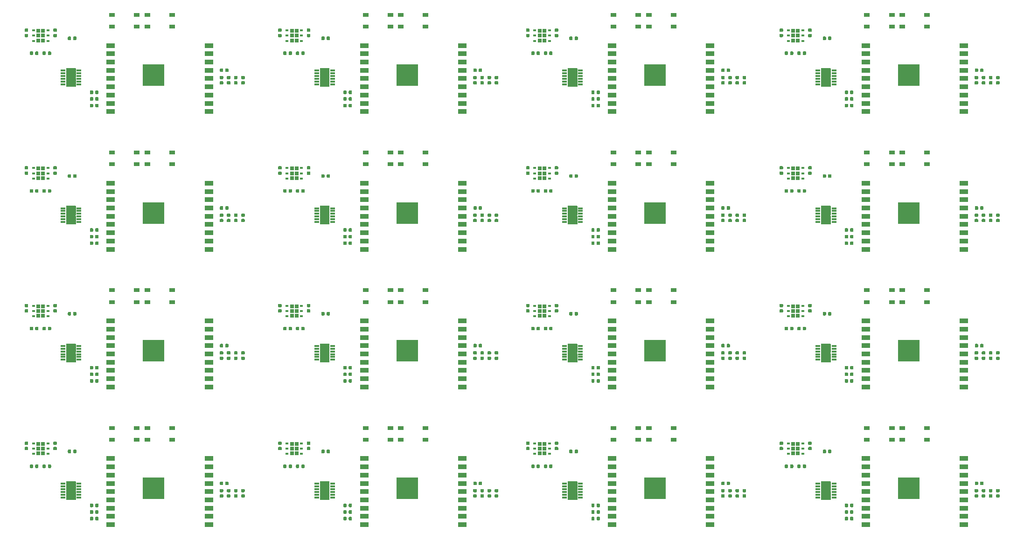
<source format=gbr>
G04 #@! TF.GenerationSoftware,KiCad,Pcbnew,5.1.5-52549c5~84~ubuntu18.04.1*
G04 #@! TF.CreationDate,2020-03-17T11:23:48+01:00*
G04 #@! TF.ProjectId,output.m3_panel,6f757470-7574-42e6-9d33-5f70616e656c,rev?*
G04 #@! TF.SameCoordinates,Original*
G04 #@! TF.FileFunction,Paste,Top*
G04 #@! TF.FilePolarity,Positive*
%FSLAX46Y46*%
G04 Gerber Fmt 4.6, Leading zero omitted, Abs format (unit mm)*
G04 Created by KiCad (PCBNEW 5.1.5-52549c5~84~ubuntu18.04.1) date 2020-03-17 11:23:48*
%MOMM*%
%LPD*%
G04 APERTURE LIST*
%ADD10C,0.025400*%
%ADD11C,0.100000*%
%ADD12R,0.660000X0.730000*%
%ADD13R,0.630000X0.450000*%
%ADD14R,1.803400X3.403600*%
%ADD15R,0.812800X0.304800*%
%ADD16R,1.000000X0.700000*%
%ADD17R,4.000000X4.000000*%
%ADD18R,1.485000X0.900000*%
G04 APERTURE END LIST*
D10*
G36*
X147001700Y-61100000D02*
G01*
X147001700Y-59598200D01*
X145398300Y-59598200D01*
X145398300Y-61100000D01*
X147001700Y-61100000D01*
G37*
X147001700Y-61100000D02*
X147001700Y-59598200D01*
X145398300Y-59598200D01*
X145398300Y-61100000D01*
X147001700Y-61100000D01*
G36*
X147001700Y-62801800D02*
G01*
X147001700Y-61300000D01*
X145398300Y-61300000D01*
X145398300Y-62801800D01*
X147001700Y-62801800D01*
G37*
X147001700Y-62801800D02*
X147001700Y-61300000D01*
X145398300Y-61300000D01*
X145398300Y-62801800D01*
X147001700Y-62801800D01*
D11*
G36*
X162465060Y-62065000D02*
G01*
X159935000Y-62065000D01*
X159935000Y-59534280D01*
X162465060Y-59534280D01*
X162465060Y-62065000D01*
G37*
D10*
G36*
X193001700Y-62801800D02*
G01*
X193001700Y-61300000D01*
X191398300Y-61300000D01*
X191398300Y-62801800D01*
X193001700Y-62801800D01*
G37*
X193001700Y-62801800D02*
X193001700Y-61300000D01*
X191398300Y-61300000D01*
X191398300Y-62801800D01*
X193001700Y-62801800D01*
G36*
X193001700Y-61100000D02*
G01*
X193001700Y-59598200D01*
X191398300Y-59598200D01*
X191398300Y-61100000D01*
X193001700Y-61100000D01*
G37*
X193001700Y-61100000D02*
X193001700Y-59598200D01*
X191398300Y-59598200D01*
X191398300Y-61100000D01*
X193001700Y-61100000D01*
G36*
X147001700Y-87801800D02*
G01*
X147001700Y-86300000D01*
X145398300Y-86300000D01*
X145398300Y-87801800D01*
X147001700Y-87801800D01*
G37*
X147001700Y-87801800D02*
X147001700Y-86300000D01*
X145398300Y-86300000D01*
X145398300Y-87801800D01*
X147001700Y-87801800D01*
G36*
X147001700Y-86100000D02*
G01*
X147001700Y-84598200D01*
X145398300Y-84598200D01*
X145398300Y-86100000D01*
X147001700Y-86100000D01*
G37*
X147001700Y-86100000D02*
X147001700Y-84598200D01*
X145398300Y-84598200D01*
X145398300Y-86100000D01*
X147001700Y-86100000D01*
G36*
X193001700Y-87801800D02*
G01*
X193001700Y-86300000D01*
X191398300Y-86300000D01*
X191398300Y-87801800D01*
X193001700Y-87801800D01*
G37*
X193001700Y-87801800D02*
X193001700Y-86300000D01*
X191398300Y-86300000D01*
X191398300Y-87801800D01*
X193001700Y-87801800D01*
G36*
X193001700Y-86100000D02*
G01*
X193001700Y-84598200D01*
X191398300Y-84598200D01*
X191398300Y-86100000D01*
X193001700Y-86100000D01*
G37*
X193001700Y-86100000D02*
X193001700Y-84598200D01*
X191398300Y-84598200D01*
X191398300Y-86100000D01*
X193001700Y-86100000D01*
G36*
X147001700Y-112801800D02*
G01*
X147001700Y-111300000D01*
X145398300Y-111300000D01*
X145398300Y-112801800D01*
X147001700Y-112801800D01*
G37*
X147001700Y-112801800D02*
X147001700Y-111300000D01*
X145398300Y-111300000D01*
X145398300Y-112801800D01*
X147001700Y-112801800D01*
G36*
X147001700Y-111100000D02*
G01*
X147001700Y-109598200D01*
X145398300Y-109598200D01*
X145398300Y-111100000D01*
X147001700Y-111100000D01*
G37*
X147001700Y-111100000D02*
X147001700Y-109598200D01*
X145398300Y-109598200D01*
X145398300Y-111100000D01*
X147001700Y-111100000D01*
G36*
X193001700Y-112801800D02*
G01*
X193001700Y-111300000D01*
X191398300Y-111300000D01*
X191398300Y-112801800D01*
X193001700Y-112801800D01*
G37*
X193001700Y-112801800D02*
X193001700Y-111300000D01*
X191398300Y-111300000D01*
X191398300Y-112801800D01*
X193001700Y-112801800D01*
G36*
X193001700Y-111100000D02*
G01*
X193001700Y-109598200D01*
X191398300Y-109598200D01*
X191398300Y-111100000D01*
X193001700Y-111100000D01*
G37*
X193001700Y-111100000D02*
X193001700Y-109598200D01*
X191398300Y-109598200D01*
X191398300Y-111100000D01*
X193001700Y-111100000D01*
G36*
X147001700Y-137801800D02*
G01*
X147001700Y-136300000D01*
X145398300Y-136300000D01*
X145398300Y-137801800D01*
X147001700Y-137801800D01*
G37*
X147001700Y-137801800D02*
X147001700Y-136300000D01*
X145398300Y-136300000D01*
X145398300Y-137801800D01*
X147001700Y-137801800D01*
G36*
X147001700Y-136100000D02*
G01*
X147001700Y-134598200D01*
X145398300Y-134598200D01*
X145398300Y-136100000D01*
X147001700Y-136100000D01*
G37*
X147001700Y-136100000D02*
X147001700Y-134598200D01*
X145398300Y-134598200D01*
X145398300Y-136100000D01*
X147001700Y-136100000D01*
G36*
X193001700Y-137801800D02*
G01*
X193001700Y-136300000D01*
X191398300Y-136300000D01*
X191398300Y-137801800D01*
X193001700Y-137801800D01*
G37*
X193001700Y-137801800D02*
X193001700Y-136300000D01*
X191398300Y-136300000D01*
X191398300Y-137801800D01*
X193001700Y-137801800D01*
G36*
X193001700Y-136100000D02*
G01*
X193001700Y-134598200D01*
X191398300Y-134598200D01*
X191398300Y-136100000D01*
X193001700Y-136100000D01*
G37*
X193001700Y-136100000D02*
X193001700Y-134598200D01*
X191398300Y-134598200D01*
X191398300Y-136100000D01*
X193001700Y-136100000D01*
D11*
G36*
X208465060Y-62065000D02*
G01*
X205935000Y-62065000D01*
X205935000Y-59534280D01*
X208465060Y-59534280D01*
X208465060Y-62065000D01*
G37*
G36*
X162465060Y-87065000D02*
G01*
X159935000Y-87065000D01*
X159935000Y-84534280D01*
X162465060Y-84534280D01*
X162465060Y-87065000D01*
G37*
G36*
X208465060Y-87065000D02*
G01*
X205935000Y-87065000D01*
X205935000Y-84534280D01*
X208465060Y-84534280D01*
X208465060Y-87065000D01*
G37*
G36*
X162465060Y-112065000D02*
G01*
X159935000Y-112065000D01*
X159935000Y-109534280D01*
X162465060Y-109534280D01*
X162465060Y-112065000D01*
G37*
G36*
X208465060Y-112065000D02*
G01*
X205935000Y-112065000D01*
X205935000Y-109534280D01*
X208465060Y-109534280D01*
X208465060Y-112065000D01*
G37*
G36*
X162465060Y-137065000D02*
G01*
X159935000Y-137065000D01*
X159935000Y-134534280D01*
X162465060Y-134534280D01*
X162465060Y-137065000D01*
G37*
G36*
X208465060Y-137065000D02*
G01*
X205935000Y-137065000D01*
X205935000Y-134534280D01*
X208465060Y-134534280D01*
X208465060Y-137065000D01*
G37*
G36*
X117465060Y-137065000D02*
G01*
X114935000Y-137065000D01*
X114935000Y-134534280D01*
X117465060Y-134534280D01*
X117465060Y-137065000D01*
G37*
G36*
X71465060Y-137065000D02*
G01*
X68935000Y-137065000D01*
X68935000Y-134534280D01*
X71465060Y-134534280D01*
X71465060Y-137065000D01*
G37*
G36*
X117465060Y-112065000D02*
G01*
X114935000Y-112065000D01*
X114935000Y-109534280D01*
X117465060Y-109534280D01*
X117465060Y-112065000D01*
G37*
G36*
X71465060Y-112065000D02*
G01*
X68935000Y-112065000D01*
X68935000Y-109534280D01*
X71465060Y-109534280D01*
X71465060Y-112065000D01*
G37*
G36*
X117465060Y-87065000D02*
G01*
X114935000Y-87065000D01*
X114935000Y-84534280D01*
X117465060Y-84534280D01*
X117465060Y-87065000D01*
G37*
G36*
X71465060Y-87065000D02*
G01*
X68935000Y-87065000D01*
X68935000Y-84534280D01*
X71465060Y-84534280D01*
X71465060Y-87065000D01*
G37*
G36*
X117465060Y-62065000D02*
G01*
X114935000Y-62065000D01*
X114935000Y-59534280D01*
X117465060Y-59534280D01*
X117465060Y-62065000D01*
G37*
D10*
G36*
X102001700Y-136100000D02*
G01*
X102001700Y-134598200D01*
X100398300Y-134598200D01*
X100398300Y-136100000D01*
X102001700Y-136100000D01*
G37*
X102001700Y-136100000D02*
X102001700Y-134598200D01*
X100398300Y-134598200D01*
X100398300Y-136100000D01*
X102001700Y-136100000D01*
G36*
X102001700Y-137801800D02*
G01*
X102001700Y-136300000D01*
X100398300Y-136300000D01*
X100398300Y-137801800D01*
X102001700Y-137801800D01*
G37*
X102001700Y-137801800D02*
X102001700Y-136300000D01*
X100398300Y-136300000D01*
X100398300Y-137801800D01*
X102001700Y-137801800D01*
G36*
X56001700Y-136100000D02*
G01*
X56001700Y-134598200D01*
X54398300Y-134598200D01*
X54398300Y-136100000D01*
X56001700Y-136100000D01*
G37*
X56001700Y-136100000D02*
X56001700Y-134598200D01*
X54398300Y-134598200D01*
X54398300Y-136100000D01*
X56001700Y-136100000D01*
G36*
X56001700Y-137801800D02*
G01*
X56001700Y-136300000D01*
X54398300Y-136300000D01*
X54398300Y-137801800D01*
X56001700Y-137801800D01*
G37*
X56001700Y-137801800D02*
X56001700Y-136300000D01*
X54398300Y-136300000D01*
X54398300Y-137801800D01*
X56001700Y-137801800D01*
G36*
X102001700Y-111100000D02*
G01*
X102001700Y-109598200D01*
X100398300Y-109598200D01*
X100398300Y-111100000D01*
X102001700Y-111100000D01*
G37*
X102001700Y-111100000D02*
X102001700Y-109598200D01*
X100398300Y-109598200D01*
X100398300Y-111100000D01*
X102001700Y-111100000D01*
G36*
X102001700Y-112801800D02*
G01*
X102001700Y-111300000D01*
X100398300Y-111300000D01*
X100398300Y-112801800D01*
X102001700Y-112801800D01*
G37*
X102001700Y-112801800D02*
X102001700Y-111300000D01*
X100398300Y-111300000D01*
X100398300Y-112801800D01*
X102001700Y-112801800D01*
G36*
X56001700Y-111100000D02*
G01*
X56001700Y-109598200D01*
X54398300Y-109598200D01*
X54398300Y-111100000D01*
X56001700Y-111100000D01*
G37*
X56001700Y-111100000D02*
X56001700Y-109598200D01*
X54398300Y-109598200D01*
X54398300Y-111100000D01*
X56001700Y-111100000D01*
G36*
X56001700Y-112801800D02*
G01*
X56001700Y-111300000D01*
X54398300Y-111300000D01*
X54398300Y-112801800D01*
X56001700Y-112801800D01*
G37*
X56001700Y-112801800D02*
X56001700Y-111300000D01*
X54398300Y-111300000D01*
X54398300Y-112801800D01*
X56001700Y-112801800D01*
G36*
X102001700Y-86100000D02*
G01*
X102001700Y-84598200D01*
X100398300Y-84598200D01*
X100398300Y-86100000D01*
X102001700Y-86100000D01*
G37*
X102001700Y-86100000D02*
X102001700Y-84598200D01*
X100398300Y-84598200D01*
X100398300Y-86100000D01*
X102001700Y-86100000D01*
G36*
X102001700Y-87801800D02*
G01*
X102001700Y-86300000D01*
X100398300Y-86300000D01*
X100398300Y-87801800D01*
X102001700Y-87801800D01*
G37*
X102001700Y-87801800D02*
X102001700Y-86300000D01*
X100398300Y-86300000D01*
X100398300Y-87801800D01*
X102001700Y-87801800D01*
G36*
X56001700Y-86100000D02*
G01*
X56001700Y-84598200D01*
X54398300Y-84598200D01*
X54398300Y-86100000D01*
X56001700Y-86100000D01*
G37*
X56001700Y-86100000D02*
X56001700Y-84598200D01*
X54398300Y-84598200D01*
X54398300Y-86100000D01*
X56001700Y-86100000D01*
G36*
X56001700Y-87801800D02*
G01*
X56001700Y-86300000D01*
X54398300Y-86300000D01*
X54398300Y-87801800D01*
X56001700Y-87801800D01*
G37*
X56001700Y-87801800D02*
X56001700Y-86300000D01*
X54398300Y-86300000D01*
X54398300Y-87801800D01*
X56001700Y-87801800D01*
G36*
X102001700Y-61100000D02*
G01*
X102001700Y-59598200D01*
X100398300Y-59598200D01*
X100398300Y-61100000D01*
X102001700Y-61100000D01*
G37*
X102001700Y-61100000D02*
X102001700Y-59598200D01*
X100398300Y-59598200D01*
X100398300Y-61100000D01*
X102001700Y-61100000D01*
G36*
X102001700Y-62801800D02*
G01*
X102001700Y-61300000D01*
X100398300Y-61300000D01*
X100398300Y-62801800D01*
X102001700Y-62801800D01*
G37*
X102001700Y-62801800D02*
X102001700Y-61300000D01*
X100398300Y-61300000D01*
X100398300Y-62801800D01*
X102001700Y-62801800D01*
D11*
G36*
X71465060Y-62065000D02*
G01*
X68935000Y-62065000D01*
X68935000Y-59534280D01*
X71465060Y-59534280D01*
X71465060Y-62065000D01*
G37*
D10*
G36*
X56001700Y-62801800D02*
G01*
X56001700Y-61300000D01*
X54398300Y-61300000D01*
X54398300Y-62801800D01*
X56001700Y-62801800D01*
G37*
X56001700Y-62801800D02*
X56001700Y-61300000D01*
X54398300Y-61300000D01*
X54398300Y-62801800D01*
X56001700Y-62801800D01*
G36*
X56001700Y-61100000D02*
G01*
X56001700Y-59598200D01*
X54398300Y-59598200D01*
X54398300Y-61100000D01*
X56001700Y-61100000D01*
G37*
X56001700Y-61100000D02*
X56001700Y-59598200D01*
X54398300Y-59598200D01*
X54398300Y-61100000D01*
X56001700Y-61100000D01*
D11*
G36*
X150076958Y-65980710D02*
G01*
X150091276Y-65982834D01*
X150105317Y-65986351D01*
X150118946Y-65991228D01*
X150132031Y-65997417D01*
X150144447Y-66004858D01*
X150156073Y-66013481D01*
X150166798Y-66023202D01*
X150176519Y-66033927D01*
X150185142Y-66045553D01*
X150192583Y-66057969D01*
X150198772Y-66071054D01*
X150203649Y-66084683D01*
X150207166Y-66098724D01*
X150209290Y-66113042D01*
X150210000Y-66127500D01*
X150210000Y-66472500D01*
X150209290Y-66486958D01*
X150207166Y-66501276D01*
X150203649Y-66515317D01*
X150198772Y-66528946D01*
X150192583Y-66542031D01*
X150185142Y-66554447D01*
X150176519Y-66566073D01*
X150166798Y-66576798D01*
X150156073Y-66586519D01*
X150144447Y-66595142D01*
X150132031Y-66602583D01*
X150118946Y-66608772D01*
X150105317Y-66613649D01*
X150091276Y-66617166D01*
X150076958Y-66619290D01*
X150062500Y-66620000D01*
X149767500Y-66620000D01*
X149753042Y-66619290D01*
X149738724Y-66617166D01*
X149724683Y-66613649D01*
X149711054Y-66608772D01*
X149697969Y-66602583D01*
X149685553Y-66595142D01*
X149673927Y-66586519D01*
X149663202Y-66576798D01*
X149653481Y-66566073D01*
X149644858Y-66554447D01*
X149637417Y-66542031D01*
X149631228Y-66528946D01*
X149626351Y-66515317D01*
X149622834Y-66501276D01*
X149620710Y-66486958D01*
X149620000Y-66472500D01*
X149620000Y-66127500D01*
X149620710Y-66113042D01*
X149622834Y-66098724D01*
X149626351Y-66084683D01*
X149631228Y-66071054D01*
X149637417Y-66057969D01*
X149644858Y-66045553D01*
X149653481Y-66033927D01*
X149663202Y-66023202D01*
X149673927Y-66013481D01*
X149685553Y-66004858D01*
X149697969Y-65997417D01*
X149711054Y-65991228D01*
X149724683Y-65986351D01*
X149738724Y-65982834D01*
X149753042Y-65980710D01*
X149767500Y-65980000D01*
X150062500Y-65980000D01*
X150076958Y-65980710D01*
G37*
G36*
X151046958Y-65980710D02*
G01*
X151061276Y-65982834D01*
X151075317Y-65986351D01*
X151088946Y-65991228D01*
X151102031Y-65997417D01*
X151114447Y-66004858D01*
X151126073Y-66013481D01*
X151136798Y-66023202D01*
X151146519Y-66033927D01*
X151155142Y-66045553D01*
X151162583Y-66057969D01*
X151168772Y-66071054D01*
X151173649Y-66084683D01*
X151177166Y-66098724D01*
X151179290Y-66113042D01*
X151180000Y-66127500D01*
X151180000Y-66472500D01*
X151179290Y-66486958D01*
X151177166Y-66501276D01*
X151173649Y-66515317D01*
X151168772Y-66528946D01*
X151162583Y-66542031D01*
X151155142Y-66554447D01*
X151146519Y-66566073D01*
X151136798Y-66576798D01*
X151126073Y-66586519D01*
X151114447Y-66595142D01*
X151102031Y-66602583D01*
X151088946Y-66608772D01*
X151075317Y-66613649D01*
X151061276Y-66617166D01*
X151046958Y-66619290D01*
X151032500Y-66620000D01*
X150737500Y-66620000D01*
X150723042Y-66619290D01*
X150708724Y-66617166D01*
X150694683Y-66613649D01*
X150681054Y-66608772D01*
X150667969Y-66602583D01*
X150655553Y-66595142D01*
X150643927Y-66586519D01*
X150633202Y-66576798D01*
X150623481Y-66566073D01*
X150614858Y-66554447D01*
X150607417Y-66542031D01*
X150601228Y-66528946D01*
X150596351Y-66515317D01*
X150592834Y-66501276D01*
X150590710Y-66486958D01*
X150590000Y-66472500D01*
X150590000Y-66127500D01*
X150590710Y-66113042D01*
X150592834Y-66098724D01*
X150596351Y-66084683D01*
X150601228Y-66071054D01*
X150607417Y-66057969D01*
X150614858Y-66045553D01*
X150623481Y-66033927D01*
X150633202Y-66023202D01*
X150643927Y-66013481D01*
X150655553Y-66004858D01*
X150667969Y-65997417D01*
X150681054Y-65991228D01*
X150694683Y-65986351D01*
X150708724Y-65982834D01*
X150723042Y-65980710D01*
X150737500Y-65980000D01*
X151032500Y-65980000D01*
X151046958Y-65980710D01*
G37*
D12*
X141125000Y-54466000D03*
X140275000Y-54466000D03*
X141125000Y-53600000D03*
X140275000Y-53600000D03*
X140275000Y-52734000D03*
X141125000Y-52734000D03*
D13*
X139360000Y-54550000D03*
X139360000Y-53600000D03*
X139360000Y-52650000D03*
X142040000Y-52650000D03*
X142040000Y-53600000D03*
X142040000Y-54550000D03*
D14*
X146200000Y-61200000D03*
D15*
X144752200Y-62450000D03*
X144752200Y-61950000D03*
X144752200Y-61450000D03*
X144752200Y-60950000D03*
X144752200Y-60450000D03*
X144752200Y-59950000D03*
X147647800Y-59950000D03*
X147647800Y-60450000D03*
X147647800Y-60950000D03*
X147647800Y-61450000D03*
X147647800Y-61950000D03*
X147647800Y-62450000D03*
D11*
G36*
X139176958Y-56480710D02*
G01*
X139191276Y-56482834D01*
X139205317Y-56486351D01*
X139218946Y-56491228D01*
X139232031Y-56497417D01*
X139244447Y-56504858D01*
X139256073Y-56513481D01*
X139266798Y-56523202D01*
X139276519Y-56533927D01*
X139285142Y-56545553D01*
X139292583Y-56557969D01*
X139298772Y-56571054D01*
X139303649Y-56584683D01*
X139307166Y-56598724D01*
X139309290Y-56613042D01*
X139310000Y-56627500D01*
X139310000Y-56972500D01*
X139309290Y-56986958D01*
X139307166Y-57001276D01*
X139303649Y-57015317D01*
X139298772Y-57028946D01*
X139292583Y-57042031D01*
X139285142Y-57054447D01*
X139276519Y-57066073D01*
X139266798Y-57076798D01*
X139256073Y-57086519D01*
X139244447Y-57095142D01*
X139232031Y-57102583D01*
X139218946Y-57108772D01*
X139205317Y-57113649D01*
X139191276Y-57117166D01*
X139176958Y-57119290D01*
X139162500Y-57120000D01*
X138867500Y-57120000D01*
X138853042Y-57119290D01*
X138838724Y-57117166D01*
X138824683Y-57113649D01*
X138811054Y-57108772D01*
X138797969Y-57102583D01*
X138785553Y-57095142D01*
X138773927Y-57086519D01*
X138763202Y-57076798D01*
X138753481Y-57066073D01*
X138744858Y-57054447D01*
X138737417Y-57042031D01*
X138731228Y-57028946D01*
X138726351Y-57015317D01*
X138722834Y-57001276D01*
X138720710Y-56986958D01*
X138720000Y-56972500D01*
X138720000Y-56627500D01*
X138720710Y-56613042D01*
X138722834Y-56598724D01*
X138726351Y-56584683D01*
X138731228Y-56571054D01*
X138737417Y-56557969D01*
X138744858Y-56545553D01*
X138753481Y-56533927D01*
X138763202Y-56523202D01*
X138773927Y-56513481D01*
X138785553Y-56504858D01*
X138797969Y-56497417D01*
X138811054Y-56491228D01*
X138824683Y-56486351D01*
X138838724Y-56482834D01*
X138853042Y-56480710D01*
X138867500Y-56480000D01*
X139162500Y-56480000D01*
X139176958Y-56480710D01*
G37*
G36*
X140146958Y-56480710D02*
G01*
X140161276Y-56482834D01*
X140175317Y-56486351D01*
X140188946Y-56491228D01*
X140202031Y-56497417D01*
X140214447Y-56504858D01*
X140226073Y-56513481D01*
X140236798Y-56523202D01*
X140246519Y-56533927D01*
X140255142Y-56545553D01*
X140262583Y-56557969D01*
X140268772Y-56571054D01*
X140273649Y-56584683D01*
X140277166Y-56598724D01*
X140279290Y-56613042D01*
X140280000Y-56627500D01*
X140280000Y-56972500D01*
X140279290Y-56986958D01*
X140277166Y-57001276D01*
X140273649Y-57015317D01*
X140268772Y-57028946D01*
X140262583Y-57042031D01*
X140255142Y-57054447D01*
X140246519Y-57066073D01*
X140236798Y-57076798D01*
X140226073Y-57086519D01*
X140214447Y-57095142D01*
X140202031Y-57102583D01*
X140188946Y-57108772D01*
X140175317Y-57113649D01*
X140161276Y-57117166D01*
X140146958Y-57119290D01*
X140132500Y-57120000D01*
X139837500Y-57120000D01*
X139823042Y-57119290D01*
X139808724Y-57117166D01*
X139794683Y-57113649D01*
X139781054Y-57108772D01*
X139767969Y-57102583D01*
X139755553Y-57095142D01*
X139743927Y-57086519D01*
X139733202Y-57076798D01*
X139723481Y-57066073D01*
X139714858Y-57054447D01*
X139707417Y-57042031D01*
X139701228Y-57028946D01*
X139696351Y-57015317D01*
X139692834Y-57001276D01*
X139690710Y-56986958D01*
X139690000Y-56972500D01*
X139690000Y-56627500D01*
X139690710Y-56613042D01*
X139692834Y-56598724D01*
X139696351Y-56584683D01*
X139701228Y-56571054D01*
X139707417Y-56557969D01*
X139714858Y-56545553D01*
X139723481Y-56533927D01*
X139733202Y-56523202D01*
X139743927Y-56513481D01*
X139755553Y-56504858D01*
X139767969Y-56497417D01*
X139781054Y-56491228D01*
X139794683Y-56486351D01*
X139808724Y-56482834D01*
X139823042Y-56480710D01*
X139837500Y-56480000D01*
X140132500Y-56480000D01*
X140146958Y-56480710D01*
G37*
G36*
X138286958Y-53290710D02*
G01*
X138301276Y-53292834D01*
X138315317Y-53296351D01*
X138328946Y-53301228D01*
X138342031Y-53307417D01*
X138354447Y-53314858D01*
X138366073Y-53323481D01*
X138376798Y-53333202D01*
X138386519Y-53343927D01*
X138395142Y-53355553D01*
X138402583Y-53367969D01*
X138408772Y-53381054D01*
X138413649Y-53394683D01*
X138417166Y-53408724D01*
X138419290Y-53423042D01*
X138420000Y-53437500D01*
X138420000Y-53732500D01*
X138419290Y-53746958D01*
X138417166Y-53761276D01*
X138413649Y-53775317D01*
X138408772Y-53788946D01*
X138402583Y-53802031D01*
X138395142Y-53814447D01*
X138386519Y-53826073D01*
X138376798Y-53836798D01*
X138366073Y-53846519D01*
X138354447Y-53855142D01*
X138342031Y-53862583D01*
X138328946Y-53868772D01*
X138315317Y-53873649D01*
X138301276Y-53877166D01*
X138286958Y-53879290D01*
X138272500Y-53880000D01*
X137927500Y-53880000D01*
X137913042Y-53879290D01*
X137898724Y-53877166D01*
X137884683Y-53873649D01*
X137871054Y-53868772D01*
X137857969Y-53862583D01*
X137845553Y-53855142D01*
X137833927Y-53846519D01*
X137823202Y-53836798D01*
X137813481Y-53826073D01*
X137804858Y-53814447D01*
X137797417Y-53802031D01*
X137791228Y-53788946D01*
X137786351Y-53775317D01*
X137782834Y-53761276D01*
X137780710Y-53746958D01*
X137780000Y-53732500D01*
X137780000Y-53437500D01*
X137780710Y-53423042D01*
X137782834Y-53408724D01*
X137786351Y-53394683D01*
X137791228Y-53381054D01*
X137797417Y-53367969D01*
X137804858Y-53355553D01*
X137813481Y-53343927D01*
X137823202Y-53333202D01*
X137833927Y-53323481D01*
X137845553Y-53314858D01*
X137857969Y-53307417D01*
X137871054Y-53301228D01*
X137884683Y-53296351D01*
X137898724Y-53292834D01*
X137913042Y-53290710D01*
X137927500Y-53290000D01*
X138272500Y-53290000D01*
X138286958Y-53290710D01*
G37*
G36*
X138286958Y-52320710D02*
G01*
X138301276Y-52322834D01*
X138315317Y-52326351D01*
X138328946Y-52331228D01*
X138342031Y-52337417D01*
X138354447Y-52344858D01*
X138366073Y-52353481D01*
X138376798Y-52363202D01*
X138386519Y-52373927D01*
X138395142Y-52385553D01*
X138402583Y-52397969D01*
X138408772Y-52411054D01*
X138413649Y-52424683D01*
X138417166Y-52438724D01*
X138419290Y-52453042D01*
X138420000Y-52467500D01*
X138420000Y-52762500D01*
X138419290Y-52776958D01*
X138417166Y-52791276D01*
X138413649Y-52805317D01*
X138408772Y-52818946D01*
X138402583Y-52832031D01*
X138395142Y-52844447D01*
X138386519Y-52856073D01*
X138376798Y-52866798D01*
X138366073Y-52876519D01*
X138354447Y-52885142D01*
X138342031Y-52892583D01*
X138328946Y-52898772D01*
X138315317Y-52903649D01*
X138301276Y-52907166D01*
X138286958Y-52909290D01*
X138272500Y-52910000D01*
X137927500Y-52910000D01*
X137913042Y-52909290D01*
X137898724Y-52907166D01*
X137884683Y-52903649D01*
X137871054Y-52898772D01*
X137857969Y-52892583D01*
X137845553Y-52885142D01*
X137833927Y-52876519D01*
X137823202Y-52866798D01*
X137813481Y-52856073D01*
X137804858Y-52844447D01*
X137797417Y-52832031D01*
X137791228Y-52818946D01*
X137786351Y-52805317D01*
X137782834Y-52791276D01*
X137780710Y-52776958D01*
X137780000Y-52762500D01*
X137780000Y-52467500D01*
X137780710Y-52453042D01*
X137782834Y-52438724D01*
X137786351Y-52424683D01*
X137791228Y-52411054D01*
X137797417Y-52397969D01*
X137804858Y-52385553D01*
X137813481Y-52373927D01*
X137823202Y-52363202D01*
X137833927Y-52353481D01*
X137845553Y-52344858D01*
X137857969Y-52337417D01*
X137871054Y-52331228D01*
X137884683Y-52326351D01*
X137898724Y-52322834D01*
X137913042Y-52320710D01*
X137927500Y-52320000D01*
X138272500Y-52320000D01*
X138286958Y-52320710D01*
G37*
G36*
X143486958Y-52320710D02*
G01*
X143501276Y-52322834D01*
X143515317Y-52326351D01*
X143528946Y-52331228D01*
X143542031Y-52337417D01*
X143554447Y-52344858D01*
X143566073Y-52353481D01*
X143576798Y-52363202D01*
X143586519Y-52373927D01*
X143595142Y-52385553D01*
X143602583Y-52397969D01*
X143608772Y-52411054D01*
X143613649Y-52424683D01*
X143617166Y-52438724D01*
X143619290Y-52453042D01*
X143620000Y-52467500D01*
X143620000Y-52762500D01*
X143619290Y-52776958D01*
X143617166Y-52791276D01*
X143613649Y-52805317D01*
X143608772Y-52818946D01*
X143602583Y-52832031D01*
X143595142Y-52844447D01*
X143586519Y-52856073D01*
X143576798Y-52866798D01*
X143566073Y-52876519D01*
X143554447Y-52885142D01*
X143542031Y-52892583D01*
X143528946Y-52898772D01*
X143515317Y-52903649D01*
X143501276Y-52907166D01*
X143486958Y-52909290D01*
X143472500Y-52910000D01*
X143127500Y-52910000D01*
X143113042Y-52909290D01*
X143098724Y-52907166D01*
X143084683Y-52903649D01*
X143071054Y-52898772D01*
X143057969Y-52892583D01*
X143045553Y-52885142D01*
X143033927Y-52876519D01*
X143023202Y-52866798D01*
X143013481Y-52856073D01*
X143004858Y-52844447D01*
X142997417Y-52832031D01*
X142991228Y-52818946D01*
X142986351Y-52805317D01*
X142982834Y-52791276D01*
X142980710Y-52776958D01*
X142980000Y-52762500D01*
X142980000Y-52467500D01*
X142980710Y-52453042D01*
X142982834Y-52438724D01*
X142986351Y-52424683D01*
X142991228Y-52411054D01*
X142997417Y-52397969D01*
X143004858Y-52385553D01*
X143013481Y-52373927D01*
X143023202Y-52363202D01*
X143033927Y-52353481D01*
X143045553Y-52344858D01*
X143057969Y-52337417D01*
X143071054Y-52331228D01*
X143084683Y-52326351D01*
X143098724Y-52322834D01*
X143113042Y-52320710D01*
X143127500Y-52320000D01*
X143472500Y-52320000D01*
X143486958Y-52320710D01*
G37*
G36*
X143486958Y-53290710D02*
G01*
X143501276Y-53292834D01*
X143515317Y-53296351D01*
X143528946Y-53301228D01*
X143542031Y-53307417D01*
X143554447Y-53314858D01*
X143566073Y-53323481D01*
X143576798Y-53333202D01*
X143586519Y-53343927D01*
X143595142Y-53355553D01*
X143602583Y-53367969D01*
X143608772Y-53381054D01*
X143613649Y-53394683D01*
X143617166Y-53408724D01*
X143619290Y-53423042D01*
X143620000Y-53437500D01*
X143620000Y-53732500D01*
X143619290Y-53746958D01*
X143617166Y-53761276D01*
X143613649Y-53775317D01*
X143608772Y-53788946D01*
X143602583Y-53802031D01*
X143595142Y-53814447D01*
X143586519Y-53826073D01*
X143576798Y-53836798D01*
X143566073Y-53846519D01*
X143554447Y-53855142D01*
X143542031Y-53862583D01*
X143528946Y-53868772D01*
X143515317Y-53873649D01*
X143501276Y-53877166D01*
X143486958Y-53879290D01*
X143472500Y-53880000D01*
X143127500Y-53880000D01*
X143113042Y-53879290D01*
X143098724Y-53877166D01*
X143084683Y-53873649D01*
X143071054Y-53868772D01*
X143057969Y-53862583D01*
X143045553Y-53855142D01*
X143033927Y-53846519D01*
X143023202Y-53836798D01*
X143013481Y-53826073D01*
X143004858Y-53814447D01*
X142997417Y-53802031D01*
X142991228Y-53788946D01*
X142986351Y-53775317D01*
X142982834Y-53761276D01*
X142980710Y-53746958D01*
X142980000Y-53732500D01*
X142980000Y-53437500D01*
X142980710Y-53423042D01*
X142982834Y-53408724D01*
X142986351Y-53394683D01*
X142991228Y-53381054D01*
X142997417Y-53367969D01*
X143004858Y-53355553D01*
X143013481Y-53343927D01*
X143023202Y-53333202D01*
X143033927Y-53323481D01*
X143045553Y-53314858D01*
X143057969Y-53307417D01*
X143071054Y-53301228D01*
X143084683Y-53296351D01*
X143098724Y-53292834D01*
X143113042Y-53290710D01*
X143127500Y-53290000D01*
X143472500Y-53290000D01*
X143486958Y-53290710D01*
G37*
D16*
X153650000Y-51975000D03*
X158150000Y-51975000D03*
X158150000Y-49825000D03*
X153650000Y-49825000D03*
D11*
G36*
X173686958Y-61890710D02*
G01*
X173701276Y-61892834D01*
X173715317Y-61896351D01*
X173728946Y-61901228D01*
X173742031Y-61907417D01*
X173754447Y-61914858D01*
X173766073Y-61923481D01*
X173776798Y-61933202D01*
X173786519Y-61943927D01*
X173795142Y-61955553D01*
X173802583Y-61967969D01*
X173808772Y-61981054D01*
X173813649Y-61994683D01*
X173817166Y-62008724D01*
X173819290Y-62023042D01*
X173820000Y-62037500D01*
X173820000Y-62332500D01*
X173819290Y-62346958D01*
X173817166Y-62361276D01*
X173813649Y-62375317D01*
X173808772Y-62388946D01*
X173802583Y-62402031D01*
X173795142Y-62414447D01*
X173786519Y-62426073D01*
X173776798Y-62436798D01*
X173766073Y-62446519D01*
X173754447Y-62455142D01*
X173742031Y-62462583D01*
X173728946Y-62468772D01*
X173715317Y-62473649D01*
X173701276Y-62477166D01*
X173686958Y-62479290D01*
X173672500Y-62480000D01*
X173327500Y-62480000D01*
X173313042Y-62479290D01*
X173298724Y-62477166D01*
X173284683Y-62473649D01*
X173271054Y-62468772D01*
X173257969Y-62462583D01*
X173245553Y-62455142D01*
X173233927Y-62446519D01*
X173223202Y-62436798D01*
X173213481Y-62426073D01*
X173204858Y-62414447D01*
X173197417Y-62402031D01*
X173191228Y-62388946D01*
X173186351Y-62375317D01*
X173182834Y-62361276D01*
X173180710Y-62346958D01*
X173180000Y-62332500D01*
X173180000Y-62037500D01*
X173180710Y-62023042D01*
X173182834Y-62008724D01*
X173186351Y-61994683D01*
X173191228Y-61981054D01*
X173197417Y-61967969D01*
X173204858Y-61955553D01*
X173213481Y-61943927D01*
X173223202Y-61933202D01*
X173233927Y-61923481D01*
X173245553Y-61914858D01*
X173257969Y-61907417D01*
X173271054Y-61901228D01*
X173284683Y-61896351D01*
X173298724Y-61892834D01*
X173313042Y-61890710D01*
X173327500Y-61890000D01*
X173672500Y-61890000D01*
X173686958Y-61890710D01*
G37*
G36*
X173686958Y-60920710D02*
G01*
X173701276Y-60922834D01*
X173715317Y-60926351D01*
X173728946Y-60931228D01*
X173742031Y-60937417D01*
X173754447Y-60944858D01*
X173766073Y-60953481D01*
X173776798Y-60963202D01*
X173786519Y-60973927D01*
X173795142Y-60985553D01*
X173802583Y-60997969D01*
X173808772Y-61011054D01*
X173813649Y-61024683D01*
X173817166Y-61038724D01*
X173819290Y-61053042D01*
X173820000Y-61067500D01*
X173820000Y-61362500D01*
X173819290Y-61376958D01*
X173817166Y-61391276D01*
X173813649Y-61405317D01*
X173808772Y-61418946D01*
X173802583Y-61432031D01*
X173795142Y-61444447D01*
X173786519Y-61456073D01*
X173776798Y-61466798D01*
X173766073Y-61476519D01*
X173754447Y-61485142D01*
X173742031Y-61492583D01*
X173728946Y-61498772D01*
X173715317Y-61503649D01*
X173701276Y-61507166D01*
X173686958Y-61509290D01*
X173672500Y-61510000D01*
X173327500Y-61510000D01*
X173313042Y-61509290D01*
X173298724Y-61507166D01*
X173284683Y-61503649D01*
X173271054Y-61498772D01*
X173257969Y-61492583D01*
X173245553Y-61485142D01*
X173233927Y-61476519D01*
X173223202Y-61466798D01*
X173213481Y-61456073D01*
X173204858Y-61444447D01*
X173197417Y-61432031D01*
X173191228Y-61418946D01*
X173186351Y-61405317D01*
X173182834Y-61391276D01*
X173180710Y-61376958D01*
X173180000Y-61362500D01*
X173180000Y-61067500D01*
X173180710Y-61053042D01*
X173182834Y-61038724D01*
X173186351Y-61024683D01*
X173191228Y-61011054D01*
X173197417Y-60997969D01*
X173204858Y-60985553D01*
X173213481Y-60973927D01*
X173223202Y-60963202D01*
X173233927Y-60953481D01*
X173245553Y-60944858D01*
X173257969Y-60937417D01*
X173271054Y-60931228D01*
X173284683Y-60926351D01*
X173298724Y-60922834D01*
X173313042Y-60920710D01*
X173327500Y-60920000D01*
X173672500Y-60920000D01*
X173686958Y-60920710D01*
G37*
G36*
X142446958Y-56480710D02*
G01*
X142461276Y-56482834D01*
X142475317Y-56486351D01*
X142488946Y-56491228D01*
X142502031Y-56497417D01*
X142514447Y-56504858D01*
X142526073Y-56513481D01*
X142536798Y-56523202D01*
X142546519Y-56533927D01*
X142555142Y-56545553D01*
X142562583Y-56557969D01*
X142568772Y-56571054D01*
X142573649Y-56584683D01*
X142577166Y-56598724D01*
X142579290Y-56613042D01*
X142580000Y-56627500D01*
X142580000Y-56972500D01*
X142579290Y-56986958D01*
X142577166Y-57001276D01*
X142573649Y-57015317D01*
X142568772Y-57028946D01*
X142562583Y-57042031D01*
X142555142Y-57054447D01*
X142546519Y-57066073D01*
X142536798Y-57076798D01*
X142526073Y-57086519D01*
X142514447Y-57095142D01*
X142502031Y-57102583D01*
X142488946Y-57108772D01*
X142475317Y-57113649D01*
X142461276Y-57117166D01*
X142446958Y-57119290D01*
X142432500Y-57120000D01*
X142137500Y-57120000D01*
X142123042Y-57119290D01*
X142108724Y-57117166D01*
X142094683Y-57113649D01*
X142081054Y-57108772D01*
X142067969Y-57102583D01*
X142055553Y-57095142D01*
X142043927Y-57086519D01*
X142033202Y-57076798D01*
X142023481Y-57066073D01*
X142014858Y-57054447D01*
X142007417Y-57042031D01*
X142001228Y-57028946D01*
X141996351Y-57015317D01*
X141992834Y-57001276D01*
X141990710Y-56986958D01*
X141990000Y-56972500D01*
X141990000Y-56627500D01*
X141990710Y-56613042D01*
X141992834Y-56598724D01*
X141996351Y-56584683D01*
X142001228Y-56571054D01*
X142007417Y-56557969D01*
X142014858Y-56545553D01*
X142023481Y-56533927D01*
X142033202Y-56523202D01*
X142043927Y-56513481D01*
X142055553Y-56504858D01*
X142067969Y-56497417D01*
X142081054Y-56491228D01*
X142094683Y-56486351D01*
X142108724Y-56482834D01*
X142123042Y-56480710D01*
X142137500Y-56480000D01*
X142432500Y-56480000D01*
X142446958Y-56480710D01*
G37*
G36*
X141476958Y-56480710D02*
G01*
X141491276Y-56482834D01*
X141505317Y-56486351D01*
X141518946Y-56491228D01*
X141532031Y-56497417D01*
X141544447Y-56504858D01*
X141556073Y-56513481D01*
X141566798Y-56523202D01*
X141576519Y-56533927D01*
X141585142Y-56545553D01*
X141592583Y-56557969D01*
X141598772Y-56571054D01*
X141603649Y-56584683D01*
X141607166Y-56598724D01*
X141609290Y-56613042D01*
X141610000Y-56627500D01*
X141610000Y-56972500D01*
X141609290Y-56986958D01*
X141607166Y-57001276D01*
X141603649Y-57015317D01*
X141598772Y-57028946D01*
X141592583Y-57042031D01*
X141585142Y-57054447D01*
X141576519Y-57066073D01*
X141566798Y-57076798D01*
X141556073Y-57086519D01*
X141544447Y-57095142D01*
X141532031Y-57102583D01*
X141518946Y-57108772D01*
X141505317Y-57113649D01*
X141491276Y-57117166D01*
X141476958Y-57119290D01*
X141462500Y-57120000D01*
X141167500Y-57120000D01*
X141153042Y-57119290D01*
X141138724Y-57117166D01*
X141124683Y-57113649D01*
X141111054Y-57108772D01*
X141097969Y-57102583D01*
X141085553Y-57095142D01*
X141073927Y-57086519D01*
X141063202Y-57076798D01*
X141053481Y-57066073D01*
X141044858Y-57054447D01*
X141037417Y-57042031D01*
X141031228Y-57028946D01*
X141026351Y-57015317D01*
X141022834Y-57001276D01*
X141020710Y-56986958D01*
X141020000Y-56972500D01*
X141020000Y-56627500D01*
X141020710Y-56613042D01*
X141022834Y-56598724D01*
X141026351Y-56584683D01*
X141031228Y-56571054D01*
X141037417Y-56557969D01*
X141044858Y-56545553D01*
X141053481Y-56533927D01*
X141063202Y-56523202D01*
X141073927Y-56513481D01*
X141085553Y-56504858D01*
X141097969Y-56497417D01*
X141111054Y-56491228D01*
X141124683Y-56486351D01*
X141138724Y-56482834D01*
X141153042Y-56480710D01*
X141167500Y-56480000D01*
X141462500Y-56480000D01*
X141476958Y-56480710D01*
G37*
G36*
X146076958Y-53780710D02*
G01*
X146091276Y-53782834D01*
X146105317Y-53786351D01*
X146118946Y-53791228D01*
X146132031Y-53797417D01*
X146144447Y-53804858D01*
X146156073Y-53813481D01*
X146166798Y-53823202D01*
X146176519Y-53833927D01*
X146185142Y-53845553D01*
X146192583Y-53857969D01*
X146198772Y-53871054D01*
X146203649Y-53884683D01*
X146207166Y-53898724D01*
X146209290Y-53913042D01*
X146210000Y-53927500D01*
X146210000Y-54272500D01*
X146209290Y-54286958D01*
X146207166Y-54301276D01*
X146203649Y-54315317D01*
X146198772Y-54328946D01*
X146192583Y-54342031D01*
X146185142Y-54354447D01*
X146176519Y-54366073D01*
X146166798Y-54376798D01*
X146156073Y-54386519D01*
X146144447Y-54395142D01*
X146132031Y-54402583D01*
X146118946Y-54408772D01*
X146105317Y-54413649D01*
X146091276Y-54417166D01*
X146076958Y-54419290D01*
X146062500Y-54420000D01*
X145767500Y-54420000D01*
X145753042Y-54419290D01*
X145738724Y-54417166D01*
X145724683Y-54413649D01*
X145711054Y-54408772D01*
X145697969Y-54402583D01*
X145685553Y-54395142D01*
X145673927Y-54386519D01*
X145663202Y-54376798D01*
X145653481Y-54366073D01*
X145644858Y-54354447D01*
X145637417Y-54342031D01*
X145631228Y-54328946D01*
X145626351Y-54315317D01*
X145622834Y-54301276D01*
X145620710Y-54286958D01*
X145620000Y-54272500D01*
X145620000Y-53927500D01*
X145620710Y-53913042D01*
X145622834Y-53898724D01*
X145626351Y-53884683D01*
X145631228Y-53871054D01*
X145637417Y-53857969D01*
X145644858Y-53845553D01*
X145653481Y-53833927D01*
X145663202Y-53823202D01*
X145673927Y-53813481D01*
X145685553Y-53804858D01*
X145697969Y-53797417D01*
X145711054Y-53791228D01*
X145724683Y-53786351D01*
X145738724Y-53782834D01*
X145753042Y-53780710D01*
X145767500Y-53780000D01*
X146062500Y-53780000D01*
X146076958Y-53780710D01*
G37*
G36*
X147046958Y-53780710D02*
G01*
X147061276Y-53782834D01*
X147075317Y-53786351D01*
X147088946Y-53791228D01*
X147102031Y-53797417D01*
X147114447Y-53804858D01*
X147126073Y-53813481D01*
X147136798Y-53823202D01*
X147146519Y-53833927D01*
X147155142Y-53845553D01*
X147162583Y-53857969D01*
X147168772Y-53871054D01*
X147173649Y-53884683D01*
X147177166Y-53898724D01*
X147179290Y-53913042D01*
X147180000Y-53927500D01*
X147180000Y-54272500D01*
X147179290Y-54286958D01*
X147177166Y-54301276D01*
X147173649Y-54315317D01*
X147168772Y-54328946D01*
X147162583Y-54342031D01*
X147155142Y-54354447D01*
X147146519Y-54366073D01*
X147136798Y-54376798D01*
X147126073Y-54386519D01*
X147114447Y-54395142D01*
X147102031Y-54402583D01*
X147088946Y-54408772D01*
X147075317Y-54413649D01*
X147061276Y-54417166D01*
X147046958Y-54419290D01*
X147032500Y-54420000D01*
X146737500Y-54420000D01*
X146723042Y-54419290D01*
X146708724Y-54417166D01*
X146694683Y-54413649D01*
X146681054Y-54408772D01*
X146667969Y-54402583D01*
X146655553Y-54395142D01*
X146643927Y-54386519D01*
X146633202Y-54376798D01*
X146623481Y-54366073D01*
X146614858Y-54354447D01*
X146607417Y-54342031D01*
X146601228Y-54328946D01*
X146596351Y-54315317D01*
X146592834Y-54301276D01*
X146590710Y-54286958D01*
X146590000Y-54272500D01*
X146590000Y-53927500D01*
X146590710Y-53913042D01*
X146592834Y-53898724D01*
X146596351Y-53884683D01*
X146601228Y-53871054D01*
X146607417Y-53857969D01*
X146614858Y-53845553D01*
X146623481Y-53833927D01*
X146633202Y-53823202D01*
X146643927Y-53813481D01*
X146655553Y-53804858D01*
X146667969Y-53797417D01*
X146681054Y-53791228D01*
X146694683Y-53786351D01*
X146708724Y-53782834D01*
X146723042Y-53780710D01*
X146737500Y-53780000D01*
X147032500Y-53780000D01*
X147046958Y-53780710D01*
G37*
G36*
X174646958Y-59580710D02*
G01*
X174661276Y-59582834D01*
X174675317Y-59586351D01*
X174688946Y-59591228D01*
X174702031Y-59597417D01*
X174714447Y-59604858D01*
X174726073Y-59613481D01*
X174736798Y-59623202D01*
X174746519Y-59633927D01*
X174755142Y-59645553D01*
X174762583Y-59657969D01*
X174768772Y-59671054D01*
X174773649Y-59684683D01*
X174777166Y-59698724D01*
X174779290Y-59713042D01*
X174780000Y-59727500D01*
X174780000Y-60072500D01*
X174779290Y-60086958D01*
X174777166Y-60101276D01*
X174773649Y-60115317D01*
X174768772Y-60128946D01*
X174762583Y-60142031D01*
X174755142Y-60154447D01*
X174746519Y-60166073D01*
X174736798Y-60176798D01*
X174726073Y-60186519D01*
X174714447Y-60195142D01*
X174702031Y-60202583D01*
X174688946Y-60208772D01*
X174675317Y-60213649D01*
X174661276Y-60217166D01*
X174646958Y-60219290D01*
X174632500Y-60220000D01*
X174337500Y-60220000D01*
X174323042Y-60219290D01*
X174308724Y-60217166D01*
X174294683Y-60213649D01*
X174281054Y-60208772D01*
X174267969Y-60202583D01*
X174255553Y-60195142D01*
X174243927Y-60186519D01*
X174233202Y-60176798D01*
X174223481Y-60166073D01*
X174214858Y-60154447D01*
X174207417Y-60142031D01*
X174201228Y-60128946D01*
X174196351Y-60115317D01*
X174192834Y-60101276D01*
X174190710Y-60086958D01*
X174190000Y-60072500D01*
X174190000Y-59727500D01*
X174190710Y-59713042D01*
X174192834Y-59698724D01*
X174196351Y-59684683D01*
X174201228Y-59671054D01*
X174207417Y-59657969D01*
X174214858Y-59645553D01*
X174223481Y-59633927D01*
X174233202Y-59623202D01*
X174243927Y-59613481D01*
X174255553Y-59604858D01*
X174267969Y-59597417D01*
X174281054Y-59591228D01*
X174294683Y-59586351D01*
X174308724Y-59582834D01*
X174323042Y-59580710D01*
X174337500Y-59580000D01*
X174632500Y-59580000D01*
X174646958Y-59580710D01*
G37*
G36*
X173676958Y-59580710D02*
G01*
X173691276Y-59582834D01*
X173705317Y-59586351D01*
X173718946Y-59591228D01*
X173732031Y-59597417D01*
X173744447Y-59604858D01*
X173756073Y-59613481D01*
X173766798Y-59623202D01*
X173776519Y-59633927D01*
X173785142Y-59645553D01*
X173792583Y-59657969D01*
X173798772Y-59671054D01*
X173803649Y-59684683D01*
X173807166Y-59698724D01*
X173809290Y-59713042D01*
X173810000Y-59727500D01*
X173810000Y-60072500D01*
X173809290Y-60086958D01*
X173807166Y-60101276D01*
X173803649Y-60115317D01*
X173798772Y-60128946D01*
X173792583Y-60142031D01*
X173785142Y-60154447D01*
X173776519Y-60166073D01*
X173766798Y-60176798D01*
X173756073Y-60186519D01*
X173744447Y-60195142D01*
X173732031Y-60202583D01*
X173718946Y-60208772D01*
X173705317Y-60213649D01*
X173691276Y-60217166D01*
X173676958Y-60219290D01*
X173662500Y-60220000D01*
X173367500Y-60220000D01*
X173353042Y-60219290D01*
X173338724Y-60217166D01*
X173324683Y-60213649D01*
X173311054Y-60208772D01*
X173297969Y-60202583D01*
X173285553Y-60195142D01*
X173273927Y-60186519D01*
X173263202Y-60176798D01*
X173253481Y-60166073D01*
X173244858Y-60154447D01*
X173237417Y-60142031D01*
X173231228Y-60128946D01*
X173226351Y-60115317D01*
X173222834Y-60101276D01*
X173220710Y-60086958D01*
X173220000Y-60072500D01*
X173220000Y-59727500D01*
X173220710Y-59713042D01*
X173222834Y-59698724D01*
X173226351Y-59684683D01*
X173231228Y-59671054D01*
X173237417Y-59657969D01*
X173244858Y-59645553D01*
X173253481Y-59633927D01*
X173263202Y-59623202D01*
X173273927Y-59613481D01*
X173285553Y-59604858D01*
X173297969Y-59597417D01*
X173311054Y-59591228D01*
X173324683Y-59586351D01*
X173338724Y-59582834D01*
X173353042Y-59580710D01*
X173367500Y-59580000D01*
X173662500Y-59580000D01*
X173676958Y-59580710D01*
G37*
D16*
X160050000Y-49825000D03*
X164550000Y-49825000D03*
X164550000Y-51975000D03*
X160050000Y-51975000D03*
D11*
G36*
X150076958Y-64780710D02*
G01*
X150091276Y-64782834D01*
X150105317Y-64786351D01*
X150118946Y-64791228D01*
X150132031Y-64797417D01*
X150144447Y-64804858D01*
X150156073Y-64813481D01*
X150166798Y-64823202D01*
X150176519Y-64833927D01*
X150185142Y-64845553D01*
X150192583Y-64857969D01*
X150198772Y-64871054D01*
X150203649Y-64884683D01*
X150207166Y-64898724D01*
X150209290Y-64913042D01*
X150210000Y-64927500D01*
X150210000Y-65272500D01*
X150209290Y-65286958D01*
X150207166Y-65301276D01*
X150203649Y-65315317D01*
X150198772Y-65328946D01*
X150192583Y-65342031D01*
X150185142Y-65354447D01*
X150176519Y-65366073D01*
X150166798Y-65376798D01*
X150156073Y-65386519D01*
X150144447Y-65395142D01*
X150132031Y-65402583D01*
X150118946Y-65408772D01*
X150105317Y-65413649D01*
X150091276Y-65417166D01*
X150076958Y-65419290D01*
X150062500Y-65420000D01*
X149767500Y-65420000D01*
X149753042Y-65419290D01*
X149738724Y-65417166D01*
X149724683Y-65413649D01*
X149711054Y-65408772D01*
X149697969Y-65402583D01*
X149685553Y-65395142D01*
X149673927Y-65386519D01*
X149663202Y-65376798D01*
X149653481Y-65366073D01*
X149644858Y-65354447D01*
X149637417Y-65342031D01*
X149631228Y-65328946D01*
X149626351Y-65315317D01*
X149622834Y-65301276D01*
X149620710Y-65286958D01*
X149620000Y-65272500D01*
X149620000Y-64927500D01*
X149620710Y-64913042D01*
X149622834Y-64898724D01*
X149626351Y-64884683D01*
X149631228Y-64871054D01*
X149637417Y-64857969D01*
X149644858Y-64845553D01*
X149653481Y-64833927D01*
X149663202Y-64823202D01*
X149673927Y-64813481D01*
X149685553Y-64804858D01*
X149697969Y-64797417D01*
X149711054Y-64791228D01*
X149724683Y-64786351D01*
X149738724Y-64782834D01*
X149753042Y-64780710D01*
X149767500Y-64780000D01*
X150062500Y-64780000D01*
X150076958Y-64780710D01*
G37*
G36*
X151046958Y-64780710D02*
G01*
X151061276Y-64782834D01*
X151075317Y-64786351D01*
X151088946Y-64791228D01*
X151102031Y-64797417D01*
X151114447Y-64804858D01*
X151126073Y-64813481D01*
X151136798Y-64823202D01*
X151146519Y-64833927D01*
X151155142Y-64845553D01*
X151162583Y-64857969D01*
X151168772Y-64871054D01*
X151173649Y-64884683D01*
X151177166Y-64898724D01*
X151179290Y-64913042D01*
X151180000Y-64927500D01*
X151180000Y-65272500D01*
X151179290Y-65286958D01*
X151177166Y-65301276D01*
X151173649Y-65315317D01*
X151168772Y-65328946D01*
X151162583Y-65342031D01*
X151155142Y-65354447D01*
X151146519Y-65366073D01*
X151136798Y-65376798D01*
X151126073Y-65386519D01*
X151114447Y-65395142D01*
X151102031Y-65402583D01*
X151088946Y-65408772D01*
X151075317Y-65413649D01*
X151061276Y-65417166D01*
X151046958Y-65419290D01*
X151032500Y-65420000D01*
X150737500Y-65420000D01*
X150723042Y-65419290D01*
X150708724Y-65417166D01*
X150694683Y-65413649D01*
X150681054Y-65408772D01*
X150667969Y-65402583D01*
X150655553Y-65395142D01*
X150643927Y-65386519D01*
X150633202Y-65376798D01*
X150623481Y-65366073D01*
X150614858Y-65354447D01*
X150607417Y-65342031D01*
X150601228Y-65328946D01*
X150596351Y-65315317D01*
X150592834Y-65301276D01*
X150590710Y-65286958D01*
X150590000Y-65272500D01*
X150590000Y-64927500D01*
X150590710Y-64913042D01*
X150592834Y-64898724D01*
X150596351Y-64884683D01*
X150601228Y-64871054D01*
X150607417Y-64857969D01*
X150614858Y-64845553D01*
X150623481Y-64833927D01*
X150633202Y-64823202D01*
X150643927Y-64813481D01*
X150655553Y-64804858D01*
X150667969Y-64797417D01*
X150681054Y-64791228D01*
X150694683Y-64786351D01*
X150708724Y-64782834D01*
X150723042Y-64780710D01*
X150737500Y-64780000D01*
X151032500Y-64780000D01*
X151046958Y-64780710D01*
G37*
G36*
X177586958Y-61890710D02*
G01*
X177601276Y-61892834D01*
X177615317Y-61896351D01*
X177628946Y-61901228D01*
X177642031Y-61907417D01*
X177654447Y-61914858D01*
X177666073Y-61923481D01*
X177676798Y-61933202D01*
X177686519Y-61943927D01*
X177695142Y-61955553D01*
X177702583Y-61967969D01*
X177708772Y-61981054D01*
X177713649Y-61994683D01*
X177717166Y-62008724D01*
X177719290Y-62023042D01*
X177720000Y-62037500D01*
X177720000Y-62332500D01*
X177719290Y-62346958D01*
X177717166Y-62361276D01*
X177713649Y-62375317D01*
X177708772Y-62388946D01*
X177702583Y-62402031D01*
X177695142Y-62414447D01*
X177686519Y-62426073D01*
X177676798Y-62436798D01*
X177666073Y-62446519D01*
X177654447Y-62455142D01*
X177642031Y-62462583D01*
X177628946Y-62468772D01*
X177615317Y-62473649D01*
X177601276Y-62477166D01*
X177586958Y-62479290D01*
X177572500Y-62480000D01*
X177227500Y-62480000D01*
X177213042Y-62479290D01*
X177198724Y-62477166D01*
X177184683Y-62473649D01*
X177171054Y-62468772D01*
X177157969Y-62462583D01*
X177145553Y-62455142D01*
X177133927Y-62446519D01*
X177123202Y-62436798D01*
X177113481Y-62426073D01*
X177104858Y-62414447D01*
X177097417Y-62402031D01*
X177091228Y-62388946D01*
X177086351Y-62375317D01*
X177082834Y-62361276D01*
X177080710Y-62346958D01*
X177080000Y-62332500D01*
X177080000Y-62037500D01*
X177080710Y-62023042D01*
X177082834Y-62008724D01*
X177086351Y-61994683D01*
X177091228Y-61981054D01*
X177097417Y-61967969D01*
X177104858Y-61955553D01*
X177113481Y-61943927D01*
X177123202Y-61933202D01*
X177133927Y-61923481D01*
X177145553Y-61914858D01*
X177157969Y-61907417D01*
X177171054Y-61901228D01*
X177184683Y-61896351D01*
X177198724Y-61892834D01*
X177213042Y-61890710D01*
X177227500Y-61890000D01*
X177572500Y-61890000D01*
X177586958Y-61890710D01*
G37*
G36*
X177586958Y-60920710D02*
G01*
X177601276Y-60922834D01*
X177615317Y-60926351D01*
X177628946Y-60931228D01*
X177642031Y-60937417D01*
X177654447Y-60944858D01*
X177666073Y-60953481D01*
X177676798Y-60963202D01*
X177686519Y-60973927D01*
X177695142Y-60985553D01*
X177702583Y-60997969D01*
X177708772Y-61011054D01*
X177713649Y-61024683D01*
X177717166Y-61038724D01*
X177719290Y-61053042D01*
X177720000Y-61067500D01*
X177720000Y-61362500D01*
X177719290Y-61376958D01*
X177717166Y-61391276D01*
X177713649Y-61405317D01*
X177708772Y-61418946D01*
X177702583Y-61432031D01*
X177695142Y-61444447D01*
X177686519Y-61456073D01*
X177676798Y-61466798D01*
X177666073Y-61476519D01*
X177654447Y-61485142D01*
X177642031Y-61492583D01*
X177628946Y-61498772D01*
X177615317Y-61503649D01*
X177601276Y-61507166D01*
X177586958Y-61509290D01*
X177572500Y-61510000D01*
X177227500Y-61510000D01*
X177213042Y-61509290D01*
X177198724Y-61507166D01*
X177184683Y-61503649D01*
X177171054Y-61498772D01*
X177157969Y-61492583D01*
X177145553Y-61485142D01*
X177133927Y-61476519D01*
X177123202Y-61466798D01*
X177113481Y-61456073D01*
X177104858Y-61444447D01*
X177097417Y-61432031D01*
X177091228Y-61418946D01*
X177086351Y-61405317D01*
X177082834Y-61391276D01*
X177080710Y-61376958D01*
X177080000Y-61362500D01*
X177080000Y-61067500D01*
X177080710Y-61053042D01*
X177082834Y-61038724D01*
X177086351Y-61024683D01*
X177091228Y-61011054D01*
X177097417Y-60997969D01*
X177104858Y-60985553D01*
X177113481Y-60973927D01*
X177123202Y-60963202D01*
X177133927Y-60953481D01*
X177145553Y-60944858D01*
X177157969Y-60937417D01*
X177171054Y-60931228D01*
X177184683Y-60926351D01*
X177198724Y-60922834D01*
X177213042Y-60920710D01*
X177227500Y-60920000D01*
X177572500Y-60920000D01*
X177586958Y-60920710D01*
G37*
G36*
X176286958Y-60920710D02*
G01*
X176301276Y-60922834D01*
X176315317Y-60926351D01*
X176328946Y-60931228D01*
X176342031Y-60937417D01*
X176354447Y-60944858D01*
X176366073Y-60953481D01*
X176376798Y-60963202D01*
X176386519Y-60973927D01*
X176395142Y-60985553D01*
X176402583Y-60997969D01*
X176408772Y-61011054D01*
X176413649Y-61024683D01*
X176417166Y-61038724D01*
X176419290Y-61053042D01*
X176420000Y-61067500D01*
X176420000Y-61362500D01*
X176419290Y-61376958D01*
X176417166Y-61391276D01*
X176413649Y-61405317D01*
X176408772Y-61418946D01*
X176402583Y-61432031D01*
X176395142Y-61444447D01*
X176386519Y-61456073D01*
X176376798Y-61466798D01*
X176366073Y-61476519D01*
X176354447Y-61485142D01*
X176342031Y-61492583D01*
X176328946Y-61498772D01*
X176315317Y-61503649D01*
X176301276Y-61507166D01*
X176286958Y-61509290D01*
X176272500Y-61510000D01*
X175927500Y-61510000D01*
X175913042Y-61509290D01*
X175898724Y-61507166D01*
X175884683Y-61503649D01*
X175871054Y-61498772D01*
X175857969Y-61492583D01*
X175845553Y-61485142D01*
X175833927Y-61476519D01*
X175823202Y-61466798D01*
X175813481Y-61456073D01*
X175804858Y-61444447D01*
X175797417Y-61432031D01*
X175791228Y-61418946D01*
X175786351Y-61405317D01*
X175782834Y-61391276D01*
X175780710Y-61376958D01*
X175780000Y-61362500D01*
X175780000Y-61067500D01*
X175780710Y-61053042D01*
X175782834Y-61038724D01*
X175786351Y-61024683D01*
X175791228Y-61011054D01*
X175797417Y-60997969D01*
X175804858Y-60985553D01*
X175813481Y-60973927D01*
X175823202Y-60963202D01*
X175833927Y-60953481D01*
X175845553Y-60944858D01*
X175857969Y-60937417D01*
X175871054Y-60931228D01*
X175884683Y-60926351D01*
X175898724Y-60922834D01*
X175913042Y-60920710D01*
X175927500Y-60920000D01*
X176272500Y-60920000D01*
X176286958Y-60920710D01*
G37*
G36*
X176286958Y-61890710D02*
G01*
X176301276Y-61892834D01*
X176315317Y-61896351D01*
X176328946Y-61901228D01*
X176342031Y-61907417D01*
X176354447Y-61914858D01*
X176366073Y-61923481D01*
X176376798Y-61933202D01*
X176386519Y-61943927D01*
X176395142Y-61955553D01*
X176402583Y-61967969D01*
X176408772Y-61981054D01*
X176413649Y-61994683D01*
X176417166Y-62008724D01*
X176419290Y-62023042D01*
X176420000Y-62037500D01*
X176420000Y-62332500D01*
X176419290Y-62346958D01*
X176417166Y-62361276D01*
X176413649Y-62375317D01*
X176408772Y-62388946D01*
X176402583Y-62402031D01*
X176395142Y-62414447D01*
X176386519Y-62426073D01*
X176376798Y-62436798D01*
X176366073Y-62446519D01*
X176354447Y-62455142D01*
X176342031Y-62462583D01*
X176328946Y-62468772D01*
X176315317Y-62473649D01*
X176301276Y-62477166D01*
X176286958Y-62479290D01*
X176272500Y-62480000D01*
X175927500Y-62480000D01*
X175913042Y-62479290D01*
X175898724Y-62477166D01*
X175884683Y-62473649D01*
X175871054Y-62468772D01*
X175857969Y-62462583D01*
X175845553Y-62455142D01*
X175833927Y-62446519D01*
X175823202Y-62436798D01*
X175813481Y-62426073D01*
X175804858Y-62414447D01*
X175797417Y-62402031D01*
X175791228Y-62388946D01*
X175786351Y-62375317D01*
X175782834Y-62361276D01*
X175780710Y-62346958D01*
X175780000Y-62332500D01*
X175780000Y-62037500D01*
X175780710Y-62023042D01*
X175782834Y-62008724D01*
X175786351Y-61994683D01*
X175791228Y-61981054D01*
X175797417Y-61967969D01*
X175804858Y-61955553D01*
X175813481Y-61943927D01*
X175823202Y-61933202D01*
X175833927Y-61923481D01*
X175845553Y-61914858D01*
X175857969Y-61907417D01*
X175871054Y-61901228D01*
X175884683Y-61896351D01*
X175898724Y-61892834D01*
X175913042Y-61890710D01*
X175927500Y-61890000D01*
X176272500Y-61890000D01*
X176286958Y-61890710D01*
G37*
G36*
X151046958Y-63580710D02*
G01*
X151061276Y-63582834D01*
X151075317Y-63586351D01*
X151088946Y-63591228D01*
X151102031Y-63597417D01*
X151114447Y-63604858D01*
X151126073Y-63613481D01*
X151136798Y-63623202D01*
X151146519Y-63633927D01*
X151155142Y-63645553D01*
X151162583Y-63657969D01*
X151168772Y-63671054D01*
X151173649Y-63684683D01*
X151177166Y-63698724D01*
X151179290Y-63713042D01*
X151180000Y-63727500D01*
X151180000Y-64072500D01*
X151179290Y-64086958D01*
X151177166Y-64101276D01*
X151173649Y-64115317D01*
X151168772Y-64128946D01*
X151162583Y-64142031D01*
X151155142Y-64154447D01*
X151146519Y-64166073D01*
X151136798Y-64176798D01*
X151126073Y-64186519D01*
X151114447Y-64195142D01*
X151102031Y-64202583D01*
X151088946Y-64208772D01*
X151075317Y-64213649D01*
X151061276Y-64217166D01*
X151046958Y-64219290D01*
X151032500Y-64220000D01*
X150737500Y-64220000D01*
X150723042Y-64219290D01*
X150708724Y-64217166D01*
X150694683Y-64213649D01*
X150681054Y-64208772D01*
X150667969Y-64202583D01*
X150655553Y-64195142D01*
X150643927Y-64186519D01*
X150633202Y-64176798D01*
X150623481Y-64166073D01*
X150614858Y-64154447D01*
X150607417Y-64142031D01*
X150601228Y-64128946D01*
X150596351Y-64115317D01*
X150592834Y-64101276D01*
X150590710Y-64086958D01*
X150590000Y-64072500D01*
X150590000Y-63727500D01*
X150590710Y-63713042D01*
X150592834Y-63698724D01*
X150596351Y-63684683D01*
X150601228Y-63671054D01*
X150607417Y-63657969D01*
X150614858Y-63645553D01*
X150623481Y-63633927D01*
X150633202Y-63623202D01*
X150643927Y-63613481D01*
X150655553Y-63604858D01*
X150667969Y-63597417D01*
X150681054Y-63591228D01*
X150694683Y-63586351D01*
X150708724Y-63582834D01*
X150723042Y-63580710D01*
X150737500Y-63580000D01*
X151032500Y-63580000D01*
X151046958Y-63580710D01*
G37*
G36*
X150076958Y-63580710D02*
G01*
X150091276Y-63582834D01*
X150105317Y-63586351D01*
X150118946Y-63591228D01*
X150132031Y-63597417D01*
X150144447Y-63604858D01*
X150156073Y-63613481D01*
X150166798Y-63623202D01*
X150176519Y-63633927D01*
X150185142Y-63645553D01*
X150192583Y-63657969D01*
X150198772Y-63671054D01*
X150203649Y-63684683D01*
X150207166Y-63698724D01*
X150209290Y-63713042D01*
X150210000Y-63727500D01*
X150210000Y-64072500D01*
X150209290Y-64086958D01*
X150207166Y-64101276D01*
X150203649Y-64115317D01*
X150198772Y-64128946D01*
X150192583Y-64142031D01*
X150185142Y-64154447D01*
X150176519Y-64166073D01*
X150166798Y-64176798D01*
X150156073Y-64186519D01*
X150144447Y-64195142D01*
X150132031Y-64202583D01*
X150118946Y-64208772D01*
X150105317Y-64213649D01*
X150091276Y-64217166D01*
X150076958Y-64219290D01*
X150062500Y-64220000D01*
X149767500Y-64220000D01*
X149753042Y-64219290D01*
X149738724Y-64217166D01*
X149724683Y-64213649D01*
X149711054Y-64208772D01*
X149697969Y-64202583D01*
X149685553Y-64195142D01*
X149673927Y-64186519D01*
X149663202Y-64176798D01*
X149653481Y-64166073D01*
X149644858Y-64154447D01*
X149637417Y-64142031D01*
X149631228Y-64128946D01*
X149626351Y-64115317D01*
X149622834Y-64101276D01*
X149620710Y-64086958D01*
X149620000Y-64072500D01*
X149620000Y-63727500D01*
X149620710Y-63713042D01*
X149622834Y-63698724D01*
X149626351Y-63684683D01*
X149631228Y-63671054D01*
X149637417Y-63657969D01*
X149644858Y-63645553D01*
X149653481Y-63633927D01*
X149663202Y-63623202D01*
X149673927Y-63613481D01*
X149685553Y-63604858D01*
X149697969Y-63597417D01*
X149711054Y-63591228D01*
X149724683Y-63586351D01*
X149738724Y-63582834D01*
X149753042Y-63580710D01*
X149767500Y-63580000D01*
X150062500Y-63580000D01*
X150076958Y-63580710D01*
G37*
G36*
X174986958Y-60920710D02*
G01*
X175001276Y-60922834D01*
X175015317Y-60926351D01*
X175028946Y-60931228D01*
X175042031Y-60937417D01*
X175054447Y-60944858D01*
X175066073Y-60953481D01*
X175076798Y-60963202D01*
X175086519Y-60973927D01*
X175095142Y-60985553D01*
X175102583Y-60997969D01*
X175108772Y-61011054D01*
X175113649Y-61024683D01*
X175117166Y-61038724D01*
X175119290Y-61053042D01*
X175120000Y-61067500D01*
X175120000Y-61362500D01*
X175119290Y-61376958D01*
X175117166Y-61391276D01*
X175113649Y-61405317D01*
X175108772Y-61418946D01*
X175102583Y-61432031D01*
X175095142Y-61444447D01*
X175086519Y-61456073D01*
X175076798Y-61466798D01*
X175066073Y-61476519D01*
X175054447Y-61485142D01*
X175042031Y-61492583D01*
X175028946Y-61498772D01*
X175015317Y-61503649D01*
X175001276Y-61507166D01*
X174986958Y-61509290D01*
X174972500Y-61510000D01*
X174627500Y-61510000D01*
X174613042Y-61509290D01*
X174598724Y-61507166D01*
X174584683Y-61503649D01*
X174571054Y-61498772D01*
X174557969Y-61492583D01*
X174545553Y-61485142D01*
X174533927Y-61476519D01*
X174523202Y-61466798D01*
X174513481Y-61456073D01*
X174504858Y-61444447D01*
X174497417Y-61432031D01*
X174491228Y-61418946D01*
X174486351Y-61405317D01*
X174482834Y-61391276D01*
X174480710Y-61376958D01*
X174480000Y-61362500D01*
X174480000Y-61067500D01*
X174480710Y-61053042D01*
X174482834Y-61038724D01*
X174486351Y-61024683D01*
X174491228Y-61011054D01*
X174497417Y-60997969D01*
X174504858Y-60985553D01*
X174513481Y-60973927D01*
X174523202Y-60963202D01*
X174533927Y-60953481D01*
X174545553Y-60944858D01*
X174557969Y-60937417D01*
X174571054Y-60931228D01*
X174584683Y-60926351D01*
X174598724Y-60922834D01*
X174613042Y-60920710D01*
X174627500Y-60920000D01*
X174972500Y-60920000D01*
X174986958Y-60920710D01*
G37*
G36*
X174986958Y-61890710D02*
G01*
X175001276Y-61892834D01*
X175015317Y-61896351D01*
X175028946Y-61901228D01*
X175042031Y-61907417D01*
X175054447Y-61914858D01*
X175066073Y-61923481D01*
X175076798Y-61933202D01*
X175086519Y-61943927D01*
X175095142Y-61955553D01*
X175102583Y-61967969D01*
X175108772Y-61981054D01*
X175113649Y-61994683D01*
X175117166Y-62008724D01*
X175119290Y-62023042D01*
X175120000Y-62037500D01*
X175120000Y-62332500D01*
X175119290Y-62346958D01*
X175117166Y-62361276D01*
X175113649Y-62375317D01*
X175108772Y-62388946D01*
X175102583Y-62402031D01*
X175095142Y-62414447D01*
X175086519Y-62426073D01*
X175076798Y-62436798D01*
X175066073Y-62446519D01*
X175054447Y-62455142D01*
X175042031Y-62462583D01*
X175028946Y-62468772D01*
X175015317Y-62473649D01*
X175001276Y-62477166D01*
X174986958Y-62479290D01*
X174972500Y-62480000D01*
X174627500Y-62480000D01*
X174613042Y-62479290D01*
X174598724Y-62477166D01*
X174584683Y-62473649D01*
X174571054Y-62468772D01*
X174557969Y-62462583D01*
X174545553Y-62455142D01*
X174533927Y-62446519D01*
X174523202Y-62436798D01*
X174513481Y-62426073D01*
X174504858Y-62414447D01*
X174497417Y-62402031D01*
X174491228Y-62388946D01*
X174486351Y-62375317D01*
X174482834Y-62361276D01*
X174480710Y-62346958D01*
X174480000Y-62332500D01*
X174480000Y-62037500D01*
X174480710Y-62023042D01*
X174482834Y-62008724D01*
X174486351Y-61994683D01*
X174491228Y-61981054D01*
X174497417Y-61967969D01*
X174504858Y-61955553D01*
X174513481Y-61943927D01*
X174523202Y-61933202D01*
X174533927Y-61923481D01*
X174545553Y-61914858D01*
X174557969Y-61907417D01*
X174571054Y-61901228D01*
X174584683Y-61896351D01*
X174598724Y-61892834D01*
X174613042Y-61890710D01*
X174627500Y-61890000D01*
X174972500Y-61890000D01*
X174986958Y-61890710D01*
G37*
D17*
X161200000Y-60800000D03*
D18*
X153407500Y-67400000D03*
X153407500Y-65900000D03*
X153407500Y-64400000D03*
X153407500Y-62900000D03*
X153407500Y-61400000D03*
X153407500Y-59900000D03*
X153407500Y-58400000D03*
X153407500Y-56900000D03*
X153407500Y-55400000D03*
X171192500Y-55400000D03*
X171192500Y-56900000D03*
X171192500Y-58400000D03*
X171192500Y-59900000D03*
X171192500Y-61400000D03*
X171192500Y-62900000D03*
X171192500Y-64400000D03*
X171192500Y-65900000D03*
X171192500Y-67400000D03*
D11*
G36*
X220986958Y-61890710D02*
G01*
X221001276Y-61892834D01*
X221015317Y-61896351D01*
X221028946Y-61901228D01*
X221042031Y-61907417D01*
X221054447Y-61914858D01*
X221066073Y-61923481D01*
X221076798Y-61933202D01*
X221086519Y-61943927D01*
X221095142Y-61955553D01*
X221102583Y-61967969D01*
X221108772Y-61981054D01*
X221113649Y-61994683D01*
X221117166Y-62008724D01*
X221119290Y-62023042D01*
X221120000Y-62037500D01*
X221120000Y-62332500D01*
X221119290Y-62346958D01*
X221117166Y-62361276D01*
X221113649Y-62375317D01*
X221108772Y-62388946D01*
X221102583Y-62402031D01*
X221095142Y-62414447D01*
X221086519Y-62426073D01*
X221076798Y-62436798D01*
X221066073Y-62446519D01*
X221054447Y-62455142D01*
X221042031Y-62462583D01*
X221028946Y-62468772D01*
X221015317Y-62473649D01*
X221001276Y-62477166D01*
X220986958Y-62479290D01*
X220972500Y-62480000D01*
X220627500Y-62480000D01*
X220613042Y-62479290D01*
X220598724Y-62477166D01*
X220584683Y-62473649D01*
X220571054Y-62468772D01*
X220557969Y-62462583D01*
X220545553Y-62455142D01*
X220533927Y-62446519D01*
X220523202Y-62436798D01*
X220513481Y-62426073D01*
X220504858Y-62414447D01*
X220497417Y-62402031D01*
X220491228Y-62388946D01*
X220486351Y-62375317D01*
X220482834Y-62361276D01*
X220480710Y-62346958D01*
X220480000Y-62332500D01*
X220480000Y-62037500D01*
X220480710Y-62023042D01*
X220482834Y-62008724D01*
X220486351Y-61994683D01*
X220491228Y-61981054D01*
X220497417Y-61967969D01*
X220504858Y-61955553D01*
X220513481Y-61943927D01*
X220523202Y-61933202D01*
X220533927Y-61923481D01*
X220545553Y-61914858D01*
X220557969Y-61907417D01*
X220571054Y-61901228D01*
X220584683Y-61896351D01*
X220598724Y-61892834D01*
X220613042Y-61890710D01*
X220627500Y-61890000D01*
X220972500Y-61890000D01*
X220986958Y-61890710D01*
G37*
G36*
X220986958Y-60920710D02*
G01*
X221001276Y-60922834D01*
X221015317Y-60926351D01*
X221028946Y-60931228D01*
X221042031Y-60937417D01*
X221054447Y-60944858D01*
X221066073Y-60953481D01*
X221076798Y-60963202D01*
X221086519Y-60973927D01*
X221095142Y-60985553D01*
X221102583Y-60997969D01*
X221108772Y-61011054D01*
X221113649Y-61024683D01*
X221117166Y-61038724D01*
X221119290Y-61053042D01*
X221120000Y-61067500D01*
X221120000Y-61362500D01*
X221119290Y-61376958D01*
X221117166Y-61391276D01*
X221113649Y-61405317D01*
X221108772Y-61418946D01*
X221102583Y-61432031D01*
X221095142Y-61444447D01*
X221086519Y-61456073D01*
X221076798Y-61466798D01*
X221066073Y-61476519D01*
X221054447Y-61485142D01*
X221042031Y-61492583D01*
X221028946Y-61498772D01*
X221015317Y-61503649D01*
X221001276Y-61507166D01*
X220986958Y-61509290D01*
X220972500Y-61510000D01*
X220627500Y-61510000D01*
X220613042Y-61509290D01*
X220598724Y-61507166D01*
X220584683Y-61503649D01*
X220571054Y-61498772D01*
X220557969Y-61492583D01*
X220545553Y-61485142D01*
X220533927Y-61476519D01*
X220523202Y-61466798D01*
X220513481Y-61456073D01*
X220504858Y-61444447D01*
X220497417Y-61432031D01*
X220491228Y-61418946D01*
X220486351Y-61405317D01*
X220482834Y-61391276D01*
X220480710Y-61376958D01*
X220480000Y-61362500D01*
X220480000Y-61067500D01*
X220480710Y-61053042D01*
X220482834Y-61038724D01*
X220486351Y-61024683D01*
X220491228Y-61011054D01*
X220497417Y-60997969D01*
X220504858Y-60985553D01*
X220513481Y-60973927D01*
X220523202Y-60963202D01*
X220533927Y-60953481D01*
X220545553Y-60944858D01*
X220557969Y-60937417D01*
X220571054Y-60931228D01*
X220584683Y-60926351D01*
X220598724Y-60922834D01*
X220613042Y-60920710D01*
X220627500Y-60920000D01*
X220972500Y-60920000D01*
X220986958Y-60920710D01*
G37*
G36*
X174986958Y-86890710D02*
G01*
X175001276Y-86892834D01*
X175015317Y-86896351D01*
X175028946Y-86901228D01*
X175042031Y-86907417D01*
X175054447Y-86914858D01*
X175066073Y-86923481D01*
X175076798Y-86933202D01*
X175086519Y-86943927D01*
X175095142Y-86955553D01*
X175102583Y-86967969D01*
X175108772Y-86981054D01*
X175113649Y-86994683D01*
X175117166Y-87008724D01*
X175119290Y-87023042D01*
X175120000Y-87037500D01*
X175120000Y-87332500D01*
X175119290Y-87346958D01*
X175117166Y-87361276D01*
X175113649Y-87375317D01*
X175108772Y-87388946D01*
X175102583Y-87402031D01*
X175095142Y-87414447D01*
X175086519Y-87426073D01*
X175076798Y-87436798D01*
X175066073Y-87446519D01*
X175054447Y-87455142D01*
X175042031Y-87462583D01*
X175028946Y-87468772D01*
X175015317Y-87473649D01*
X175001276Y-87477166D01*
X174986958Y-87479290D01*
X174972500Y-87480000D01*
X174627500Y-87480000D01*
X174613042Y-87479290D01*
X174598724Y-87477166D01*
X174584683Y-87473649D01*
X174571054Y-87468772D01*
X174557969Y-87462583D01*
X174545553Y-87455142D01*
X174533927Y-87446519D01*
X174523202Y-87436798D01*
X174513481Y-87426073D01*
X174504858Y-87414447D01*
X174497417Y-87402031D01*
X174491228Y-87388946D01*
X174486351Y-87375317D01*
X174482834Y-87361276D01*
X174480710Y-87346958D01*
X174480000Y-87332500D01*
X174480000Y-87037500D01*
X174480710Y-87023042D01*
X174482834Y-87008724D01*
X174486351Y-86994683D01*
X174491228Y-86981054D01*
X174497417Y-86967969D01*
X174504858Y-86955553D01*
X174513481Y-86943927D01*
X174523202Y-86933202D01*
X174533927Y-86923481D01*
X174545553Y-86914858D01*
X174557969Y-86907417D01*
X174571054Y-86901228D01*
X174584683Y-86896351D01*
X174598724Y-86892834D01*
X174613042Y-86890710D01*
X174627500Y-86890000D01*
X174972500Y-86890000D01*
X174986958Y-86890710D01*
G37*
G36*
X174986958Y-85920710D02*
G01*
X175001276Y-85922834D01*
X175015317Y-85926351D01*
X175028946Y-85931228D01*
X175042031Y-85937417D01*
X175054447Y-85944858D01*
X175066073Y-85953481D01*
X175076798Y-85963202D01*
X175086519Y-85973927D01*
X175095142Y-85985553D01*
X175102583Y-85997969D01*
X175108772Y-86011054D01*
X175113649Y-86024683D01*
X175117166Y-86038724D01*
X175119290Y-86053042D01*
X175120000Y-86067500D01*
X175120000Y-86362500D01*
X175119290Y-86376958D01*
X175117166Y-86391276D01*
X175113649Y-86405317D01*
X175108772Y-86418946D01*
X175102583Y-86432031D01*
X175095142Y-86444447D01*
X175086519Y-86456073D01*
X175076798Y-86466798D01*
X175066073Y-86476519D01*
X175054447Y-86485142D01*
X175042031Y-86492583D01*
X175028946Y-86498772D01*
X175015317Y-86503649D01*
X175001276Y-86507166D01*
X174986958Y-86509290D01*
X174972500Y-86510000D01*
X174627500Y-86510000D01*
X174613042Y-86509290D01*
X174598724Y-86507166D01*
X174584683Y-86503649D01*
X174571054Y-86498772D01*
X174557969Y-86492583D01*
X174545553Y-86485142D01*
X174533927Y-86476519D01*
X174523202Y-86466798D01*
X174513481Y-86456073D01*
X174504858Y-86444447D01*
X174497417Y-86432031D01*
X174491228Y-86418946D01*
X174486351Y-86405317D01*
X174482834Y-86391276D01*
X174480710Y-86376958D01*
X174480000Y-86362500D01*
X174480000Y-86067500D01*
X174480710Y-86053042D01*
X174482834Y-86038724D01*
X174486351Y-86024683D01*
X174491228Y-86011054D01*
X174497417Y-85997969D01*
X174504858Y-85985553D01*
X174513481Y-85973927D01*
X174523202Y-85963202D01*
X174533927Y-85953481D01*
X174545553Y-85944858D01*
X174557969Y-85937417D01*
X174571054Y-85931228D01*
X174584683Y-85926351D01*
X174598724Y-85922834D01*
X174613042Y-85920710D01*
X174627500Y-85920000D01*
X174972500Y-85920000D01*
X174986958Y-85920710D01*
G37*
G36*
X220986958Y-86890710D02*
G01*
X221001276Y-86892834D01*
X221015317Y-86896351D01*
X221028946Y-86901228D01*
X221042031Y-86907417D01*
X221054447Y-86914858D01*
X221066073Y-86923481D01*
X221076798Y-86933202D01*
X221086519Y-86943927D01*
X221095142Y-86955553D01*
X221102583Y-86967969D01*
X221108772Y-86981054D01*
X221113649Y-86994683D01*
X221117166Y-87008724D01*
X221119290Y-87023042D01*
X221120000Y-87037500D01*
X221120000Y-87332500D01*
X221119290Y-87346958D01*
X221117166Y-87361276D01*
X221113649Y-87375317D01*
X221108772Y-87388946D01*
X221102583Y-87402031D01*
X221095142Y-87414447D01*
X221086519Y-87426073D01*
X221076798Y-87436798D01*
X221066073Y-87446519D01*
X221054447Y-87455142D01*
X221042031Y-87462583D01*
X221028946Y-87468772D01*
X221015317Y-87473649D01*
X221001276Y-87477166D01*
X220986958Y-87479290D01*
X220972500Y-87480000D01*
X220627500Y-87480000D01*
X220613042Y-87479290D01*
X220598724Y-87477166D01*
X220584683Y-87473649D01*
X220571054Y-87468772D01*
X220557969Y-87462583D01*
X220545553Y-87455142D01*
X220533927Y-87446519D01*
X220523202Y-87436798D01*
X220513481Y-87426073D01*
X220504858Y-87414447D01*
X220497417Y-87402031D01*
X220491228Y-87388946D01*
X220486351Y-87375317D01*
X220482834Y-87361276D01*
X220480710Y-87346958D01*
X220480000Y-87332500D01*
X220480000Y-87037500D01*
X220480710Y-87023042D01*
X220482834Y-87008724D01*
X220486351Y-86994683D01*
X220491228Y-86981054D01*
X220497417Y-86967969D01*
X220504858Y-86955553D01*
X220513481Y-86943927D01*
X220523202Y-86933202D01*
X220533927Y-86923481D01*
X220545553Y-86914858D01*
X220557969Y-86907417D01*
X220571054Y-86901228D01*
X220584683Y-86896351D01*
X220598724Y-86892834D01*
X220613042Y-86890710D01*
X220627500Y-86890000D01*
X220972500Y-86890000D01*
X220986958Y-86890710D01*
G37*
G36*
X220986958Y-85920710D02*
G01*
X221001276Y-85922834D01*
X221015317Y-85926351D01*
X221028946Y-85931228D01*
X221042031Y-85937417D01*
X221054447Y-85944858D01*
X221066073Y-85953481D01*
X221076798Y-85963202D01*
X221086519Y-85973927D01*
X221095142Y-85985553D01*
X221102583Y-85997969D01*
X221108772Y-86011054D01*
X221113649Y-86024683D01*
X221117166Y-86038724D01*
X221119290Y-86053042D01*
X221120000Y-86067500D01*
X221120000Y-86362500D01*
X221119290Y-86376958D01*
X221117166Y-86391276D01*
X221113649Y-86405317D01*
X221108772Y-86418946D01*
X221102583Y-86432031D01*
X221095142Y-86444447D01*
X221086519Y-86456073D01*
X221076798Y-86466798D01*
X221066073Y-86476519D01*
X221054447Y-86485142D01*
X221042031Y-86492583D01*
X221028946Y-86498772D01*
X221015317Y-86503649D01*
X221001276Y-86507166D01*
X220986958Y-86509290D01*
X220972500Y-86510000D01*
X220627500Y-86510000D01*
X220613042Y-86509290D01*
X220598724Y-86507166D01*
X220584683Y-86503649D01*
X220571054Y-86498772D01*
X220557969Y-86492583D01*
X220545553Y-86485142D01*
X220533927Y-86476519D01*
X220523202Y-86466798D01*
X220513481Y-86456073D01*
X220504858Y-86444447D01*
X220497417Y-86432031D01*
X220491228Y-86418946D01*
X220486351Y-86405317D01*
X220482834Y-86391276D01*
X220480710Y-86376958D01*
X220480000Y-86362500D01*
X220480000Y-86067500D01*
X220480710Y-86053042D01*
X220482834Y-86038724D01*
X220486351Y-86024683D01*
X220491228Y-86011054D01*
X220497417Y-85997969D01*
X220504858Y-85985553D01*
X220513481Y-85973927D01*
X220523202Y-85963202D01*
X220533927Y-85953481D01*
X220545553Y-85944858D01*
X220557969Y-85937417D01*
X220571054Y-85931228D01*
X220584683Y-85926351D01*
X220598724Y-85922834D01*
X220613042Y-85920710D01*
X220627500Y-85920000D01*
X220972500Y-85920000D01*
X220986958Y-85920710D01*
G37*
G36*
X174986958Y-111890710D02*
G01*
X175001276Y-111892834D01*
X175015317Y-111896351D01*
X175028946Y-111901228D01*
X175042031Y-111907417D01*
X175054447Y-111914858D01*
X175066073Y-111923481D01*
X175076798Y-111933202D01*
X175086519Y-111943927D01*
X175095142Y-111955553D01*
X175102583Y-111967969D01*
X175108772Y-111981054D01*
X175113649Y-111994683D01*
X175117166Y-112008724D01*
X175119290Y-112023042D01*
X175120000Y-112037500D01*
X175120000Y-112332500D01*
X175119290Y-112346958D01*
X175117166Y-112361276D01*
X175113649Y-112375317D01*
X175108772Y-112388946D01*
X175102583Y-112402031D01*
X175095142Y-112414447D01*
X175086519Y-112426073D01*
X175076798Y-112436798D01*
X175066073Y-112446519D01*
X175054447Y-112455142D01*
X175042031Y-112462583D01*
X175028946Y-112468772D01*
X175015317Y-112473649D01*
X175001276Y-112477166D01*
X174986958Y-112479290D01*
X174972500Y-112480000D01*
X174627500Y-112480000D01*
X174613042Y-112479290D01*
X174598724Y-112477166D01*
X174584683Y-112473649D01*
X174571054Y-112468772D01*
X174557969Y-112462583D01*
X174545553Y-112455142D01*
X174533927Y-112446519D01*
X174523202Y-112436798D01*
X174513481Y-112426073D01*
X174504858Y-112414447D01*
X174497417Y-112402031D01*
X174491228Y-112388946D01*
X174486351Y-112375317D01*
X174482834Y-112361276D01*
X174480710Y-112346958D01*
X174480000Y-112332500D01*
X174480000Y-112037500D01*
X174480710Y-112023042D01*
X174482834Y-112008724D01*
X174486351Y-111994683D01*
X174491228Y-111981054D01*
X174497417Y-111967969D01*
X174504858Y-111955553D01*
X174513481Y-111943927D01*
X174523202Y-111933202D01*
X174533927Y-111923481D01*
X174545553Y-111914858D01*
X174557969Y-111907417D01*
X174571054Y-111901228D01*
X174584683Y-111896351D01*
X174598724Y-111892834D01*
X174613042Y-111890710D01*
X174627500Y-111890000D01*
X174972500Y-111890000D01*
X174986958Y-111890710D01*
G37*
G36*
X174986958Y-110920710D02*
G01*
X175001276Y-110922834D01*
X175015317Y-110926351D01*
X175028946Y-110931228D01*
X175042031Y-110937417D01*
X175054447Y-110944858D01*
X175066073Y-110953481D01*
X175076798Y-110963202D01*
X175086519Y-110973927D01*
X175095142Y-110985553D01*
X175102583Y-110997969D01*
X175108772Y-111011054D01*
X175113649Y-111024683D01*
X175117166Y-111038724D01*
X175119290Y-111053042D01*
X175120000Y-111067500D01*
X175120000Y-111362500D01*
X175119290Y-111376958D01*
X175117166Y-111391276D01*
X175113649Y-111405317D01*
X175108772Y-111418946D01*
X175102583Y-111432031D01*
X175095142Y-111444447D01*
X175086519Y-111456073D01*
X175076798Y-111466798D01*
X175066073Y-111476519D01*
X175054447Y-111485142D01*
X175042031Y-111492583D01*
X175028946Y-111498772D01*
X175015317Y-111503649D01*
X175001276Y-111507166D01*
X174986958Y-111509290D01*
X174972500Y-111510000D01*
X174627500Y-111510000D01*
X174613042Y-111509290D01*
X174598724Y-111507166D01*
X174584683Y-111503649D01*
X174571054Y-111498772D01*
X174557969Y-111492583D01*
X174545553Y-111485142D01*
X174533927Y-111476519D01*
X174523202Y-111466798D01*
X174513481Y-111456073D01*
X174504858Y-111444447D01*
X174497417Y-111432031D01*
X174491228Y-111418946D01*
X174486351Y-111405317D01*
X174482834Y-111391276D01*
X174480710Y-111376958D01*
X174480000Y-111362500D01*
X174480000Y-111067500D01*
X174480710Y-111053042D01*
X174482834Y-111038724D01*
X174486351Y-111024683D01*
X174491228Y-111011054D01*
X174497417Y-110997969D01*
X174504858Y-110985553D01*
X174513481Y-110973927D01*
X174523202Y-110963202D01*
X174533927Y-110953481D01*
X174545553Y-110944858D01*
X174557969Y-110937417D01*
X174571054Y-110931228D01*
X174584683Y-110926351D01*
X174598724Y-110922834D01*
X174613042Y-110920710D01*
X174627500Y-110920000D01*
X174972500Y-110920000D01*
X174986958Y-110920710D01*
G37*
G36*
X220986958Y-111890710D02*
G01*
X221001276Y-111892834D01*
X221015317Y-111896351D01*
X221028946Y-111901228D01*
X221042031Y-111907417D01*
X221054447Y-111914858D01*
X221066073Y-111923481D01*
X221076798Y-111933202D01*
X221086519Y-111943927D01*
X221095142Y-111955553D01*
X221102583Y-111967969D01*
X221108772Y-111981054D01*
X221113649Y-111994683D01*
X221117166Y-112008724D01*
X221119290Y-112023042D01*
X221120000Y-112037500D01*
X221120000Y-112332500D01*
X221119290Y-112346958D01*
X221117166Y-112361276D01*
X221113649Y-112375317D01*
X221108772Y-112388946D01*
X221102583Y-112402031D01*
X221095142Y-112414447D01*
X221086519Y-112426073D01*
X221076798Y-112436798D01*
X221066073Y-112446519D01*
X221054447Y-112455142D01*
X221042031Y-112462583D01*
X221028946Y-112468772D01*
X221015317Y-112473649D01*
X221001276Y-112477166D01*
X220986958Y-112479290D01*
X220972500Y-112480000D01*
X220627500Y-112480000D01*
X220613042Y-112479290D01*
X220598724Y-112477166D01*
X220584683Y-112473649D01*
X220571054Y-112468772D01*
X220557969Y-112462583D01*
X220545553Y-112455142D01*
X220533927Y-112446519D01*
X220523202Y-112436798D01*
X220513481Y-112426073D01*
X220504858Y-112414447D01*
X220497417Y-112402031D01*
X220491228Y-112388946D01*
X220486351Y-112375317D01*
X220482834Y-112361276D01*
X220480710Y-112346958D01*
X220480000Y-112332500D01*
X220480000Y-112037500D01*
X220480710Y-112023042D01*
X220482834Y-112008724D01*
X220486351Y-111994683D01*
X220491228Y-111981054D01*
X220497417Y-111967969D01*
X220504858Y-111955553D01*
X220513481Y-111943927D01*
X220523202Y-111933202D01*
X220533927Y-111923481D01*
X220545553Y-111914858D01*
X220557969Y-111907417D01*
X220571054Y-111901228D01*
X220584683Y-111896351D01*
X220598724Y-111892834D01*
X220613042Y-111890710D01*
X220627500Y-111890000D01*
X220972500Y-111890000D01*
X220986958Y-111890710D01*
G37*
G36*
X220986958Y-110920710D02*
G01*
X221001276Y-110922834D01*
X221015317Y-110926351D01*
X221028946Y-110931228D01*
X221042031Y-110937417D01*
X221054447Y-110944858D01*
X221066073Y-110953481D01*
X221076798Y-110963202D01*
X221086519Y-110973927D01*
X221095142Y-110985553D01*
X221102583Y-110997969D01*
X221108772Y-111011054D01*
X221113649Y-111024683D01*
X221117166Y-111038724D01*
X221119290Y-111053042D01*
X221120000Y-111067500D01*
X221120000Y-111362500D01*
X221119290Y-111376958D01*
X221117166Y-111391276D01*
X221113649Y-111405317D01*
X221108772Y-111418946D01*
X221102583Y-111432031D01*
X221095142Y-111444447D01*
X221086519Y-111456073D01*
X221076798Y-111466798D01*
X221066073Y-111476519D01*
X221054447Y-111485142D01*
X221042031Y-111492583D01*
X221028946Y-111498772D01*
X221015317Y-111503649D01*
X221001276Y-111507166D01*
X220986958Y-111509290D01*
X220972500Y-111510000D01*
X220627500Y-111510000D01*
X220613042Y-111509290D01*
X220598724Y-111507166D01*
X220584683Y-111503649D01*
X220571054Y-111498772D01*
X220557969Y-111492583D01*
X220545553Y-111485142D01*
X220533927Y-111476519D01*
X220523202Y-111466798D01*
X220513481Y-111456073D01*
X220504858Y-111444447D01*
X220497417Y-111432031D01*
X220491228Y-111418946D01*
X220486351Y-111405317D01*
X220482834Y-111391276D01*
X220480710Y-111376958D01*
X220480000Y-111362500D01*
X220480000Y-111067500D01*
X220480710Y-111053042D01*
X220482834Y-111038724D01*
X220486351Y-111024683D01*
X220491228Y-111011054D01*
X220497417Y-110997969D01*
X220504858Y-110985553D01*
X220513481Y-110973927D01*
X220523202Y-110963202D01*
X220533927Y-110953481D01*
X220545553Y-110944858D01*
X220557969Y-110937417D01*
X220571054Y-110931228D01*
X220584683Y-110926351D01*
X220598724Y-110922834D01*
X220613042Y-110920710D01*
X220627500Y-110920000D01*
X220972500Y-110920000D01*
X220986958Y-110920710D01*
G37*
G36*
X174986958Y-136890710D02*
G01*
X175001276Y-136892834D01*
X175015317Y-136896351D01*
X175028946Y-136901228D01*
X175042031Y-136907417D01*
X175054447Y-136914858D01*
X175066073Y-136923481D01*
X175076798Y-136933202D01*
X175086519Y-136943927D01*
X175095142Y-136955553D01*
X175102583Y-136967969D01*
X175108772Y-136981054D01*
X175113649Y-136994683D01*
X175117166Y-137008724D01*
X175119290Y-137023042D01*
X175120000Y-137037500D01*
X175120000Y-137332500D01*
X175119290Y-137346958D01*
X175117166Y-137361276D01*
X175113649Y-137375317D01*
X175108772Y-137388946D01*
X175102583Y-137402031D01*
X175095142Y-137414447D01*
X175086519Y-137426073D01*
X175076798Y-137436798D01*
X175066073Y-137446519D01*
X175054447Y-137455142D01*
X175042031Y-137462583D01*
X175028946Y-137468772D01*
X175015317Y-137473649D01*
X175001276Y-137477166D01*
X174986958Y-137479290D01*
X174972500Y-137480000D01*
X174627500Y-137480000D01*
X174613042Y-137479290D01*
X174598724Y-137477166D01*
X174584683Y-137473649D01*
X174571054Y-137468772D01*
X174557969Y-137462583D01*
X174545553Y-137455142D01*
X174533927Y-137446519D01*
X174523202Y-137436798D01*
X174513481Y-137426073D01*
X174504858Y-137414447D01*
X174497417Y-137402031D01*
X174491228Y-137388946D01*
X174486351Y-137375317D01*
X174482834Y-137361276D01*
X174480710Y-137346958D01*
X174480000Y-137332500D01*
X174480000Y-137037500D01*
X174480710Y-137023042D01*
X174482834Y-137008724D01*
X174486351Y-136994683D01*
X174491228Y-136981054D01*
X174497417Y-136967969D01*
X174504858Y-136955553D01*
X174513481Y-136943927D01*
X174523202Y-136933202D01*
X174533927Y-136923481D01*
X174545553Y-136914858D01*
X174557969Y-136907417D01*
X174571054Y-136901228D01*
X174584683Y-136896351D01*
X174598724Y-136892834D01*
X174613042Y-136890710D01*
X174627500Y-136890000D01*
X174972500Y-136890000D01*
X174986958Y-136890710D01*
G37*
G36*
X174986958Y-135920710D02*
G01*
X175001276Y-135922834D01*
X175015317Y-135926351D01*
X175028946Y-135931228D01*
X175042031Y-135937417D01*
X175054447Y-135944858D01*
X175066073Y-135953481D01*
X175076798Y-135963202D01*
X175086519Y-135973927D01*
X175095142Y-135985553D01*
X175102583Y-135997969D01*
X175108772Y-136011054D01*
X175113649Y-136024683D01*
X175117166Y-136038724D01*
X175119290Y-136053042D01*
X175120000Y-136067500D01*
X175120000Y-136362500D01*
X175119290Y-136376958D01*
X175117166Y-136391276D01*
X175113649Y-136405317D01*
X175108772Y-136418946D01*
X175102583Y-136432031D01*
X175095142Y-136444447D01*
X175086519Y-136456073D01*
X175076798Y-136466798D01*
X175066073Y-136476519D01*
X175054447Y-136485142D01*
X175042031Y-136492583D01*
X175028946Y-136498772D01*
X175015317Y-136503649D01*
X175001276Y-136507166D01*
X174986958Y-136509290D01*
X174972500Y-136510000D01*
X174627500Y-136510000D01*
X174613042Y-136509290D01*
X174598724Y-136507166D01*
X174584683Y-136503649D01*
X174571054Y-136498772D01*
X174557969Y-136492583D01*
X174545553Y-136485142D01*
X174533927Y-136476519D01*
X174523202Y-136466798D01*
X174513481Y-136456073D01*
X174504858Y-136444447D01*
X174497417Y-136432031D01*
X174491228Y-136418946D01*
X174486351Y-136405317D01*
X174482834Y-136391276D01*
X174480710Y-136376958D01*
X174480000Y-136362500D01*
X174480000Y-136067500D01*
X174480710Y-136053042D01*
X174482834Y-136038724D01*
X174486351Y-136024683D01*
X174491228Y-136011054D01*
X174497417Y-135997969D01*
X174504858Y-135985553D01*
X174513481Y-135973927D01*
X174523202Y-135963202D01*
X174533927Y-135953481D01*
X174545553Y-135944858D01*
X174557969Y-135937417D01*
X174571054Y-135931228D01*
X174584683Y-135926351D01*
X174598724Y-135922834D01*
X174613042Y-135920710D01*
X174627500Y-135920000D01*
X174972500Y-135920000D01*
X174986958Y-135920710D01*
G37*
G36*
X220986958Y-136890710D02*
G01*
X221001276Y-136892834D01*
X221015317Y-136896351D01*
X221028946Y-136901228D01*
X221042031Y-136907417D01*
X221054447Y-136914858D01*
X221066073Y-136923481D01*
X221076798Y-136933202D01*
X221086519Y-136943927D01*
X221095142Y-136955553D01*
X221102583Y-136967969D01*
X221108772Y-136981054D01*
X221113649Y-136994683D01*
X221117166Y-137008724D01*
X221119290Y-137023042D01*
X221120000Y-137037500D01*
X221120000Y-137332500D01*
X221119290Y-137346958D01*
X221117166Y-137361276D01*
X221113649Y-137375317D01*
X221108772Y-137388946D01*
X221102583Y-137402031D01*
X221095142Y-137414447D01*
X221086519Y-137426073D01*
X221076798Y-137436798D01*
X221066073Y-137446519D01*
X221054447Y-137455142D01*
X221042031Y-137462583D01*
X221028946Y-137468772D01*
X221015317Y-137473649D01*
X221001276Y-137477166D01*
X220986958Y-137479290D01*
X220972500Y-137480000D01*
X220627500Y-137480000D01*
X220613042Y-137479290D01*
X220598724Y-137477166D01*
X220584683Y-137473649D01*
X220571054Y-137468772D01*
X220557969Y-137462583D01*
X220545553Y-137455142D01*
X220533927Y-137446519D01*
X220523202Y-137436798D01*
X220513481Y-137426073D01*
X220504858Y-137414447D01*
X220497417Y-137402031D01*
X220491228Y-137388946D01*
X220486351Y-137375317D01*
X220482834Y-137361276D01*
X220480710Y-137346958D01*
X220480000Y-137332500D01*
X220480000Y-137037500D01*
X220480710Y-137023042D01*
X220482834Y-137008724D01*
X220486351Y-136994683D01*
X220491228Y-136981054D01*
X220497417Y-136967969D01*
X220504858Y-136955553D01*
X220513481Y-136943927D01*
X220523202Y-136933202D01*
X220533927Y-136923481D01*
X220545553Y-136914858D01*
X220557969Y-136907417D01*
X220571054Y-136901228D01*
X220584683Y-136896351D01*
X220598724Y-136892834D01*
X220613042Y-136890710D01*
X220627500Y-136890000D01*
X220972500Y-136890000D01*
X220986958Y-136890710D01*
G37*
G36*
X220986958Y-135920710D02*
G01*
X221001276Y-135922834D01*
X221015317Y-135926351D01*
X221028946Y-135931228D01*
X221042031Y-135937417D01*
X221054447Y-135944858D01*
X221066073Y-135953481D01*
X221076798Y-135963202D01*
X221086519Y-135973927D01*
X221095142Y-135985553D01*
X221102583Y-135997969D01*
X221108772Y-136011054D01*
X221113649Y-136024683D01*
X221117166Y-136038724D01*
X221119290Y-136053042D01*
X221120000Y-136067500D01*
X221120000Y-136362500D01*
X221119290Y-136376958D01*
X221117166Y-136391276D01*
X221113649Y-136405317D01*
X221108772Y-136418946D01*
X221102583Y-136432031D01*
X221095142Y-136444447D01*
X221086519Y-136456073D01*
X221076798Y-136466798D01*
X221066073Y-136476519D01*
X221054447Y-136485142D01*
X221042031Y-136492583D01*
X221028946Y-136498772D01*
X221015317Y-136503649D01*
X221001276Y-136507166D01*
X220986958Y-136509290D01*
X220972500Y-136510000D01*
X220627500Y-136510000D01*
X220613042Y-136509290D01*
X220598724Y-136507166D01*
X220584683Y-136503649D01*
X220571054Y-136498772D01*
X220557969Y-136492583D01*
X220545553Y-136485142D01*
X220533927Y-136476519D01*
X220523202Y-136466798D01*
X220513481Y-136456073D01*
X220504858Y-136444447D01*
X220497417Y-136432031D01*
X220491228Y-136418946D01*
X220486351Y-136405317D01*
X220482834Y-136391276D01*
X220480710Y-136376958D01*
X220480000Y-136362500D01*
X220480000Y-136067500D01*
X220480710Y-136053042D01*
X220482834Y-136038724D01*
X220486351Y-136024683D01*
X220491228Y-136011054D01*
X220497417Y-135997969D01*
X220504858Y-135985553D01*
X220513481Y-135973927D01*
X220523202Y-135963202D01*
X220533927Y-135953481D01*
X220545553Y-135944858D01*
X220557969Y-135937417D01*
X220571054Y-135931228D01*
X220584683Y-135926351D01*
X220598724Y-135922834D01*
X220613042Y-135920710D01*
X220627500Y-135920000D01*
X220972500Y-135920000D01*
X220986958Y-135920710D01*
G37*
G36*
X222286958Y-61890710D02*
G01*
X222301276Y-61892834D01*
X222315317Y-61896351D01*
X222328946Y-61901228D01*
X222342031Y-61907417D01*
X222354447Y-61914858D01*
X222366073Y-61923481D01*
X222376798Y-61933202D01*
X222386519Y-61943927D01*
X222395142Y-61955553D01*
X222402583Y-61967969D01*
X222408772Y-61981054D01*
X222413649Y-61994683D01*
X222417166Y-62008724D01*
X222419290Y-62023042D01*
X222420000Y-62037500D01*
X222420000Y-62332500D01*
X222419290Y-62346958D01*
X222417166Y-62361276D01*
X222413649Y-62375317D01*
X222408772Y-62388946D01*
X222402583Y-62402031D01*
X222395142Y-62414447D01*
X222386519Y-62426073D01*
X222376798Y-62436798D01*
X222366073Y-62446519D01*
X222354447Y-62455142D01*
X222342031Y-62462583D01*
X222328946Y-62468772D01*
X222315317Y-62473649D01*
X222301276Y-62477166D01*
X222286958Y-62479290D01*
X222272500Y-62480000D01*
X221927500Y-62480000D01*
X221913042Y-62479290D01*
X221898724Y-62477166D01*
X221884683Y-62473649D01*
X221871054Y-62468772D01*
X221857969Y-62462583D01*
X221845553Y-62455142D01*
X221833927Y-62446519D01*
X221823202Y-62436798D01*
X221813481Y-62426073D01*
X221804858Y-62414447D01*
X221797417Y-62402031D01*
X221791228Y-62388946D01*
X221786351Y-62375317D01*
X221782834Y-62361276D01*
X221780710Y-62346958D01*
X221780000Y-62332500D01*
X221780000Y-62037500D01*
X221780710Y-62023042D01*
X221782834Y-62008724D01*
X221786351Y-61994683D01*
X221791228Y-61981054D01*
X221797417Y-61967969D01*
X221804858Y-61955553D01*
X221813481Y-61943927D01*
X221823202Y-61933202D01*
X221833927Y-61923481D01*
X221845553Y-61914858D01*
X221857969Y-61907417D01*
X221871054Y-61901228D01*
X221884683Y-61896351D01*
X221898724Y-61892834D01*
X221913042Y-61890710D01*
X221927500Y-61890000D01*
X222272500Y-61890000D01*
X222286958Y-61890710D01*
G37*
G36*
X222286958Y-60920710D02*
G01*
X222301276Y-60922834D01*
X222315317Y-60926351D01*
X222328946Y-60931228D01*
X222342031Y-60937417D01*
X222354447Y-60944858D01*
X222366073Y-60953481D01*
X222376798Y-60963202D01*
X222386519Y-60973927D01*
X222395142Y-60985553D01*
X222402583Y-60997969D01*
X222408772Y-61011054D01*
X222413649Y-61024683D01*
X222417166Y-61038724D01*
X222419290Y-61053042D01*
X222420000Y-61067500D01*
X222420000Y-61362500D01*
X222419290Y-61376958D01*
X222417166Y-61391276D01*
X222413649Y-61405317D01*
X222408772Y-61418946D01*
X222402583Y-61432031D01*
X222395142Y-61444447D01*
X222386519Y-61456073D01*
X222376798Y-61466798D01*
X222366073Y-61476519D01*
X222354447Y-61485142D01*
X222342031Y-61492583D01*
X222328946Y-61498772D01*
X222315317Y-61503649D01*
X222301276Y-61507166D01*
X222286958Y-61509290D01*
X222272500Y-61510000D01*
X221927500Y-61510000D01*
X221913042Y-61509290D01*
X221898724Y-61507166D01*
X221884683Y-61503649D01*
X221871054Y-61498772D01*
X221857969Y-61492583D01*
X221845553Y-61485142D01*
X221833927Y-61476519D01*
X221823202Y-61466798D01*
X221813481Y-61456073D01*
X221804858Y-61444447D01*
X221797417Y-61432031D01*
X221791228Y-61418946D01*
X221786351Y-61405317D01*
X221782834Y-61391276D01*
X221780710Y-61376958D01*
X221780000Y-61362500D01*
X221780000Y-61067500D01*
X221780710Y-61053042D01*
X221782834Y-61038724D01*
X221786351Y-61024683D01*
X221791228Y-61011054D01*
X221797417Y-60997969D01*
X221804858Y-60985553D01*
X221813481Y-60973927D01*
X221823202Y-60963202D01*
X221833927Y-60953481D01*
X221845553Y-60944858D01*
X221857969Y-60937417D01*
X221871054Y-60931228D01*
X221884683Y-60926351D01*
X221898724Y-60922834D01*
X221913042Y-60920710D01*
X221927500Y-60920000D01*
X222272500Y-60920000D01*
X222286958Y-60920710D01*
G37*
G36*
X176286958Y-86890710D02*
G01*
X176301276Y-86892834D01*
X176315317Y-86896351D01*
X176328946Y-86901228D01*
X176342031Y-86907417D01*
X176354447Y-86914858D01*
X176366073Y-86923481D01*
X176376798Y-86933202D01*
X176386519Y-86943927D01*
X176395142Y-86955553D01*
X176402583Y-86967969D01*
X176408772Y-86981054D01*
X176413649Y-86994683D01*
X176417166Y-87008724D01*
X176419290Y-87023042D01*
X176420000Y-87037500D01*
X176420000Y-87332500D01*
X176419290Y-87346958D01*
X176417166Y-87361276D01*
X176413649Y-87375317D01*
X176408772Y-87388946D01*
X176402583Y-87402031D01*
X176395142Y-87414447D01*
X176386519Y-87426073D01*
X176376798Y-87436798D01*
X176366073Y-87446519D01*
X176354447Y-87455142D01*
X176342031Y-87462583D01*
X176328946Y-87468772D01*
X176315317Y-87473649D01*
X176301276Y-87477166D01*
X176286958Y-87479290D01*
X176272500Y-87480000D01*
X175927500Y-87480000D01*
X175913042Y-87479290D01*
X175898724Y-87477166D01*
X175884683Y-87473649D01*
X175871054Y-87468772D01*
X175857969Y-87462583D01*
X175845553Y-87455142D01*
X175833927Y-87446519D01*
X175823202Y-87436798D01*
X175813481Y-87426073D01*
X175804858Y-87414447D01*
X175797417Y-87402031D01*
X175791228Y-87388946D01*
X175786351Y-87375317D01*
X175782834Y-87361276D01*
X175780710Y-87346958D01*
X175780000Y-87332500D01*
X175780000Y-87037500D01*
X175780710Y-87023042D01*
X175782834Y-87008724D01*
X175786351Y-86994683D01*
X175791228Y-86981054D01*
X175797417Y-86967969D01*
X175804858Y-86955553D01*
X175813481Y-86943927D01*
X175823202Y-86933202D01*
X175833927Y-86923481D01*
X175845553Y-86914858D01*
X175857969Y-86907417D01*
X175871054Y-86901228D01*
X175884683Y-86896351D01*
X175898724Y-86892834D01*
X175913042Y-86890710D01*
X175927500Y-86890000D01*
X176272500Y-86890000D01*
X176286958Y-86890710D01*
G37*
G36*
X176286958Y-85920710D02*
G01*
X176301276Y-85922834D01*
X176315317Y-85926351D01*
X176328946Y-85931228D01*
X176342031Y-85937417D01*
X176354447Y-85944858D01*
X176366073Y-85953481D01*
X176376798Y-85963202D01*
X176386519Y-85973927D01*
X176395142Y-85985553D01*
X176402583Y-85997969D01*
X176408772Y-86011054D01*
X176413649Y-86024683D01*
X176417166Y-86038724D01*
X176419290Y-86053042D01*
X176420000Y-86067500D01*
X176420000Y-86362500D01*
X176419290Y-86376958D01*
X176417166Y-86391276D01*
X176413649Y-86405317D01*
X176408772Y-86418946D01*
X176402583Y-86432031D01*
X176395142Y-86444447D01*
X176386519Y-86456073D01*
X176376798Y-86466798D01*
X176366073Y-86476519D01*
X176354447Y-86485142D01*
X176342031Y-86492583D01*
X176328946Y-86498772D01*
X176315317Y-86503649D01*
X176301276Y-86507166D01*
X176286958Y-86509290D01*
X176272500Y-86510000D01*
X175927500Y-86510000D01*
X175913042Y-86509290D01*
X175898724Y-86507166D01*
X175884683Y-86503649D01*
X175871054Y-86498772D01*
X175857969Y-86492583D01*
X175845553Y-86485142D01*
X175833927Y-86476519D01*
X175823202Y-86466798D01*
X175813481Y-86456073D01*
X175804858Y-86444447D01*
X175797417Y-86432031D01*
X175791228Y-86418946D01*
X175786351Y-86405317D01*
X175782834Y-86391276D01*
X175780710Y-86376958D01*
X175780000Y-86362500D01*
X175780000Y-86067500D01*
X175780710Y-86053042D01*
X175782834Y-86038724D01*
X175786351Y-86024683D01*
X175791228Y-86011054D01*
X175797417Y-85997969D01*
X175804858Y-85985553D01*
X175813481Y-85973927D01*
X175823202Y-85963202D01*
X175833927Y-85953481D01*
X175845553Y-85944858D01*
X175857969Y-85937417D01*
X175871054Y-85931228D01*
X175884683Y-85926351D01*
X175898724Y-85922834D01*
X175913042Y-85920710D01*
X175927500Y-85920000D01*
X176272500Y-85920000D01*
X176286958Y-85920710D01*
G37*
G36*
X222286958Y-86890710D02*
G01*
X222301276Y-86892834D01*
X222315317Y-86896351D01*
X222328946Y-86901228D01*
X222342031Y-86907417D01*
X222354447Y-86914858D01*
X222366073Y-86923481D01*
X222376798Y-86933202D01*
X222386519Y-86943927D01*
X222395142Y-86955553D01*
X222402583Y-86967969D01*
X222408772Y-86981054D01*
X222413649Y-86994683D01*
X222417166Y-87008724D01*
X222419290Y-87023042D01*
X222420000Y-87037500D01*
X222420000Y-87332500D01*
X222419290Y-87346958D01*
X222417166Y-87361276D01*
X222413649Y-87375317D01*
X222408772Y-87388946D01*
X222402583Y-87402031D01*
X222395142Y-87414447D01*
X222386519Y-87426073D01*
X222376798Y-87436798D01*
X222366073Y-87446519D01*
X222354447Y-87455142D01*
X222342031Y-87462583D01*
X222328946Y-87468772D01*
X222315317Y-87473649D01*
X222301276Y-87477166D01*
X222286958Y-87479290D01*
X222272500Y-87480000D01*
X221927500Y-87480000D01*
X221913042Y-87479290D01*
X221898724Y-87477166D01*
X221884683Y-87473649D01*
X221871054Y-87468772D01*
X221857969Y-87462583D01*
X221845553Y-87455142D01*
X221833927Y-87446519D01*
X221823202Y-87436798D01*
X221813481Y-87426073D01*
X221804858Y-87414447D01*
X221797417Y-87402031D01*
X221791228Y-87388946D01*
X221786351Y-87375317D01*
X221782834Y-87361276D01*
X221780710Y-87346958D01*
X221780000Y-87332500D01*
X221780000Y-87037500D01*
X221780710Y-87023042D01*
X221782834Y-87008724D01*
X221786351Y-86994683D01*
X221791228Y-86981054D01*
X221797417Y-86967969D01*
X221804858Y-86955553D01*
X221813481Y-86943927D01*
X221823202Y-86933202D01*
X221833927Y-86923481D01*
X221845553Y-86914858D01*
X221857969Y-86907417D01*
X221871054Y-86901228D01*
X221884683Y-86896351D01*
X221898724Y-86892834D01*
X221913042Y-86890710D01*
X221927500Y-86890000D01*
X222272500Y-86890000D01*
X222286958Y-86890710D01*
G37*
G36*
X222286958Y-85920710D02*
G01*
X222301276Y-85922834D01*
X222315317Y-85926351D01*
X222328946Y-85931228D01*
X222342031Y-85937417D01*
X222354447Y-85944858D01*
X222366073Y-85953481D01*
X222376798Y-85963202D01*
X222386519Y-85973927D01*
X222395142Y-85985553D01*
X222402583Y-85997969D01*
X222408772Y-86011054D01*
X222413649Y-86024683D01*
X222417166Y-86038724D01*
X222419290Y-86053042D01*
X222420000Y-86067500D01*
X222420000Y-86362500D01*
X222419290Y-86376958D01*
X222417166Y-86391276D01*
X222413649Y-86405317D01*
X222408772Y-86418946D01*
X222402583Y-86432031D01*
X222395142Y-86444447D01*
X222386519Y-86456073D01*
X222376798Y-86466798D01*
X222366073Y-86476519D01*
X222354447Y-86485142D01*
X222342031Y-86492583D01*
X222328946Y-86498772D01*
X222315317Y-86503649D01*
X222301276Y-86507166D01*
X222286958Y-86509290D01*
X222272500Y-86510000D01*
X221927500Y-86510000D01*
X221913042Y-86509290D01*
X221898724Y-86507166D01*
X221884683Y-86503649D01*
X221871054Y-86498772D01*
X221857969Y-86492583D01*
X221845553Y-86485142D01*
X221833927Y-86476519D01*
X221823202Y-86466798D01*
X221813481Y-86456073D01*
X221804858Y-86444447D01*
X221797417Y-86432031D01*
X221791228Y-86418946D01*
X221786351Y-86405317D01*
X221782834Y-86391276D01*
X221780710Y-86376958D01*
X221780000Y-86362500D01*
X221780000Y-86067500D01*
X221780710Y-86053042D01*
X221782834Y-86038724D01*
X221786351Y-86024683D01*
X221791228Y-86011054D01*
X221797417Y-85997969D01*
X221804858Y-85985553D01*
X221813481Y-85973927D01*
X221823202Y-85963202D01*
X221833927Y-85953481D01*
X221845553Y-85944858D01*
X221857969Y-85937417D01*
X221871054Y-85931228D01*
X221884683Y-85926351D01*
X221898724Y-85922834D01*
X221913042Y-85920710D01*
X221927500Y-85920000D01*
X222272500Y-85920000D01*
X222286958Y-85920710D01*
G37*
G36*
X176286958Y-111890710D02*
G01*
X176301276Y-111892834D01*
X176315317Y-111896351D01*
X176328946Y-111901228D01*
X176342031Y-111907417D01*
X176354447Y-111914858D01*
X176366073Y-111923481D01*
X176376798Y-111933202D01*
X176386519Y-111943927D01*
X176395142Y-111955553D01*
X176402583Y-111967969D01*
X176408772Y-111981054D01*
X176413649Y-111994683D01*
X176417166Y-112008724D01*
X176419290Y-112023042D01*
X176420000Y-112037500D01*
X176420000Y-112332500D01*
X176419290Y-112346958D01*
X176417166Y-112361276D01*
X176413649Y-112375317D01*
X176408772Y-112388946D01*
X176402583Y-112402031D01*
X176395142Y-112414447D01*
X176386519Y-112426073D01*
X176376798Y-112436798D01*
X176366073Y-112446519D01*
X176354447Y-112455142D01*
X176342031Y-112462583D01*
X176328946Y-112468772D01*
X176315317Y-112473649D01*
X176301276Y-112477166D01*
X176286958Y-112479290D01*
X176272500Y-112480000D01*
X175927500Y-112480000D01*
X175913042Y-112479290D01*
X175898724Y-112477166D01*
X175884683Y-112473649D01*
X175871054Y-112468772D01*
X175857969Y-112462583D01*
X175845553Y-112455142D01*
X175833927Y-112446519D01*
X175823202Y-112436798D01*
X175813481Y-112426073D01*
X175804858Y-112414447D01*
X175797417Y-112402031D01*
X175791228Y-112388946D01*
X175786351Y-112375317D01*
X175782834Y-112361276D01*
X175780710Y-112346958D01*
X175780000Y-112332500D01*
X175780000Y-112037500D01*
X175780710Y-112023042D01*
X175782834Y-112008724D01*
X175786351Y-111994683D01*
X175791228Y-111981054D01*
X175797417Y-111967969D01*
X175804858Y-111955553D01*
X175813481Y-111943927D01*
X175823202Y-111933202D01*
X175833927Y-111923481D01*
X175845553Y-111914858D01*
X175857969Y-111907417D01*
X175871054Y-111901228D01*
X175884683Y-111896351D01*
X175898724Y-111892834D01*
X175913042Y-111890710D01*
X175927500Y-111890000D01*
X176272500Y-111890000D01*
X176286958Y-111890710D01*
G37*
G36*
X176286958Y-110920710D02*
G01*
X176301276Y-110922834D01*
X176315317Y-110926351D01*
X176328946Y-110931228D01*
X176342031Y-110937417D01*
X176354447Y-110944858D01*
X176366073Y-110953481D01*
X176376798Y-110963202D01*
X176386519Y-110973927D01*
X176395142Y-110985553D01*
X176402583Y-110997969D01*
X176408772Y-111011054D01*
X176413649Y-111024683D01*
X176417166Y-111038724D01*
X176419290Y-111053042D01*
X176420000Y-111067500D01*
X176420000Y-111362500D01*
X176419290Y-111376958D01*
X176417166Y-111391276D01*
X176413649Y-111405317D01*
X176408772Y-111418946D01*
X176402583Y-111432031D01*
X176395142Y-111444447D01*
X176386519Y-111456073D01*
X176376798Y-111466798D01*
X176366073Y-111476519D01*
X176354447Y-111485142D01*
X176342031Y-111492583D01*
X176328946Y-111498772D01*
X176315317Y-111503649D01*
X176301276Y-111507166D01*
X176286958Y-111509290D01*
X176272500Y-111510000D01*
X175927500Y-111510000D01*
X175913042Y-111509290D01*
X175898724Y-111507166D01*
X175884683Y-111503649D01*
X175871054Y-111498772D01*
X175857969Y-111492583D01*
X175845553Y-111485142D01*
X175833927Y-111476519D01*
X175823202Y-111466798D01*
X175813481Y-111456073D01*
X175804858Y-111444447D01*
X175797417Y-111432031D01*
X175791228Y-111418946D01*
X175786351Y-111405317D01*
X175782834Y-111391276D01*
X175780710Y-111376958D01*
X175780000Y-111362500D01*
X175780000Y-111067500D01*
X175780710Y-111053042D01*
X175782834Y-111038724D01*
X175786351Y-111024683D01*
X175791228Y-111011054D01*
X175797417Y-110997969D01*
X175804858Y-110985553D01*
X175813481Y-110973927D01*
X175823202Y-110963202D01*
X175833927Y-110953481D01*
X175845553Y-110944858D01*
X175857969Y-110937417D01*
X175871054Y-110931228D01*
X175884683Y-110926351D01*
X175898724Y-110922834D01*
X175913042Y-110920710D01*
X175927500Y-110920000D01*
X176272500Y-110920000D01*
X176286958Y-110920710D01*
G37*
G36*
X222286958Y-111890710D02*
G01*
X222301276Y-111892834D01*
X222315317Y-111896351D01*
X222328946Y-111901228D01*
X222342031Y-111907417D01*
X222354447Y-111914858D01*
X222366073Y-111923481D01*
X222376798Y-111933202D01*
X222386519Y-111943927D01*
X222395142Y-111955553D01*
X222402583Y-111967969D01*
X222408772Y-111981054D01*
X222413649Y-111994683D01*
X222417166Y-112008724D01*
X222419290Y-112023042D01*
X222420000Y-112037500D01*
X222420000Y-112332500D01*
X222419290Y-112346958D01*
X222417166Y-112361276D01*
X222413649Y-112375317D01*
X222408772Y-112388946D01*
X222402583Y-112402031D01*
X222395142Y-112414447D01*
X222386519Y-112426073D01*
X222376798Y-112436798D01*
X222366073Y-112446519D01*
X222354447Y-112455142D01*
X222342031Y-112462583D01*
X222328946Y-112468772D01*
X222315317Y-112473649D01*
X222301276Y-112477166D01*
X222286958Y-112479290D01*
X222272500Y-112480000D01*
X221927500Y-112480000D01*
X221913042Y-112479290D01*
X221898724Y-112477166D01*
X221884683Y-112473649D01*
X221871054Y-112468772D01*
X221857969Y-112462583D01*
X221845553Y-112455142D01*
X221833927Y-112446519D01*
X221823202Y-112436798D01*
X221813481Y-112426073D01*
X221804858Y-112414447D01*
X221797417Y-112402031D01*
X221791228Y-112388946D01*
X221786351Y-112375317D01*
X221782834Y-112361276D01*
X221780710Y-112346958D01*
X221780000Y-112332500D01*
X221780000Y-112037500D01*
X221780710Y-112023042D01*
X221782834Y-112008724D01*
X221786351Y-111994683D01*
X221791228Y-111981054D01*
X221797417Y-111967969D01*
X221804858Y-111955553D01*
X221813481Y-111943927D01*
X221823202Y-111933202D01*
X221833927Y-111923481D01*
X221845553Y-111914858D01*
X221857969Y-111907417D01*
X221871054Y-111901228D01*
X221884683Y-111896351D01*
X221898724Y-111892834D01*
X221913042Y-111890710D01*
X221927500Y-111890000D01*
X222272500Y-111890000D01*
X222286958Y-111890710D01*
G37*
G36*
X222286958Y-110920710D02*
G01*
X222301276Y-110922834D01*
X222315317Y-110926351D01*
X222328946Y-110931228D01*
X222342031Y-110937417D01*
X222354447Y-110944858D01*
X222366073Y-110953481D01*
X222376798Y-110963202D01*
X222386519Y-110973927D01*
X222395142Y-110985553D01*
X222402583Y-110997969D01*
X222408772Y-111011054D01*
X222413649Y-111024683D01*
X222417166Y-111038724D01*
X222419290Y-111053042D01*
X222420000Y-111067500D01*
X222420000Y-111362500D01*
X222419290Y-111376958D01*
X222417166Y-111391276D01*
X222413649Y-111405317D01*
X222408772Y-111418946D01*
X222402583Y-111432031D01*
X222395142Y-111444447D01*
X222386519Y-111456073D01*
X222376798Y-111466798D01*
X222366073Y-111476519D01*
X222354447Y-111485142D01*
X222342031Y-111492583D01*
X222328946Y-111498772D01*
X222315317Y-111503649D01*
X222301276Y-111507166D01*
X222286958Y-111509290D01*
X222272500Y-111510000D01*
X221927500Y-111510000D01*
X221913042Y-111509290D01*
X221898724Y-111507166D01*
X221884683Y-111503649D01*
X221871054Y-111498772D01*
X221857969Y-111492583D01*
X221845553Y-111485142D01*
X221833927Y-111476519D01*
X221823202Y-111466798D01*
X221813481Y-111456073D01*
X221804858Y-111444447D01*
X221797417Y-111432031D01*
X221791228Y-111418946D01*
X221786351Y-111405317D01*
X221782834Y-111391276D01*
X221780710Y-111376958D01*
X221780000Y-111362500D01*
X221780000Y-111067500D01*
X221780710Y-111053042D01*
X221782834Y-111038724D01*
X221786351Y-111024683D01*
X221791228Y-111011054D01*
X221797417Y-110997969D01*
X221804858Y-110985553D01*
X221813481Y-110973927D01*
X221823202Y-110963202D01*
X221833927Y-110953481D01*
X221845553Y-110944858D01*
X221857969Y-110937417D01*
X221871054Y-110931228D01*
X221884683Y-110926351D01*
X221898724Y-110922834D01*
X221913042Y-110920710D01*
X221927500Y-110920000D01*
X222272500Y-110920000D01*
X222286958Y-110920710D01*
G37*
G36*
X176286958Y-136890710D02*
G01*
X176301276Y-136892834D01*
X176315317Y-136896351D01*
X176328946Y-136901228D01*
X176342031Y-136907417D01*
X176354447Y-136914858D01*
X176366073Y-136923481D01*
X176376798Y-136933202D01*
X176386519Y-136943927D01*
X176395142Y-136955553D01*
X176402583Y-136967969D01*
X176408772Y-136981054D01*
X176413649Y-136994683D01*
X176417166Y-137008724D01*
X176419290Y-137023042D01*
X176420000Y-137037500D01*
X176420000Y-137332500D01*
X176419290Y-137346958D01*
X176417166Y-137361276D01*
X176413649Y-137375317D01*
X176408772Y-137388946D01*
X176402583Y-137402031D01*
X176395142Y-137414447D01*
X176386519Y-137426073D01*
X176376798Y-137436798D01*
X176366073Y-137446519D01*
X176354447Y-137455142D01*
X176342031Y-137462583D01*
X176328946Y-137468772D01*
X176315317Y-137473649D01*
X176301276Y-137477166D01*
X176286958Y-137479290D01*
X176272500Y-137480000D01*
X175927500Y-137480000D01*
X175913042Y-137479290D01*
X175898724Y-137477166D01*
X175884683Y-137473649D01*
X175871054Y-137468772D01*
X175857969Y-137462583D01*
X175845553Y-137455142D01*
X175833927Y-137446519D01*
X175823202Y-137436798D01*
X175813481Y-137426073D01*
X175804858Y-137414447D01*
X175797417Y-137402031D01*
X175791228Y-137388946D01*
X175786351Y-137375317D01*
X175782834Y-137361276D01*
X175780710Y-137346958D01*
X175780000Y-137332500D01*
X175780000Y-137037500D01*
X175780710Y-137023042D01*
X175782834Y-137008724D01*
X175786351Y-136994683D01*
X175791228Y-136981054D01*
X175797417Y-136967969D01*
X175804858Y-136955553D01*
X175813481Y-136943927D01*
X175823202Y-136933202D01*
X175833927Y-136923481D01*
X175845553Y-136914858D01*
X175857969Y-136907417D01*
X175871054Y-136901228D01*
X175884683Y-136896351D01*
X175898724Y-136892834D01*
X175913042Y-136890710D01*
X175927500Y-136890000D01*
X176272500Y-136890000D01*
X176286958Y-136890710D01*
G37*
G36*
X176286958Y-135920710D02*
G01*
X176301276Y-135922834D01*
X176315317Y-135926351D01*
X176328946Y-135931228D01*
X176342031Y-135937417D01*
X176354447Y-135944858D01*
X176366073Y-135953481D01*
X176376798Y-135963202D01*
X176386519Y-135973927D01*
X176395142Y-135985553D01*
X176402583Y-135997969D01*
X176408772Y-136011054D01*
X176413649Y-136024683D01*
X176417166Y-136038724D01*
X176419290Y-136053042D01*
X176420000Y-136067500D01*
X176420000Y-136362500D01*
X176419290Y-136376958D01*
X176417166Y-136391276D01*
X176413649Y-136405317D01*
X176408772Y-136418946D01*
X176402583Y-136432031D01*
X176395142Y-136444447D01*
X176386519Y-136456073D01*
X176376798Y-136466798D01*
X176366073Y-136476519D01*
X176354447Y-136485142D01*
X176342031Y-136492583D01*
X176328946Y-136498772D01*
X176315317Y-136503649D01*
X176301276Y-136507166D01*
X176286958Y-136509290D01*
X176272500Y-136510000D01*
X175927500Y-136510000D01*
X175913042Y-136509290D01*
X175898724Y-136507166D01*
X175884683Y-136503649D01*
X175871054Y-136498772D01*
X175857969Y-136492583D01*
X175845553Y-136485142D01*
X175833927Y-136476519D01*
X175823202Y-136466798D01*
X175813481Y-136456073D01*
X175804858Y-136444447D01*
X175797417Y-136432031D01*
X175791228Y-136418946D01*
X175786351Y-136405317D01*
X175782834Y-136391276D01*
X175780710Y-136376958D01*
X175780000Y-136362500D01*
X175780000Y-136067500D01*
X175780710Y-136053042D01*
X175782834Y-136038724D01*
X175786351Y-136024683D01*
X175791228Y-136011054D01*
X175797417Y-135997969D01*
X175804858Y-135985553D01*
X175813481Y-135973927D01*
X175823202Y-135963202D01*
X175833927Y-135953481D01*
X175845553Y-135944858D01*
X175857969Y-135937417D01*
X175871054Y-135931228D01*
X175884683Y-135926351D01*
X175898724Y-135922834D01*
X175913042Y-135920710D01*
X175927500Y-135920000D01*
X176272500Y-135920000D01*
X176286958Y-135920710D01*
G37*
G36*
X222286958Y-136890710D02*
G01*
X222301276Y-136892834D01*
X222315317Y-136896351D01*
X222328946Y-136901228D01*
X222342031Y-136907417D01*
X222354447Y-136914858D01*
X222366073Y-136923481D01*
X222376798Y-136933202D01*
X222386519Y-136943927D01*
X222395142Y-136955553D01*
X222402583Y-136967969D01*
X222408772Y-136981054D01*
X222413649Y-136994683D01*
X222417166Y-137008724D01*
X222419290Y-137023042D01*
X222420000Y-137037500D01*
X222420000Y-137332500D01*
X222419290Y-137346958D01*
X222417166Y-137361276D01*
X222413649Y-137375317D01*
X222408772Y-137388946D01*
X222402583Y-137402031D01*
X222395142Y-137414447D01*
X222386519Y-137426073D01*
X222376798Y-137436798D01*
X222366073Y-137446519D01*
X222354447Y-137455142D01*
X222342031Y-137462583D01*
X222328946Y-137468772D01*
X222315317Y-137473649D01*
X222301276Y-137477166D01*
X222286958Y-137479290D01*
X222272500Y-137480000D01*
X221927500Y-137480000D01*
X221913042Y-137479290D01*
X221898724Y-137477166D01*
X221884683Y-137473649D01*
X221871054Y-137468772D01*
X221857969Y-137462583D01*
X221845553Y-137455142D01*
X221833927Y-137446519D01*
X221823202Y-137436798D01*
X221813481Y-137426073D01*
X221804858Y-137414447D01*
X221797417Y-137402031D01*
X221791228Y-137388946D01*
X221786351Y-137375317D01*
X221782834Y-137361276D01*
X221780710Y-137346958D01*
X221780000Y-137332500D01*
X221780000Y-137037500D01*
X221780710Y-137023042D01*
X221782834Y-137008724D01*
X221786351Y-136994683D01*
X221791228Y-136981054D01*
X221797417Y-136967969D01*
X221804858Y-136955553D01*
X221813481Y-136943927D01*
X221823202Y-136933202D01*
X221833927Y-136923481D01*
X221845553Y-136914858D01*
X221857969Y-136907417D01*
X221871054Y-136901228D01*
X221884683Y-136896351D01*
X221898724Y-136892834D01*
X221913042Y-136890710D01*
X221927500Y-136890000D01*
X222272500Y-136890000D01*
X222286958Y-136890710D01*
G37*
G36*
X222286958Y-135920710D02*
G01*
X222301276Y-135922834D01*
X222315317Y-135926351D01*
X222328946Y-135931228D01*
X222342031Y-135937417D01*
X222354447Y-135944858D01*
X222366073Y-135953481D01*
X222376798Y-135963202D01*
X222386519Y-135973927D01*
X222395142Y-135985553D01*
X222402583Y-135997969D01*
X222408772Y-136011054D01*
X222413649Y-136024683D01*
X222417166Y-136038724D01*
X222419290Y-136053042D01*
X222420000Y-136067500D01*
X222420000Y-136362500D01*
X222419290Y-136376958D01*
X222417166Y-136391276D01*
X222413649Y-136405317D01*
X222408772Y-136418946D01*
X222402583Y-136432031D01*
X222395142Y-136444447D01*
X222386519Y-136456073D01*
X222376798Y-136466798D01*
X222366073Y-136476519D01*
X222354447Y-136485142D01*
X222342031Y-136492583D01*
X222328946Y-136498772D01*
X222315317Y-136503649D01*
X222301276Y-136507166D01*
X222286958Y-136509290D01*
X222272500Y-136510000D01*
X221927500Y-136510000D01*
X221913042Y-136509290D01*
X221898724Y-136507166D01*
X221884683Y-136503649D01*
X221871054Y-136498772D01*
X221857969Y-136492583D01*
X221845553Y-136485142D01*
X221833927Y-136476519D01*
X221823202Y-136466798D01*
X221813481Y-136456073D01*
X221804858Y-136444447D01*
X221797417Y-136432031D01*
X221791228Y-136418946D01*
X221786351Y-136405317D01*
X221782834Y-136391276D01*
X221780710Y-136376958D01*
X221780000Y-136362500D01*
X221780000Y-136067500D01*
X221780710Y-136053042D01*
X221782834Y-136038724D01*
X221786351Y-136024683D01*
X221791228Y-136011054D01*
X221797417Y-135997969D01*
X221804858Y-135985553D01*
X221813481Y-135973927D01*
X221823202Y-135963202D01*
X221833927Y-135953481D01*
X221845553Y-135944858D01*
X221857969Y-135937417D01*
X221871054Y-135931228D01*
X221884683Y-135926351D01*
X221898724Y-135922834D01*
X221913042Y-135920710D01*
X221927500Y-135920000D01*
X222272500Y-135920000D01*
X222286958Y-135920710D01*
G37*
G36*
X196076958Y-63580710D02*
G01*
X196091276Y-63582834D01*
X196105317Y-63586351D01*
X196118946Y-63591228D01*
X196132031Y-63597417D01*
X196144447Y-63604858D01*
X196156073Y-63613481D01*
X196166798Y-63623202D01*
X196176519Y-63633927D01*
X196185142Y-63645553D01*
X196192583Y-63657969D01*
X196198772Y-63671054D01*
X196203649Y-63684683D01*
X196207166Y-63698724D01*
X196209290Y-63713042D01*
X196210000Y-63727500D01*
X196210000Y-64072500D01*
X196209290Y-64086958D01*
X196207166Y-64101276D01*
X196203649Y-64115317D01*
X196198772Y-64128946D01*
X196192583Y-64142031D01*
X196185142Y-64154447D01*
X196176519Y-64166073D01*
X196166798Y-64176798D01*
X196156073Y-64186519D01*
X196144447Y-64195142D01*
X196132031Y-64202583D01*
X196118946Y-64208772D01*
X196105317Y-64213649D01*
X196091276Y-64217166D01*
X196076958Y-64219290D01*
X196062500Y-64220000D01*
X195767500Y-64220000D01*
X195753042Y-64219290D01*
X195738724Y-64217166D01*
X195724683Y-64213649D01*
X195711054Y-64208772D01*
X195697969Y-64202583D01*
X195685553Y-64195142D01*
X195673927Y-64186519D01*
X195663202Y-64176798D01*
X195653481Y-64166073D01*
X195644858Y-64154447D01*
X195637417Y-64142031D01*
X195631228Y-64128946D01*
X195626351Y-64115317D01*
X195622834Y-64101276D01*
X195620710Y-64086958D01*
X195620000Y-64072500D01*
X195620000Y-63727500D01*
X195620710Y-63713042D01*
X195622834Y-63698724D01*
X195626351Y-63684683D01*
X195631228Y-63671054D01*
X195637417Y-63657969D01*
X195644858Y-63645553D01*
X195653481Y-63633927D01*
X195663202Y-63623202D01*
X195673927Y-63613481D01*
X195685553Y-63604858D01*
X195697969Y-63597417D01*
X195711054Y-63591228D01*
X195724683Y-63586351D01*
X195738724Y-63582834D01*
X195753042Y-63580710D01*
X195767500Y-63580000D01*
X196062500Y-63580000D01*
X196076958Y-63580710D01*
G37*
G36*
X197046958Y-63580710D02*
G01*
X197061276Y-63582834D01*
X197075317Y-63586351D01*
X197088946Y-63591228D01*
X197102031Y-63597417D01*
X197114447Y-63604858D01*
X197126073Y-63613481D01*
X197136798Y-63623202D01*
X197146519Y-63633927D01*
X197155142Y-63645553D01*
X197162583Y-63657969D01*
X197168772Y-63671054D01*
X197173649Y-63684683D01*
X197177166Y-63698724D01*
X197179290Y-63713042D01*
X197180000Y-63727500D01*
X197180000Y-64072500D01*
X197179290Y-64086958D01*
X197177166Y-64101276D01*
X197173649Y-64115317D01*
X197168772Y-64128946D01*
X197162583Y-64142031D01*
X197155142Y-64154447D01*
X197146519Y-64166073D01*
X197136798Y-64176798D01*
X197126073Y-64186519D01*
X197114447Y-64195142D01*
X197102031Y-64202583D01*
X197088946Y-64208772D01*
X197075317Y-64213649D01*
X197061276Y-64217166D01*
X197046958Y-64219290D01*
X197032500Y-64220000D01*
X196737500Y-64220000D01*
X196723042Y-64219290D01*
X196708724Y-64217166D01*
X196694683Y-64213649D01*
X196681054Y-64208772D01*
X196667969Y-64202583D01*
X196655553Y-64195142D01*
X196643927Y-64186519D01*
X196633202Y-64176798D01*
X196623481Y-64166073D01*
X196614858Y-64154447D01*
X196607417Y-64142031D01*
X196601228Y-64128946D01*
X196596351Y-64115317D01*
X196592834Y-64101276D01*
X196590710Y-64086958D01*
X196590000Y-64072500D01*
X196590000Y-63727500D01*
X196590710Y-63713042D01*
X196592834Y-63698724D01*
X196596351Y-63684683D01*
X196601228Y-63671054D01*
X196607417Y-63657969D01*
X196614858Y-63645553D01*
X196623481Y-63633927D01*
X196633202Y-63623202D01*
X196643927Y-63613481D01*
X196655553Y-63604858D01*
X196667969Y-63597417D01*
X196681054Y-63591228D01*
X196694683Y-63586351D01*
X196708724Y-63582834D01*
X196723042Y-63580710D01*
X196737500Y-63580000D01*
X197032500Y-63580000D01*
X197046958Y-63580710D01*
G37*
G36*
X150076958Y-88580710D02*
G01*
X150091276Y-88582834D01*
X150105317Y-88586351D01*
X150118946Y-88591228D01*
X150132031Y-88597417D01*
X150144447Y-88604858D01*
X150156073Y-88613481D01*
X150166798Y-88623202D01*
X150176519Y-88633927D01*
X150185142Y-88645553D01*
X150192583Y-88657969D01*
X150198772Y-88671054D01*
X150203649Y-88684683D01*
X150207166Y-88698724D01*
X150209290Y-88713042D01*
X150210000Y-88727500D01*
X150210000Y-89072500D01*
X150209290Y-89086958D01*
X150207166Y-89101276D01*
X150203649Y-89115317D01*
X150198772Y-89128946D01*
X150192583Y-89142031D01*
X150185142Y-89154447D01*
X150176519Y-89166073D01*
X150166798Y-89176798D01*
X150156073Y-89186519D01*
X150144447Y-89195142D01*
X150132031Y-89202583D01*
X150118946Y-89208772D01*
X150105317Y-89213649D01*
X150091276Y-89217166D01*
X150076958Y-89219290D01*
X150062500Y-89220000D01*
X149767500Y-89220000D01*
X149753042Y-89219290D01*
X149738724Y-89217166D01*
X149724683Y-89213649D01*
X149711054Y-89208772D01*
X149697969Y-89202583D01*
X149685553Y-89195142D01*
X149673927Y-89186519D01*
X149663202Y-89176798D01*
X149653481Y-89166073D01*
X149644858Y-89154447D01*
X149637417Y-89142031D01*
X149631228Y-89128946D01*
X149626351Y-89115317D01*
X149622834Y-89101276D01*
X149620710Y-89086958D01*
X149620000Y-89072500D01*
X149620000Y-88727500D01*
X149620710Y-88713042D01*
X149622834Y-88698724D01*
X149626351Y-88684683D01*
X149631228Y-88671054D01*
X149637417Y-88657969D01*
X149644858Y-88645553D01*
X149653481Y-88633927D01*
X149663202Y-88623202D01*
X149673927Y-88613481D01*
X149685553Y-88604858D01*
X149697969Y-88597417D01*
X149711054Y-88591228D01*
X149724683Y-88586351D01*
X149738724Y-88582834D01*
X149753042Y-88580710D01*
X149767500Y-88580000D01*
X150062500Y-88580000D01*
X150076958Y-88580710D01*
G37*
G36*
X151046958Y-88580710D02*
G01*
X151061276Y-88582834D01*
X151075317Y-88586351D01*
X151088946Y-88591228D01*
X151102031Y-88597417D01*
X151114447Y-88604858D01*
X151126073Y-88613481D01*
X151136798Y-88623202D01*
X151146519Y-88633927D01*
X151155142Y-88645553D01*
X151162583Y-88657969D01*
X151168772Y-88671054D01*
X151173649Y-88684683D01*
X151177166Y-88698724D01*
X151179290Y-88713042D01*
X151180000Y-88727500D01*
X151180000Y-89072500D01*
X151179290Y-89086958D01*
X151177166Y-89101276D01*
X151173649Y-89115317D01*
X151168772Y-89128946D01*
X151162583Y-89142031D01*
X151155142Y-89154447D01*
X151146519Y-89166073D01*
X151136798Y-89176798D01*
X151126073Y-89186519D01*
X151114447Y-89195142D01*
X151102031Y-89202583D01*
X151088946Y-89208772D01*
X151075317Y-89213649D01*
X151061276Y-89217166D01*
X151046958Y-89219290D01*
X151032500Y-89220000D01*
X150737500Y-89220000D01*
X150723042Y-89219290D01*
X150708724Y-89217166D01*
X150694683Y-89213649D01*
X150681054Y-89208772D01*
X150667969Y-89202583D01*
X150655553Y-89195142D01*
X150643927Y-89186519D01*
X150633202Y-89176798D01*
X150623481Y-89166073D01*
X150614858Y-89154447D01*
X150607417Y-89142031D01*
X150601228Y-89128946D01*
X150596351Y-89115317D01*
X150592834Y-89101276D01*
X150590710Y-89086958D01*
X150590000Y-89072500D01*
X150590000Y-88727500D01*
X150590710Y-88713042D01*
X150592834Y-88698724D01*
X150596351Y-88684683D01*
X150601228Y-88671054D01*
X150607417Y-88657969D01*
X150614858Y-88645553D01*
X150623481Y-88633927D01*
X150633202Y-88623202D01*
X150643927Y-88613481D01*
X150655553Y-88604858D01*
X150667969Y-88597417D01*
X150681054Y-88591228D01*
X150694683Y-88586351D01*
X150708724Y-88582834D01*
X150723042Y-88580710D01*
X150737500Y-88580000D01*
X151032500Y-88580000D01*
X151046958Y-88580710D01*
G37*
G36*
X196076958Y-88580710D02*
G01*
X196091276Y-88582834D01*
X196105317Y-88586351D01*
X196118946Y-88591228D01*
X196132031Y-88597417D01*
X196144447Y-88604858D01*
X196156073Y-88613481D01*
X196166798Y-88623202D01*
X196176519Y-88633927D01*
X196185142Y-88645553D01*
X196192583Y-88657969D01*
X196198772Y-88671054D01*
X196203649Y-88684683D01*
X196207166Y-88698724D01*
X196209290Y-88713042D01*
X196210000Y-88727500D01*
X196210000Y-89072500D01*
X196209290Y-89086958D01*
X196207166Y-89101276D01*
X196203649Y-89115317D01*
X196198772Y-89128946D01*
X196192583Y-89142031D01*
X196185142Y-89154447D01*
X196176519Y-89166073D01*
X196166798Y-89176798D01*
X196156073Y-89186519D01*
X196144447Y-89195142D01*
X196132031Y-89202583D01*
X196118946Y-89208772D01*
X196105317Y-89213649D01*
X196091276Y-89217166D01*
X196076958Y-89219290D01*
X196062500Y-89220000D01*
X195767500Y-89220000D01*
X195753042Y-89219290D01*
X195738724Y-89217166D01*
X195724683Y-89213649D01*
X195711054Y-89208772D01*
X195697969Y-89202583D01*
X195685553Y-89195142D01*
X195673927Y-89186519D01*
X195663202Y-89176798D01*
X195653481Y-89166073D01*
X195644858Y-89154447D01*
X195637417Y-89142031D01*
X195631228Y-89128946D01*
X195626351Y-89115317D01*
X195622834Y-89101276D01*
X195620710Y-89086958D01*
X195620000Y-89072500D01*
X195620000Y-88727500D01*
X195620710Y-88713042D01*
X195622834Y-88698724D01*
X195626351Y-88684683D01*
X195631228Y-88671054D01*
X195637417Y-88657969D01*
X195644858Y-88645553D01*
X195653481Y-88633927D01*
X195663202Y-88623202D01*
X195673927Y-88613481D01*
X195685553Y-88604858D01*
X195697969Y-88597417D01*
X195711054Y-88591228D01*
X195724683Y-88586351D01*
X195738724Y-88582834D01*
X195753042Y-88580710D01*
X195767500Y-88580000D01*
X196062500Y-88580000D01*
X196076958Y-88580710D01*
G37*
G36*
X197046958Y-88580710D02*
G01*
X197061276Y-88582834D01*
X197075317Y-88586351D01*
X197088946Y-88591228D01*
X197102031Y-88597417D01*
X197114447Y-88604858D01*
X197126073Y-88613481D01*
X197136798Y-88623202D01*
X197146519Y-88633927D01*
X197155142Y-88645553D01*
X197162583Y-88657969D01*
X197168772Y-88671054D01*
X197173649Y-88684683D01*
X197177166Y-88698724D01*
X197179290Y-88713042D01*
X197180000Y-88727500D01*
X197180000Y-89072500D01*
X197179290Y-89086958D01*
X197177166Y-89101276D01*
X197173649Y-89115317D01*
X197168772Y-89128946D01*
X197162583Y-89142031D01*
X197155142Y-89154447D01*
X197146519Y-89166073D01*
X197136798Y-89176798D01*
X197126073Y-89186519D01*
X197114447Y-89195142D01*
X197102031Y-89202583D01*
X197088946Y-89208772D01*
X197075317Y-89213649D01*
X197061276Y-89217166D01*
X197046958Y-89219290D01*
X197032500Y-89220000D01*
X196737500Y-89220000D01*
X196723042Y-89219290D01*
X196708724Y-89217166D01*
X196694683Y-89213649D01*
X196681054Y-89208772D01*
X196667969Y-89202583D01*
X196655553Y-89195142D01*
X196643927Y-89186519D01*
X196633202Y-89176798D01*
X196623481Y-89166073D01*
X196614858Y-89154447D01*
X196607417Y-89142031D01*
X196601228Y-89128946D01*
X196596351Y-89115317D01*
X196592834Y-89101276D01*
X196590710Y-89086958D01*
X196590000Y-89072500D01*
X196590000Y-88727500D01*
X196590710Y-88713042D01*
X196592834Y-88698724D01*
X196596351Y-88684683D01*
X196601228Y-88671054D01*
X196607417Y-88657969D01*
X196614858Y-88645553D01*
X196623481Y-88633927D01*
X196633202Y-88623202D01*
X196643927Y-88613481D01*
X196655553Y-88604858D01*
X196667969Y-88597417D01*
X196681054Y-88591228D01*
X196694683Y-88586351D01*
X196708724Y-88582834D01*
X196723042Y-88580710D01*
X196737500Y-88580000D01*
X197032500Y-88580000D01*
X197046958Y-88580710D01*
G37*
G36*
X150076958Y-113580710D02*
G01*
X150091276Y-113582834D01*
X150105317Y-113586351D01*
X150118946Y-113591228D01*
X150132031Y-113597417D01*
X150144447Y-113604858D01*
X150156073Y-113613481D01*
X150166798Y-113623202D01*
X150176519Y-113633927D01*
X150185142Y-113645553D01*
X150192583Y-113657969D01*
X150198772Y-113671054D01*
X150203649Y-113684683D01*
X150207166Y-113698724D01*
X150209290Y-113713042D01*
X150210000Y-113727500D01*
X150210000Y-114072500D01*
X150209290Y-114086958D01*
X150207166Y-114101276D01*
X150203649Y-114115317D01*
X150198772Y-114128946D01*
X150192583Y-114142031D01*
X150185142Y-114154447D01*
X150176519Y-114166073D01*
X150166798Y-114176798D01*
X150156073Y-114186519D01*
X150144447Y-114195142D01*
X150132031Y-114202583D01*
X150118946Y-114208772D01*
X150105317Y-114213649D01*
X150091276Y-114217166D01*
X150076958Y-114219290D01*
X150062500Y-114220000D01*
X149767500Y-114220000D01*
X149753042Y-114219290D01*
X149738724Y-114217166D01*
X149724683Y-114213649D01*
X149711054Y-114208772D01*
X149697969Y-114202583D01*
X149685553Y-114195142D01*
X149673927Y-114186519D01*
X149663202Y-114176798D01*
X149653481Y-114166073D01*
X149644858Y-114154447D01*
X149637417Y-114142031D01*
X149631228Y-114128946D01*
X149626351Y-114115317D01*
X149622834Y-114101276D01*
X149620710Y-114086958D01*
X149620000Y-114072500D01*
X149620000Y-113727500D01*
X149620710Y-113713042D01*
X149622834Y-113698724D01*
X149626351Y-113684683D01*
X149631228Y-113671054D01*
X149637417Y-113657969D01*
X149644858Y-113645553D01*
X149653481Y-113633927D01*
X149663202Y-113623202D01*
X149673927Y-113613481D01*
X149685553Y-113604858D01*
X149697969Y-113597417D01*
X149711054Y-113591228D01*
X149724683Y-113586351D01*
X149738724Y-113582834D01*
X149753042Y-113580710D01*
X149767500Y-113580000D01*
X150062500Y-113580000D01*
X150076958Y-113580710D01*
G37*
G36*
X151046958Y-113580710D02*
G01*
X151061276Y-113582834D01*
X151075317Y-113586351D01*
X151088946Y-113591228D01*
X151102031Y-113597417D01*
X151114447Y-113604858D01*
X151126073Y-113613481D01*
X151136798Y-113623202D01*
X151146519Y-113633927D01*
X151155142Y-113645553D01*
X151162583Y-113657969D01*
X151168772Y-113671054D01*
X151173649Y-113684683D01*
X151177166Y-113698724D01*
X151179290Y-113713042D01*
X151180000Y-113727500D01*
X151180000Y-114072500D01*
X151179290Y-114086958D01*
X151177166Y-114101276D01*
X151173649Y-114115317D01*
X151168772Y-114128946D01*
X151162583Y-114142031D01*
X151155142Y-114154447D01*
X151146519Y-114166073D01*
X151136798Y-114176798D01*
X151126073Y-114186519D01*
X151114447Y-114195142D01*
X151102031Y-114202583D01*
X151088946Y-114208772D01*
X151075317Y-114213649D01*
X151061276Y-114217166D01*
X151046958Y-114219290D01*
X151032500Y-114220000D01*
X150737500Y-114220000D01*
X150723042Y-114219290D01*
X150708724Y-114217166D01*
X150694683Y-114213649D01*
X150681054Y-114208772D01*
X150667969Y-114202583D01*
X150655553Y-114195142D01*
X150643927Y-114186519D01*
X150633202Y-114176798D01*
X150623481Y-114166073D01*
X150614858Y-114154447D01*
X150607417Y-114142031D01*
X150601228Y-114128946D01*
X150596351Y-114115317D01*
X150592834Y-114101276D01*
X150590710Y-114086958D01*
X150590000Y-114072500D01*
X150590000Y-113727500D01*
X150590710Y-113713042D01*
X150592834Y-113698724D01*
X150596351Y-113684683D01*
X150601228Y-113671054D01*
X150607417Y-113657969D01*
X150614858Y-113645553D01*
X150623481Y-113633927D01*
X150633202Y-113623202D01*
X150643927Y-113613481D01*
X150655553Y-113604858D01*
X150667969Y-113597417D01*
X150681054Y-113591228D01*
X150694683Y-113586351D01*
X150708724Y-113582834D01*
X150723042Y-113580710D01*
X150737500Y-113580000D01*
X151032500Y-113580000D01*
X151046958Y-113580710D01*
G37*
G36*
X196076958Y-113580710D02*
G01*
X196091276Y-113582834D01*
X196105317Y-113586351D01*
X196118946Y-113591228D01*
X196132031Y-113597417D01*
X196144447Y-113604858D01*
X196156073Y-113613481D01*
X196166798Y-113623202D01*
X196176519Y-113633927D01*
X196185142Y-113645553D01*
X196192583Y-113657969D01*
X196198772Y-113671054D01*
X196203649Y-113684683D01*
X196207166Y-113698724D01*
X196209290Y-113713042D01*
X196210000Y-113727500D01*
X196210000Y-114072500D01*
X196209290Y-114086958D01*
X196207166Y-114101276D01*
X196203649Y-114115317D01*
X196198772Y-114128946D01*
X196192583Y-114142031D01*
X196185142Y-114154447D01*
X196176519Y-114166073D01*
X196166798Y-114176798D01*
X196156073Y-114186519D01*
X196144447Y-114195142D01*
X196132031Y-114202583D01*
X196118946Y-114208772D01*
X196105317Y-114213649D01*
X196091276Y-114217166D01*
X196076958Y-114219290D01*
X196062500Y-114220000D01*
X195767500Y-114220000D01*
X195753042Y-114219290D01*
X195738724Y-114217166D01*
X195724683Y-114213649D01*
X195711054Y-114208772D01*
X195697969Y-114202583D01*
X195685553Y-114195142D01*
X195673927Y-114186519D01*
X195663202Y-114176798D01*
X195653481Y-114166073D01*
X195644858Y-114154447D01*
X195637417Y-114142031D01*
X195631228Y-114128946D01*
X195626351Y-114115317D01*
X195622834Y-114101276D01*
X195620710Y-114086958D01*
X195620000Y-114072500D01*
X195620000Y-113727500D01*
X195620710Y-113713042D01*
X195622834Y-113698724D01*
X195626351Y-113684683D01*
X195631228Y-113671054D01*
X195637417Y-113657969D01*
X195644858Y-113645553D01*
X195653481Y-113633927D01*
X195663202Y-113623202D01*
X195673927Y-113613481D01*
X195685553Y-113604858D01*
X195697969Y-113597417D01*
X195711054Y-113591228D01*
X195724683Y-113586351D01*
X195738724Y-113582834D01*
X195753042Y-113580710D01*
X195767500Y-113580000D01*
X196062500Y-113580000D01*
X196076958Y-113580710D01*
G37*
G36*
X197046958Y-113580710D02*
G01*
X197061276Y-113582834D01*
X197075317Y-113586351D01*
X197088946Y-113591228D01*
X197102031Y-113597417D01*
X197114447Y-113604858D01*
X197126073Y-113613481D01*
X197136798Y-113623202D01*
X197146519Y-113633927D01*
X197155142Y-113645553D01*
X197162583Y-113657969D01*
X197168772Y-113671054D01*
X197173649Y-113684683D01*
X197177166Y-113698724D01*
X197179290Y-113713042D01*
X197180000Y-113727500D01*
X197180000Y-114072500D01*
X197179290Y-114086958D01*
X197177166Y-114101276D01*
X197173649Y-114115317D01*
X197168772Y-114128946D01*
X197162583Y-114142031D01*
X197155142Y-114154447D01*
X197146519Y-114166073D01*
X197136798Y-114176798D01*
X197126073Y-114186519D01*
X197114447Y-114195142D01*
X197102031Y-114202583D01*
X197088946Y-114208772D01*
X197075317Y-114213649D01*
X197061276Y-114217166D01*
X197046958Y-114219290D01*
X197032500Y-114220000D01*
X196737500Y-114220000D01*
X196723042Y-114219290D01*
X196708724Y-114217166D01*
X196694683Y-114213649D01*
X196681054Y-114208772D01*
X196667969Y-114202583D01*
X196655553Y-114195142D01*
X196643927Y-114186519D01*
X196633202Y-114176798D01*
X196623481Y-114166073D01*
X196614858Y-114154447D01*
X196607417Y-114142031D01*
X196601228Y-114128946D01*
X196596351Y-114115317D01*
X196592834Y-114101276D01*
X196590710Y-114086958D01*
X196590000Y-114072500D01*
X196590000Y-113727500D01*
X196590710Y-113713042D01*
X196592834Y-113698724D01*
X196596351Y-113684683D01*
X196601228Y-113671054D01*
X196607417Y-113657969D01*
X196614858Y-113645553D01*
X196623481Y-113633927D01*
X196633202Y-113623202D01*
X196643927Y-113613481D01*
X196655553Y-113604858D01*
X196667969Y-113597417D01*
X196681054Y-113591228D01*
X196694683Y-113586351D01*
X196708724Y-113582834D01*
X196723042Y-113580710D01*
X196737500Y-113580000D01*
X197032500Y-113580000D01*
X197046958Y-113580710D01*
G37*
G36*
X150076958Y-138580710D02*
G01*
X150091276Y-138582834D01*
X150105317Y-138586351D01*
X150118946Y-138591228D01*
X150132031Y-138597417D01*
X150144447Y-138604858D01*
X150156073Y-138613481D01*
X150166798Y-138623202D01*
X150176519Y-138633927D01*
X150185142Y-138645553D01*
X150192583Y-138657969D01*
X150198772Y-138671054D01*
X150203649Y-138684683D01*
X150207166Y-138698724D01*
X150209290Y-138713042D01*
X150210000Y-138727500D01*
X150210000Y-139072500D01*
X150209290Y-139086958D01*
X150207166Y-139101276D01*
X150203649Y-139115317D01*
X150198772Y-139128946D01*
X150192583Y-139142031D01*
X150185142Y-139154447D01*
X150176519Y-139166073D01*
X150166798Y-139176798D01*
X150156073Y-139186519D01*
X150144447Y-139195142D01*
X150132031Y-139202583D01*
X150118946Y-139208772D01*
X150105317Y-139213649D01*
X150091276Y-139217166D01*
X150076958Y-139219290D01*
X150062500Y-139220000D01*
X149767500Y-139220000D01*
X149753042Y-139219290D01*
X149738724Y-139217166D01*
X149724683Y-139213649D01*
X149711054Y-139208772D01*
X149697969Y-139202583D01*
X149685553Y-139195142D01*
X149673927Y-139186519D01*
X149663202Y-139176798D01*
X149653481Y-139166073D01*
X149644858Y-139154447D01*
X149637417Y-139142031D01*
X149631228Y-139128946D01*
X149626351Y-139115317D01*
X149622834Y-139101276D01*
X149620710Y-139086958D01*
X149620000Y-139072500D01*
X149620000Y-138727500D01*
X149620710Y-138713042D01*
X149622834Y-138698724D01*
X149626351Y-138684683D01*
X149631228Y-138671054D01*
X149637417Y-138657969D01*
X149644858Y-138645553D01*
X149653481Y-138633927D01*
X149663202Y-138623202D01*
X149673927Y-138613481D01*
X149685553Y-138604858D01*
X149697969Y-138597417D01*
X149711054Y-138591228D01*
X149724683Y-138586351D01*
X149738724Y-138582834D01*
X149753042Y-138580710D01*
X149767500Y-138580000D01*
X150062500Y-138580000D01*
X150076958Y-138580710D01*
G37*
G36*
X151046958Y-138580710D02*
G01*
X151061276Y-138582834D01*
X151075317Y-138586351D01*
X151088946Y-138591228D01*
X151102031Y-138597417D01*
X151114447Y-138604858D01*
X151126073Y-138613481D01*
X151136798Y-138623202D01*
X151146519Y-138633927D01*
X151155142Y-138645553D01*
X151162583Y-138657969D01*
X151168772Y-138671054D01*
X151173649Y-138684683D01*
X151177166Y-138698724D01*
X151179290Y-138713042D01*
X151180000Y-138727500D01*
X151180000Y-139072500D01*
X151179290Y-139086958D01*
X151177166Y-139101276D01*
X151173649Y-139115317D01*
X151168772Y-139128946D01*
X151162583Y-139142031D01*
X151155142Y-139154447D01*
X151146519Y-139166073D01*
X151136798Y-139176798D01*
X151126073Y-139186519D01*
X151114447Y-139195142D01*
X151102031Y-139202583D01*
X151088946Y-139208772D01*
X151075317Y-139213649D01*
X151061276Y-139217166D01*
X151046958Y-139219290D01*
X151032500Y-139220000D01*
X150737500Y-139220000D01*
X150723042Y-139219290D01*
X150708724Y-139217166D01*
X150694683Y-139213649D01*
X150681054Y-139208772D01*
X150667969Y-139202583D01*
X150655553Y-139195142D01*
X150643927Y-139186519D01*
X150633202Y-139176798D01*
X150623481Y-139166073D01*
X150614858Y-139154447D01*
X150607417Y-139142031D01*
X150601228Y-139128946D01*
X150596351Y-139115317D01*
X150592834Y-139101276D01*
X150590710Y-139086958D01*
X150590000Y-139072500D01*
X150590000Y-138727500D01*
X150590710Y-138713042D01*
X150592834Y-138698724D01*
X150596351Y-138684683D01*
X150601228Y-138671054D01*
X150607417Y-138657969D01*
X150614858Y-138645553D01*
X150623481Y-138633927D01*
X150633202Y-138623202D01*
X150643927Y-138613481D01*
X150655553Y-138604858D01*
X150667969Y-138597417D01*
X150681054Y-138591228D01*
X150694683Y-138586351D01*
X150708724Y-138582834D01*
X150723042Y-138580710D01*
X150737500Y-138580000D01*
X151032500Y-138580000D01*
X151046958Y-138580710D01*
G37*
G36*
X196076958Y-138580710D02*
G01*
X196091276Y-138582834D01*
X196105317Y-138586351D01*
X196118946Y-138591228D01*
X196132031Y-138597417D01*
X196144447Y-138604858D01*
X196156073Y-138613481D01*
X196166798Y-138623202D01*
X196176519Y-138633927D01*
X196185142Y-138645553D01*
X196192583Y-138657969D01*
X196198772Y-138671054D01*
X196203649Y-138684683D01*
X196207166Y-138698724D01*
X196209290Y-138713042D01*
X196210000Y-138727500D01*
X196210000Y-139072500D01*
X196209290Y-139086958D01*
X196207166Y-139101276D01*
X196203649Y-139115317D01*
X196198772Y-139128946D01*
X196192583Y-139142031D01*
X196185142Y-139154447D01*
X196176519Y-139166073D01*
X196166798Y-139176798D01*
X196156073Y-139186519D01*
X196144447Y-139195142D01*
X196132031Y-139202583D01*
X196118946Y-139208772D01*
X196105317Y-139213649D01*
X196091276Y-139217166D01*
X196076958Y-139219290D01*
X196062500Y-139220000D01*
X195767500Y-139220000D01*
X195753042Y-139219290D01*
X195738724Y-139217166D01*
X195724683Y-139213649D01*
X195711054Y-139208772D01*
X195697969Y-139202583D01*
X195685553Y-139195142D01*
X195673927Y-139186519D01*
X195663202Y-139176798D01*
X195653481Y-139166073D01*
X195644858Y-139154447D01*
X195637417Y-139142031D01*
X195631228Y-139128946D01*
X195626351Y-139115317D01*
X195622834Y-139101276D01*
X195620710Y-139086958D01*
X195620000Y-139072500D01*
X195620000Y-138727500D01*
X195620710Y-138713042D01*
X195622834Y-138698724D01*
X195626351Y-138684683D01*
X195631228Y-138671054D01*
X195637417Y-138657969D01*
X195644858Y-138645553D01*
X195653481Y-138633927D01*
X195663202Y-138623202D01*
X195673927Y-138613481D01*
X195685553Y-138604858D01*
X195697969Y-138597417D01*
X195711054Y-138591228D01*
X195724683Y-138586351D01*
X195738724Y-138582834D01*
X195753042Y-138580710D01*
X195767500Y-138580000D01*
X196062500Y-138580000D01*
X196076958Y-138580710D01*
G37*
G36*
X197046958Y-138580710D02*
G01*
X197061276Y-138582834D01*
X197075317Y-138586351D01*
X197088946Y-138591228D01*
X197102031Y-138597417D01*
X197114447Y-138604858D01*
X197126073Y-138613481D01*
X197136798Y-138623202D01*
X197146519Y-138633927D01*
X197155142Y-138645553D01*
X197162583Y-138657969D01*
X197168772Y-138671054D01*
X197173649Y-138684683D01*
X197177166Y-138698724D01*
X197179290Y-138713042D01*
X197180000Y-138727500D01*
X197180000Y-139072500D01*
X197179290Y-139086958D01*
X197177166Y-139101276D01*
X197173649Y-139115317D01*
X197168772Y-139128946D01*
X197162583Y-139142031D01*
X197155142Y-139154447D01*
X197146519Y-139166073D01*
X197136798Y-139176798D01*
X197126073Y-139186519D01*
X197114447Y-139195142D01*
X197102031Y-139202583D01*
X197088946Y-139208772D01*
X197075317Y-139213649D01*
X197061276Y-139217166D01*
X197046958Y-139219290D01*
X197032500Y-139220000D01*
X196737500Y-139220000D01*
X196723042Y-139219290D01*
X196708724Y-139217166D01*
X196694683Y-139213649D01*
X196681054Y-139208772D01*
X196667969Y-139202583D01*
X196655553Y-139195142D01*
X196643927Y-139186519D01*
X196633202Y-139176798D01*
X196623481Y-139166073D01*
X196614858Y-139154447D01*
X196607417Y-139142031D01*
X196601228Y-139128946D01*
X196596351Y-139115317D01*
X196592834Y-139101276D01*
X196590710Y-139086958D01*
X196590000Y-139072500D01*
X196590000Y-138727500D01*
X196590710Y-138713042D01*
X196592834Y-138698724D01*
X196596351Y-138684683D01*
X196601228Y-138671054D01*
X196607417Y-138657969D01*
X196614858Y-138645553D01*
X196623481Y-138633927D01*
X196633202Y-138623202D01*
X196643927Y-138613481D01*
X196655553Y-138604858D01*
X196667969Y-138597417D01*
X196681054Y-138591228D01*
X196694683Y-138586351D01*
X196708724Y-138582834D01*
X196723042Y-138580710D01*
X196737500Y-138580000D01*
X197032500Y-138580000D01*
X197046958Y-138580710D01*
G37*
G36*
X193046958Y-53780710D02*
G01*
X193061276Y-53782834D01*
X193075317Y-53786351D01*
X193088946Y-53791228D01*
X193102031Y-53797417D01*
X193114447Y-53804858D01*
X193126073Y-53813481D01*
X193136798Y-53823202D01*
X193146519Y-53833927D01*
X193155142Y-53845553D01*
X193162583Y-53857969D01*
X193168772Y-53871054D01*
X193173649Y-53884683D01*
X193177166Y-53898724D01*
X193179290Y-53913042D01*
X193180000Y-53927500D01*
X193180000Y-54272500D01*
X193179290Y-54286958D01*
X193177166Y-54301276D01*
X193173649Y-54315317D01*
X193168772Y-54328946D01*
X193162583Y-54342031D01*
X193155142Y-54354447D01*
X193146519Y-54366073D01*
X193136798Y-54376798D01*
X193126073Y-54386519D01*
X193114447Y-54395142D01*
X193102031Y-54402583D01*
X193088946Y-54408772D01*
X193075317Y-54413649D01*
X193061276Y-54417166D01*
X193046958Y-54419290D01*
X193032500Y-54420000D01*
X192737500Y-54420000D01*
X192723042Y-54419290D01*
X192708724Y-54417166D01*
X192694683Y-54413649D01*
X192681054Y-54408772D01*
X192667969Y-54402583D01*
X192655553Y-54395142D01*
X192643927Y-54386519D01*
X192633202Y-54376798D01*
X192623481Y-54366073D01*
X192614858Y-54354447D01*
X192607417Y-54342031D01*
X192601228Y-54328946D01*
X192596351Y-54315317D01*
X192592834Y-54301276D01*
X192590710Y-54286958D01*
X192590000Y-54272500D01*
X192590000Y-53927500D01*
X192590710Y-53913042D01*
X192592834Y-53898724D01*
X192596351Y-53884683D01*
X192601228Y-53871054D01*
X192607417Y-53857969D01*
X192614858Y-53845553D01*
X192623481Y-53833927D01*
X192633202Y-53823202D01*
X192643927Y-53813481D01*
X192655553Y-53804858D01*
X192667969Y-53797417D01*
X192681054Y-53791228D01*
X192694683Y-53786351D01*
X192708724Y-53782834D01*
X192723042Y-53780710D01*
X192737500Y-53780000D01*
X193032500Y-53780000D01*
X193046958Y-53780710D01*
G37*
G36*
X192076958Y-53780710D02*
G01*
X192091276Y-53782834D01*
X192105317Y-53786351D01*
X192118946Y-53791228D01*
X192132031Y-53797417D01*
X192144447Y-53804858D01*
X192156073Y-53813481D01*
X192166798Y-53823202D01*
X192176519Y-53833927D01*
X192185142Y-53845553D01*
X192192583Y-53857969D01*
X192198772Y-53871054D01*
X192203649Y-53884683D01*
X192207166Y-53898724D01*
X192209290Y-53913042D01*
X192210000Y-53927500D01*
X192210000Y-54272500D01*
X192209290Y-54286958D01*
X192207166Y-54301276D01*
X192203649Y-54315317D01*
X192198772Y-54328946D01*
X192192583Y-54342031D01*
X192185142Y-54354447D01*
X192176519Y-54366073D01*
X192166798Y-54376798D01*
X192156073Y-54386519D01*
X192144447Y-54395142D01*
X192132031Y-54402583D01*
X192118946Y-54408772D01*
X192105317Y-54413649D01*
X192091276Y-54417166D01*
X192076958Y-54419290D01*
X192062500Y-54420000D01*
X191767500Y-54420000D01*
X191753042Y-54419290D01*
X191738724Y-54417166D01*
X191724683Y-54413649D01*
X191711054Y-54408772D01*
X191697969Y-54402583D01*
X191685553Y-54395142D01*
X191673927Y-54386519D01*
X191663202Y-54376798D01*
X191653481Y-54366073D01*
X191644858Y-54354447D01*
X191637417Y-54342031D01*
X191631228Y-54328946D01*
X191626351Y-54315317D01*
X191622834Y-54301276D01*
X191620710Y-54286958D01*
X191620000Y-54272500D01*
X191620000Y-53927500D01*
X191620710Y-53913042D01*
X191622834Y-53898724D01*
X191626351Y-53884683D01*
X191631228Y-53871054D01*
X191637417Y-53857969D01*
X191644858Y-53845553D01*
X191653481Y-53833927D01*
X191663202Y-53823202D01*
X191673927Y-53813481D01*
X191685553Y-53804858D01*
X191697969Y-53797417D01*
X191711054Y-53791228D01*
X191724683Y-53786351D01*
X191738724Y-53782834D01*
X191753042Y-53780710D01*
X191767500Y-53780000D01*
X192062500Y-53780000D01*
X192076958Y-53780710D01*
G37*
G36*
X147046958Y-78780710D02*
G01*
X147061276Y-78782834D01*
X147075317Y-78786351D01*
X147088946Y-78791228D01*
X147102031Y-78797417D01*
X147114447Y-78804858D01*
X147126073Y-78813481D01*
X147136798Y-78823202D01*
X147146519Y-78833927D01*
X147155142Y-78845553D01*
X147162583Y-78857969D01*
X147168772Y-78871054D01*
X147173649Y-78884683D01*
X147177166Y-78898724D01*
X147179290Y-78913042D01*
X147180000Y-78927500D01*
X147180000Y-79272500D01*
X147179290Y-79286958D01*
X147177166Y-79301276D01*
X147173649Y-79315317D01*
X147168772Y-79328946D01*
X147162583Y-79342031D01*
X147155142Y-79354447D01*
X147146519Y-79366073D01*
X147136798Y-79376798D01*
X147126073Y-79386519D01*
X147114447Y-79395142D01*
X147102031Y-79402583D01*
X147088946Y-79408772D01*
X147075317Y-79413649D01*
X147061276Y-79417166D01*
X147046958Y-79419290D01*
X147032500Y-79420000D01*
X146737500Y-79420000D01*
X146723042Y-79419290D01*
X146708724Y-79417166D01*
X146694683Y-79413649D01*
X146681054Y-79408772D01*
X146667969Y-79402583D01*
X146655553Y-79395142D01*
X146643927Y-79386519D01*
X146633202Y-79376798D01*
X146623481Y-79366073D01*
X146614858Y-79354447D01*
X146607417Y-79342031D01*
X146601228Y-79328946D01*
X146596351Y-79315317D01*
X146592834Y-79301276D01*
X146590710Y-79286958D01*
X146590000Y-79272500D01*
X146590000Y-78927500D01*
X146590710Y-78913042D01*
X146592834Y-78898724D01*
X146596351Y-78884683D01*
X146601228Y-78871054D01*
X146607417Y-78857969D01*
X146614858Y-78845553D01*
X146623481Y-78833927D01*
X146633202Y-78823202D01*
X146643927Y-78813481D01*
X146655553Y-78804858D01*
X146667969Y-78797417D01*
X146681054Y-78791228D01*
X146694683Y-78786351D01*
X146708724Y-78782834D01*
X146723042Y-78780710D01*
X146737500Y-78780000D01*
X147032500Y-78780000D01*
X147046958Y-78780710D01*
G37*
G36*
X146076958Y-78780710D02*
G01*
X146091276Y-78782834D01*
X146105317Y-78786351D01*
X146118946Y-78791228D01*
X146132031Y-78797417D01*
X146144447Y-78804858D01*
X146156073Y-78813481D01*
X146166798Y-78823202D01*
X146176519Y-78833927D01*
X146185142Y-78845553D01*
X146192583Y-78857969D01*
X146198772Y-78871054D01*
X146203649Y-78884683D01*
X146207166Y-78898724D01*
X146209290Y-78913042D01*
X146210000Y-78927500D01*
X146210000Y-79272500D01*
X146209290Y-79286958D01*
X146207166Y-79301276D01*
X146203649Y-79315317D01*
X146198772Y-79328946D01*
X146192583Y-79342031D01*
X146185142Y-79354447D01*
X146176519Y-79366073D01*
X146166798Y-79376798D01*
X146156073Y-79386519D01*
X146144447Y-79395142D01*
X146132031Y-79402583D01*
X146118946Y-79408772D01*
X146105317Y-79413649D01*
X146091276Y-79417166D01*
X146076958Y-79419290D01*
X146062500Y-79420000D01*
X145767500Y-79420000D01*
X145753042Y-79419290D01*
X145738724Y-79417166D01*
X145724683Y-79413649D01*
X145711054Y-79408772D01*
X145697969Y-79402583D01*
X145685553Y-79395142D01*
X145673927Y-79386519D01*
X145663202Y-79376798D01*
X145653481Y-79366073D01*
X145644858Y-79354447D01*
X145637417Y-79342031D01*
X145631228Y-79328946D01*
X145626351Y-79315317D01*
X145622834Y-79301276D01*
X145620710Y-79286958D01*
X145620000Y-79272500D01*
X145620000Y-78927500D01*
X145620710Y-78913042D01*
X145622834Y-78898724D01*
X145626351Y-78884683D01*
X145631228Y-78871054D01*
X145637417Y-78857969D01*
X145644858Y-78845553D01*
X145653481Y-78833927D01*
X145663202Y-78823202D01*
X145673927Y-78813481D01*
X145685553Y-78804858D01*
X145697969Y-78797417D01*
X145711054Y-78791228D01*
X145724683Y-78786351D01*
X145738724Y-78782834D01*
X145753042Y-78780710D01*
X145767500Y-78780000D01*
X146062500Y-78780000D01*
X146076958Y-78780710D01*
G37*
G36*
X193046958Y-78780710D02*
G01*
X193061276Y-78782834D01*
X193075317Y-78786351D01*
X193088946Y-78791228D01*
X193102031Y-78797417D01*
X193114447Y-78804858D01*
X193126073Y-78813481D01*
X193136798Y-78823202D01*
X193146519Y-78833927D01*
X193155142Y-78845553D01*
X193162583Y-78857969D01*
X193168772Y-78871054D01*
X193173649Y-78884683D01*
X193177166Y-78898724D01*
X193179290Y-78913042D01*
X193180000Y-78927500D01*
X193180000Y-79272500D01*
X193179290Y-79286958D01*
X193177166Y-79301276D01*
X193173649Y-79315317D01*
X193168772Y-79328946D01*
X193162583Y-79342031D01*
X193155142Y-79354447D01*
X193146519Y-79366073D01*
X193136798Y-79376798D01*
X193126073Y-79386519D01*
X193114447Y-79395142D01*
X193102031Y-79402583D01*
X193088946Y-79408772D01*
X193075317Y-79413649D01*
X193061276Y-79417166D01*
X193046958Y-79419290D01*
X193032500Y-79420000D01*
X192737500Y-79420000D01*
X192723042Y-79419290D01*
X192708724Y-79417166D01*
X192694683Y-79413649D01*
X192681054Y-79408772D01*
X192667969Y-79402583D01*
X192655553Y-79395142D01*
X192643927Y-79386519D01*
X192633202Y-79376798D01*
X192623481Y-79366073D01*
X192614858Y-79354447D01*
X192607417Y-79342031D01*
X192601228Y-79328946D01*
X192596351Y-79315317D01*
X192592834Y-79301276D01*
X192590710Y-79286958D01*
X192590000Y-79272500D01*
X192590000Y-78927500D01*
X192590710Y-78913042D01*
X192592834Y-78898724D01*
X192596351Y-78884683D01*
X192601228Y-78871054D01*
X192607417Y-78857969D01*
X192614858Y-78845553D01*
X192623481Y-78833927D01*
X192633202Y-78823202D01*
X192643927Y-78813481D01*
X192655553Y-78804858D01*
X192667969Y-78797417D01*
X192681054Y-78791228D01*
X192694683Y-78786351D01*
X192708724Y-78782834D01*
X192723042Y-78780710D01*
X192737500Y-78780000D01*
X193032500Y-78780000D01*
X193046958Y-78780710D01*
G37*
G36*
X192076958Y-78780710D02*
G01*
X192091276Y-78782834D01*
X192105317Y-78786351D01*
X192118946Y-78791228D01*
X192132031Y-78797417D01*
X192144447Y-78804858D01*
X192156073Y-78813481D01*
X192166798Y-78823202D01*
X192176519Y-78833927D01*
X192185142Y-78845553D01*
X192192583Y-78857969D01*
X192198772Y-78871054D01*
X192203649Y-78884683D01*
X192207166Y-78898724D01*
X192209290Y-78913042D01*
X192210000Y-78927500D01*
X192210000Y-79272500D01*
X192209290Y-79286958D01*
X192207166Y-79301276D01*
X192203649Y-79315317D01*
X192198772Y-79328946D01*
X192192583Y-79342031D01*
X192185142Y-79354447D01*
X192176519Y-79366073D01*
X192166798Y-79376798D01*
X192156073Y-79386519D01*
X192144447Y-79395142D01*
X192132031Y-79402583D01*
X192118946Y-79408772D01*
X192105317Y-79413649D01*
X192091276Y-79417166D01*
X192076958Y-79419290D01*
X192062500Y-79420000D01*
X191767500Y-79420000D01*
X191753042Y-79419290D01*
X191738724Y-79417166D01*
X191724683Y-79413649D01*
X191711054Y-79408772D01*
X191697969Y-79402583D01*
X191685553Y-79395142D01*
X191673927Y-79386519D01*
X191663202Y-79376798D01*
X191653481Y-79366073D01*
X191644858Y-79354447D01*
X191637417Y-79342031D01*
X191631228Y-79328946D01*
X191626351Y-79315317D01*
X191622834Y-79301276D01*
X191620710Y-79286958D01*
X191620000Y-79272500D01*
X191620000Y-78927500D01*
X191620710Y-78913042D01*
X191622834Y-78898724D01*
X191626351Y-78884683D01*
X191631228Y-78871054D01*
X191637417Y-78857969D01*
X191644858Y-78845553D01*
X191653481Y-78833927D01*
X191663202Y-78823202D01*
X191673927Y-78813481D01*
X191685553Y-78804858D01*
X191697969Y-78797417D01*
X191711054Y-78791228D01*
X191724683Y-78786351D01*
X191738724Y-78782834D01*
X191753042Y-78780710D01*
X191767500Y-78780000D01*
X192062500Y-78780000D01*
X192076958Y-78780710D01*
G37*
G36*
X147046958Y-103780710D02*
G01*
X147061276Y-103782834D01*
X147075317Y-103786351D01*
X147088946Y-103791228D01*
X147102031Y-103797417D01*
X147114447Y-103804858D01*
X147126073Y-103813481D01*
X147136798Y-103823202D01*
X147146519Y-103833927D01*
X147155142Y-103845553D01*
X147162583Y-103857969D01*
X147168772Y-103871054D01*
X147173649Y-103884683D01*
X147177166Y-103898724D01*
X147179290Y-103913042D01*
X147180000Y-103927500D01*
X147180000Y-104272500D01*
X147179290Y-104286958D01*
X147177166Y-104301276D01*
X147173649Y-104315317D01*
X147168772Y-104328946D01*
X147162583Y-104342031D01*
X147155142Y-104354447D01*
X147146519Y-104366073D01*
X147136798Y-104376798D01*
X147126073Y-104386519D01*
X147114447Y-104395142D01*
X147102031Y-104402583D01*
X147088946Y-104408772D01*
X147075317Y-104413649D01*
X147061276Y-104417166D01*
X147046958Y-104419290D01*
X147032500Y-104420000D01*
X146737500Y-104420000D01*
X146723042Y-104419290D01*
X146708724Y-104417166D01*
X146694683Y-104413649D01*
X146681054Y-104408772D01*
X146667969Y-104402583D01*
X146655553Y-104395142D01*
X146643927Y-104386519D01*
X146633202Y-104376798D01*
X146623481Y-104366073D01*
X146614858Y-104354447D01*
X146607417Y-104342031D01*
X146601228Y-104328946D01*
X146596351Y-104315317D01*
X146592834Y-104301276D01*
X146590710Y-104286958D01*
X146590000Y-104272500D01*
X146590000Y-103927500D01*
X146590710Y-103913042D01*
X146592834Y-103898724D01*
X146596351Y-103884683D01*
X146601228Y-103871054D01*
X146607417Y-103857969D01*
X146614858Y-103845553D01*
X146623481Y-103833927D01*
X146633202Y-103823202D01*
X146643927Y-103813481D01*
X146655553Y-103804858D01*
X146667969Y-103797417D01*
X146681054Y-103791228D01*
X146694683Y-103786351D01*
X146708724Y-103782834D01*
X146723042Y-103780710D01*
X146737500Y-103780000D01*
X147032500Y-103780000D01*
X147046958Y-103780710D01*
G37*
G36*
X146076958Y-103780710D02*
G01*
X146091276Y-103782834D01*
X146105317Y-103786351D01*
X146118946Y-103791228D01*
X146132031Y-103797417D01*
X146144447Y-103804858D01*
X146156073Y-103813481D01*
X146166798Y-103823202D01*
X146176519Y-103833927D01*
X146185142Y-103845553D01*
X146192583Y-103857969D01*
X146198772Y-103871054D01*
X146203649Y-103884683D01*
X146207166Y-103898724D01*
X146209290Y-103913042D01*
X146210000Y-103927500D01*
X146210000Y-104272500D01*
X146209290Y-104286958D01*
X146207166Y-104301276D01*
X146203649Y-104315317D01*
X146198772Y-104328946D01*
X146192583Y-104342031D01*
X146185142Y-104354447D01*
X146176519Y-104366073D01*
X146166798Y-104376798D01*
X146156073Y-104386519D01*
X146144447Y-104395142D01*
X146132031Y-104402583D01*
X146118946Y-104408772D01*
X146105317Y-104413649D01*
X146091276Y-104417166D01*
X146076958Y-104419290D01*
X146062500Y-104420000D01*
X145767500Y-104420000D01*
X145753042Y-104419290D01*
X145738724Y-104417166D01*
X145724683Y-104413649D01*
X145711054Y-104408772D01*
X145697969Y-104402583D01*
X145685553Y-104395142D01*
X145673927Y-104386519D01*
X145663202Y-104376798D01*
X145653481Y-104366073D01*
X145644858Y-104354447D01*
X145637417Y-104342031D01*
X145631228Y-104328946D01*
X145626351Y-104315317D01*
X145622834Y-104301276D01*
X145620710Y-104286958D01*
X145620000Y-104272500D01*
X145620000Y-103927500D01*
X145620710Y-103913042D01*
X145622834Y-103898724D01*
X145626351Y-103884683D01*
X145631228Y-103871054D01*
X145637417Y-103857969D01*
X145644858Y-103845553D01*
X145653481Y-103833927D01*
X145663202Y-103823202D01*
X145673927Y-103813481D01*
X145685553Y-103804858D01*
X145697969Y-103797417D01*
X145711054Y-103791228D01*
X145724683Y-103786351D01*
X145738724Y-103782834D01*
X145753042Y-103780710D01*
X145767500Y-103780000D01*
X146062500Y-103780000D01*
X146076958Y-103780710D01*
G37*
G36*
X193046958Y-103780710D02*
G01*
X193061276Y-103782834D01*
X193075317Y-103786351D01*
X193088946Y-103791228D01*
X193102031Y-103797417D01*
X193114447Y-103804858D01*
X193126073Y-103813481D01*
X193136798Y-103823202D01*
X193146519Y-103833927D01*
X193155142Y-103845553D01*
X193162583Y-103857969D01*
X193168772Y-103871054D01*
X193173649Y-103884683D01*
X193177166Y-103898724D01*
X193179290Y-103913042D01*
X193180000Y-103927500D01*
X193180000Y-104272500D01*
X193179290Y-104286958D01*
X193177166Y-104301276D01*
X193173649Y-104315317D01*
X193168772Y-104328946D01*
X193162583Y-104342031D01*
X193155142Y-104354447D01*
X193146519Y-104366073D01*
X193136798Y-104376798D01*
X193126073Y-104386519D01*
X193114447Y-104395142D01*
X193102031Y-104402583D01*
X193088946Y-104408772D01*
X193075317Y-104413649D01*
X193061276Y-104417166D01*
X193046958Y-104419290D01*
X193032500Y-104420000D01*
X192737500Y-104420000D01*
X192723042Y-104419290D01*
X192708724Y-104417166D01*
X192694683Y-104413649D01*
X192681054Y-104408772D01*
X192667969Y-104402583D01*
X192655553Y-104395142D01*
X192643927Y-104386519D01*
X192633202Y-104376798D01*
X192623481Y-104366073D01*
X192614858Y-104354447D01*
X192607417Y-104342031D01*
X192601228Y-104328946D01*
X192596351Y-104315317D01*
X192592834Y-104301276D01*
X192590710Y-104286958D01*
X192590000Y-104272500D01*
X192590000Y-103927500D01*
X192590710Y-103913042D01*
X192592834Y-103898724D01*
X192596351Y-103884683D01*
X192601228Y-103871054D01*
X192607417Y-103857969D01*
X192614858Y-103845553D01*
X192623481Y-103833927D01*
X192633202Y-103823202D01*
X192643927Y-103813481D01*
X192655553Y-103804858D01*
X192667969Y-103797417D01*
X192681054Y-103791228D01*
X192694683Y-103786351D01*
X192708724Y-103782834D01*
X192723042Y-103780710D01*
X192737500Y-103780000D01*
X193032500Y-103780000D01*
X193046958Y-103780710D01*
G37*
G36*
X192076958Y-103780710D02*
G01*
X192091276Y-103782834D01*
X192105317Y-103786351D01*
X192118946Y-103791228D01*
X192132031Y-103797417D01*
X192144447Y-103804858D01*
X192156073Y-103813481D01*
X192166798Y-103823202D01*
X192176519Y-103833927D01*
X192185142Y-103845553D01*
X192192583Y-103857969D01*
X192198772Y-103871054D01*
X192203649Y-103884683D01*
X192207166Y-103898724D01*
X192209290Y-103913042D01*
X192210000Y-103927500D01*
X192210000Y-104272500D01*
X192209290Y-104286958D01*
X192207166Y-104301276D01*
X192203649Y-104315317D01*
X192198772Y-104328946D01*
X192192583Y-104342031D01*
X192185142Y-104354447D01*
X192176519Y-104366073D01*
X192166798Y-104376798D01*
X192156073Y-104386519D01*
X192144447Y-104395142D01*
X192132031Y-104402583D01*
X192118946Y-104408772D01*
X192105317Y-104413649D01*
X192091276Y-104417166D01*
X192076958Y-104419290D01*
X192062500Y-104420000D01*
X191767500Y-104420000D01*
X191753042Y-104419290D01*
X191738724Y-104417166D01*
X191724683Y-104413649D01*
X191711054Y-104408772D01*
X191697969Y-104402583D01*
X191685553Y-104395142D01*
X191673927Y-104386519D01*
X191663202Y-104376798D01*
X191653481Y-104366073D01*
X191644858Y-104354447D01*
X191637417Y-104342031D01*
X191631228Y-104328946D01*
X191626351Y-104315317D01*
X191622834Y-104301276D01*
X191620710Y-104286958D01*
X191620000Y-104272500D01*
X191620000Y-103927500D01*
X191620710Y-103913042D01*
X191622834Y-103898724D01*
X191626351Y-103884683D01*
X191631228Y-103871054D01*
X191637417Y-103857969D01*
X191644858Y-103845553D01*
X191653481Y-103833927D01*
X191663202Y-103823202D01*
X191673927Y-103813481D01*
X191685553Y-103804858D01*
X191697969Y-103797417D01*
X191711054Y-103791228D01*
X191724683Y-103786351D01*
X191738724Y-103782834D01*
X191753042Y-103780710D01*
X191767500Y-103780000D01*
X192062500Y-103780000D01*
X192076958Y-103780710D01*
G37*
G36*
X147046958Y-128780710D02*
G01*
X147061276Y-128782834D01*
X147075317Y-128786351D01*
X147088946Y-128791228D01*
X147102031Y-128797417D01*
X147114447Y-128804858D01*
X147126073Y-128813481D01*
X147136798Y-128823202D01*
X147146519Y-128833927D01*
X147155142Y-128845553D01*
X147162583Y-128857969D01*
X147168772Y-128871054D01*
X147173649Y-128884683D01*
X147177166Y-128898724D01*
X147179290Y-128913042D01*
X147180000Y-128927500D01*
X147180000Y-129272500D01*
X147179290Y-129286958D01*
X147177166Y-129301276D01*
X147173649Y-129315317D01*
X147168772Y-129328946D01*
X147162583Y-129342031D01*
X147155142Y-129354447D01*
X147146519Y-129366073D01*
X147136798Y-129376798D01*
X147126073Y-129386519D01*
X147114447Y-129395142D01*
X147102031Y-129402583D01*
X147088946Y-129408772D01*
X147075317Y-129413649D01*
X147061276Y-129417166D01*
X147046958Y-129419290D01*
X147032500Y-129420000D01*
X146737500Y-129420000D01*
X146723042Y-129419290D01*
X146708724Y-129417166D01*
X146694683Y-129413649D01*
X146681054Y-129408772D01*
X146667969Y-129402583D01*
X146655553Y-129395142D01*
X146643927Y-129386519D01*
X146633202Y-129376798D01*
X146623481Y-129366073D01*
X146614858Y-129354447D01*
X146607417Y-129342031D01*
X146601228Y-129328946D01*
X146596351Y-129315317D01*
X146592834Y-129301276D01*
X146590710Y-129286958D01*
X146590000Y-129272500D01*
X146590000Y-128927500D01*
X146590710Y-128913042D01*
X146592834Y-128898724D01*
X146596351Y-128884683D01*
X146601228Y-128871054D01*
X146607417Y-128857969D01*
X146614858Y-128845553D01*
X146623481Y-128833927D01*
X146633202Y-128823202D01*
X146643927Y-128813481D01*
X146655553Y-128804858D01*
X146667969Y-128797417D01*
X146681054Y-128791228D01*
X146694683Y-128786351D01*
X146708724Y-128782834D01*
X146723042Y-128780710D01*
X146737500Y-128780000D01*
X147032500Y-128780000D01*
X147046958Y-128780710D01*
G37*
G36*
X146076958Y-128780710D02*
G01*
X146091276Y-128782834D01*
X146105317Y-128786351D01*
X146118946Y-128791228D01*
X146132031Y-128797417D01*
X146144447Y-128804858D01*
X146156073Y-128813481D01*
X146166798Y-128823202D01*
X146176519Y-128833927D01*
X146185142Y-128845553D01*
X146192583Y-128857969D01*
X146198772Y-128871054D01*
X146203649Y-128884683D01*
X146207166Y-128898724D01*
X146209290Y-128913042D01*
X146210000Y-128927500D01*
X146210000Y-129272500D01*
X146209290Y-129286958D01*
X146207166Y-129301276D01*
X146203649Y-129315317D01*
X146198772Y-129328946D01*
X146192583Y-129342031D01*
X146185142Y-129354447D01*
X146176519Y-129366073D01*
X146166798Y-129376798D01*
X146156073Y-129386519D01*
X146144447Y-129395142D01*
X146132031Y-129402583D01*
X146118946Y-129408772D01*
X146105317Y-129413649D01*
X146091276Y-129417166D01*
X146076958Y-129419290D01*
X146062500Y-129420000D01*
X145767500Y-129420000D01*
X145753042Y-129419290D01*
X145738724Y-129417166D01*
X145724683Y-129413649D01*
X145711054Y-129408772D01*
X145697969Y-129402583D01*
X145685553Y-129395142D01*
X145673927Y-129386519D01*
X145663202Y-129376798D01*
X145653481Y-129366073D01*
X145644858Y-129354447D01*
X145637417Y-129342031D01*
X145631228Y-129328946D01*
X145626351Y-129315317D01*
X145622834Y-129301276D01*
X145620710Y-129286958D01*
X145620000Y-129272500D01*
X145620000Y-128927500D01*
X145620710Y-128913042D01*
X145622834Y-128898724D01*
X145626351Y-128884683D01*
X145631228Y-128871054D01*
X145637417Y-128857969D01*
X145644858Y-128845553D01*
X145653481Y-128833927D01*
X145663202Y-128823202D01*
X145673927Y-128813481D01*
X145685553Y-128804858D01*
X145697969Y-128797417D01*
X145711054Y-128791228D01*
X145724683Y-128786351D01*
X145738724Y-128782834D01*
X145753042Y-128780710D01*
X145767500Y-128780000D01*
X146062500Y-128780000D01*
X146076958Y-128780710D01*
G37*
G36*
X193046958Y-128780710D02*
G01*
X193061276Y-128782834D01*
X193075317Y-128786351D01*
X193088946Y-128791228D01*
X193102031Y-128797417D01*
X193114447Y-128804858D01*
X193126073Y-128813481D01*
X193136798Y-128823202D01*
X193146519Y-128833927D01*
X193155142Y-128845553D01*
X193162583Y-128857969D01*
X193168772Y-128871054D01*
X193173649Y-128884683D01*
X193177166Y-128898724D01*
X193179290Y-128913042D01*
X193180000Y-128927500D01*
X193180000Y-129272500D01*
X193179290Y-129286958D01*
X193177166Y-129301276D01*
X193173649Y-129315317D01*
X193168772Y-129328946D01*
X193162583Y-129342031D01*
X193155142Y-129354447D01*
X193146519Y-129366073D01*
X193136798Y-129376798D01*
X193126073Y-129386519D01*
X193114447Y-129395142D01*
X193102031Y-129402583D01*
X193088946Y-129408772D01*
X193075317Y-129413649D01*
X193061276Y-129417166D01*
X193046958Y-129419290D01*
X193032500Y-129420000D01*
X192737500Y-129420000D01*
X192723042Y-129419290D01*
X192708724Y-129417166D01*
X192694683Y-129413649D01*
X192681054Y-129408772D01*
X192667969Y-129402583D01*
X192655553Y-129395142D01*
X192643927Y-129386519D01*
X192633202Y-129376798D01*
X192623481Y-129366073D01*
X192614858Y-129354447D01*
X192607417Y-129342031D01*
X192601228Y-129328946D01*
X192596351Y-129315317D01*
X192592834Y-129301276D01*
X192590710Y-129286958D01*
X192590000Y-129272500D01*
X192590000Y-128927500D01*
X192590710Y-128913042D01*
X192592834Y-128898724D01*
X192596351Y-128884683D01*
X192601228Y-128871054D01*
X192607417Y-128857969D01*
X192614858Y-128845553D01*
X192623481Y-128833927D01*
X192633202Y-128823202D01*
X192643927Y-128813481D01*
X192655553Y-128804858D01*
X192667969Y-128797417D01*
X192681054Y-128791228D01*
X192694683Y-128786351D01*
X192708724Y-128782834D01*
X192723042Y-128780710D01*
X192737500Y-128780000D01*
X193032500Y-128780000D01*
X193046958Y-128780710D01*
G37*
G36*
X192076958Y-128780710D02*
G01*
X192091276Y-128782834D01*
X192105317Y-128786351D01*
X192118946Y-128791228D01*
X192132031Y-128797417D01*
X192144447Y-128804858D01*
X192156073Y-128813481D01*
X192166798Y-128823202D01*
X192176519Y-128833927D01*
X192185142Y-128845553D01*
X192192583Y-128857969D01*
X192198772Y-128871054D01*
X192203649Y-128884683D01*
X192207166Y-128898724D01*
X192209290Y-128913042D01*
X192210000Y-128927500D01*
X192210000Y-129272500D01*
X192209290Y-129286958D01*
X192207166Y-129301276D01*
X192203649Y-129315317D01*
X192198772Y-129328946D01*
X192192583Y-129342031D01*
X192185142Y-129354447D01*
X192176519Y-129366073D01*
X192166798Y-129376798D01*
X192156073Y-129386519D01*
X192144447Y-129395142D01*
X192132031Y-129402583D01*
X192118946Y-129408772D01*
X192105317Y-129413649D01*
X192091276Y-129417166D01*
X192076958Y-129419290D01*
X192062500Y-129420000D01*
X191767500Y-129420000D01*
X191753042Y-129419290D01*
X191738724Y-129417166D01*
X191724683Y-129413649D01*
X191711054Y-129408772D01*
X191697969Y-129402583D01*
X191685553Y-129395142D01*
X191673927Y-129386519D01*
X191663202Y-129376798D01*
X191653481Y-129366073D01*
X191644858Y-129354447D01*
X191637417Y-129342031D01*
X191631228Y-129328946D01*
X191626351Y-129315317D01*
X191622834Y-129301276D01*
X191620710Y-129286958D01*
X191620000Y-129272500D01*
X191620000Y-128927500D01*
X191620710Y-128913042D01*
X191622834Y-128898724D01*
X191626351Y-128884683D01*
X191631228Y-128871054D01*
X191637417Y-128857969D01*
X191644858Y-128845553D01*
X191653481Y-128833927D01*
X191663202Y-128823202D01*
X191673927Y-128813481D01*
X191685553Y-128804858D01*
X191697969Y-128797417D01*
X191711054Y-128791228D01*
X191724683Y-128786351D01*
X191738724Y-128782834D01*
X191753042Y-128780710D01*
X191767500Y-128780000D01*
X192062500Y-128780000D01*
X192076958Y-128780710D01*
G37*
G36*
X219676958Y-59580710D02*
G01*
X219691276Y-59582834D01*
X219705317Y-59586351D01*
X219718946Y-59591228D01*
X219732031Y-59597417D01*
X219744447Y-59604858D01*
X219756073Y-59613481D01*
X219766798Y-59623202D01*
X219776519Y-59633927D01*
X219785142Y-59645553D01*
X219792583Y-59657969D01*
X219798772Y-59671054D01*
X219803649Y-59684683D01*
X219807166Y-59698724D01*
X219809290Y-59713042D01*
X219810000Y-59727500D01*
X219810000Y-60072500D01*
X219809290Y-60086958D01*
X219807166Y-60101276D01*
X219803649Y-60115317D01*
X219798772Y-60128946D01*
X219792583Y-60142031D01*
X219785142Y-60154447D01*
X219776519Y-60166073D01*
X219766798Y-60176798D01*
X219756073Y-60186519D01*
X219744447Y-60195142D01*
X219732031Y-60202583D01*
X219718946Y-60208772D01*
X219705317Y-60213649D01*
X219691276Y-60217166D01*
X219676958Y-60219290D01*
X219662500Y-60220000D01*
X219367500Y-60220000D01*
X219353042Y-60219290D01*
X219338724Y-60217166D01*
X219324683Y-60213649D01*
X219311054Y-60208772D01*
X219297969Y-60202583D01*
X219285553Y-60195142D01*
X219273927Y-60186519D01*
X219263202Y-60176798D01*
X219253481Y-60166073D01*
X219244858Y-60154447D01*
X219237417Y-60142031D01*
X219231228Y-60128946D01*
X219226351Y-60115317D01*
X219222834Y-60101276D01*
X219220710Y-60086958D01*
X219220000Y-60072500D01*
X219220000Y-59727500D01*
X219220710Y-59713042D01*
X219222834Y-59698724D01*
X219226351Y-59684683D01*
X219231228Y-59671054D01*
X219237417Y-59657969D01*
X219244858Y-59645553D01*
X219253481Y-59633927D01*
X219263202Y-59623202D01*
X219273927Y-59613481D01*
X219285553Y-59604858D01*
X219297969Y-59597417D01*
X219311054Y-59591228D01*
X219324683Y-59586351D01*
X219338724Y-59582834D01*
X219353042Y-59580710D01*
X219367500Y-59580000D01*
X219662500Y-59580000D01*
X219676958Y-59580710D01*
G37*
G36*
X220646958Y-59580710D02*
G01*
X220661276Y-59582834D01*
X220675317Y-59586351D01*
X220688946Y-59591228D01*
X220702031Y-59597417D01*
X220714447Y-59604858D01*
X220726073Y-59613481D01*
X220736798Y-59623202D01*
X220746519Y-59633927D01*
X220755142Y-59645553D01*
X220762583Y-59657969D01*
X220768772Y-59671054D01*
X220773649Y-59684683D01*
X220777166Y-59698724D01*
X220779290Y-59713042D01*
X220780000Y-59727500D01*
X220780000Y-60072500D01*
X220779290Y-60086958D01*
X220777166Y-60101276D01*
X220773649Y-60115317D01*
X220768772Y-60128946D01*
X220762583Y-60142031D01*
X220755142Y-60154447D01*
X220746519Y-60166073D01*
X220736798Y-60176798D01*
X220726073Y-60186519D01*
X220714447Y-60195142D01*
X220702031Y-60202583D01*
X220688946Y-60208772D01*
X220675317Y-60213649D01*
X220661276Y-60217166D01*
X220646958Y-60219290D01*
X220632500Y-60220000D01*
X220337500Y-60220000D01*
X220323042Y-60219290D01*
X220308724Y-60217166D01*
X220294683Y-60213649D01*
X220281054Y-60208772D01*
X220267969Y-60202583D01*
X220255553Y-60195142D01*
X220243927Y-60186519D01*
X220233202Y-60176798D01*
X220223481Y-60166073D01*
X220214858Y-60154447D01*
X220207417Y-60142031D01*
X220201228Y-60128946D01*
X220196351Y-60115317D01*
X220192834Y-60101276D01*
X220190710Y-60086958D01*
X220190000Y-60072500D01*
X220190000Y-59727500D01*
X220190710Y-59713042D01*
X220192834Y-59698724D01*
X220196351Y-59684683D01*
X220201228Y-59671054D01*
X220207417Y-59657969D01*
X220214858Y-59645553D01*
X220223481Y-59633927D01*
X220233202Y-59623202D01*
X220243927Y-59613481D01*
X220255553Y-59604858D01*
X220267969Y-59597417D01*
X220281054Y-59591228D01*
X220294683Y-59586351D01*
X220308724Y-59582834D01*
X220323042Y-59580710D01*
X220337500Y-59580000D01*
X220632500Y-59580000D01*
X220646958Y-59580710D01*
G37*
G36*
X173676958Y-84580710D02*
G01*
X173691276Y-84582834D01*
X173705317Y-84586351D01*
X173718946Y-84591228D01*
X173732031Y-84597417D01*
X173744447Y-84604858D01*
X173756073Y-84613481D01*
X173766798Y-84623202D01*
X173776519Y-84633927D01*
X173785142Y-84645553D01*
X173792583Y-84657969D01*
X173798772Y-84671054D01*
X173803649Y-84684683D01*
X173807166Y-84698724D01*
X173809290Y-84713042D01*
X173810000Y-84727500D01*
X173810000Y-85072500D01*
X173809290Y-85086958D01*
X173807166Y-85101276D01*
X173803649Y-85115317D01*
X173798772Y-85128946D01*
X173792583Y-85142031D01*
X173785142Y-85154447D01*
X173776519Y-85166073D01*
X173766798Y-85176798D01*
X173756073Y-85186519D01*
X173744447Y-85195142D01*
X173732031Y-85202583D01*
X173718946Y-85208772D01*
X173705317Y-85213649D01*
X173691276Y-85217166D01*
X173676958Y-85219290D01*
X173662500Y-85220000D01*
X173367500Y-85220000D01*
X173353042Y-85219290D01*
X173338724Y-85217166D01*
X173324683Y-85213649D01*
X173311054Y-85208772D01*
X173297969Y-85202583D01*
X173285553Y-85195142D01*
X173273927Y-85186519D01*
X173263202Y-85176798D01*
X173253481Y-85166073D01*
X173244858Y-85154447D01*
X173237417Y-85142031D01*
X173231228Y-85128946D01*
X173226351Y-85115317D01*
X173222834Y-85101276D01*
X173220710Y-85086958D01*
X173220000Y-85072500D01*
X173220000Y-84727500D01*
X173220710Y-84713042D01*
X173222834Y-84698724D01*
X173226351Y-84684683D01*
X173231228Y-84671054D01*
X173237417Y-84657969D01*
X173244858Y-84645553D01*
X173253481Y-84633927D01*
X173263202Y-84623202D01*
X173273927Y-84613481D01*
X173285553Y-84604858D01*
X173297969Y-84597417D01*
X173311054Y-84591228D01*
X173324683Y-84586351D01*
X173338724Y-84582834D01*
X173353042Y-84580710D01*
X173367500Y-84580000D01*
X173662500Y-84580000D01*
X173676958Y-84580710D01*
G37*
G36*
X174646958Y-84580710D02*
G01*
X174661276Y-84582834D01*
X174675317Y-84586351D01*
X174688946Y-84591228D01*
X174702031Y-84597417D01*
X174714447Y-84604858D01*
X174726073Y-84613481D01*
X174736798Y-84623202D01*
X174746519Y-84633927D01*
X174755142Y-84645553D01*
X174762583Y-84657969D01*
X174768772Y-84671054D01*
X174773649Y-84684683D01*
X174777166Y-84698724D01*
X174779290Y-84713042D01*
X174780000Y-84727500D01*
X174780000Y-85072500D01*
X174779290Y-85086958D01*
X174777166Y-85101276D01*
X174773649Y-85115317D01*
X174768772Y-85128946D01*
X174762583Y-85142031D01*
X174755142Y-85154447D01*
X174746519Y-85166073D01*
X174736798Y-85176798D01*
X174726073Y-85186519D01*
X174714447Y-85195142D01*
X174702031Y-85202583D01*
X174688946Y-85208772D01*
X174675317Y-85213649D01*
X174661276Y-85217166D01*
X174646958Y-85219290D01*
X174632500Y-85220000D01*
X174337500Y-85220000D01*
X174323042Y-85219290D01*
X174308724Y-85217166D01*
X174294683Y-85213649D01*
X174281054Y-85208772D01*
X174267969Y-85202583D01*
X174255553Y-85195142D01*
X174243927Y-85186519D01*
X174233202Y-85176798D01*
X174223481Y-85166073D01*
X174214858Y-85154447D01*
X174207417Y-85142031D01*
X174201228Y-85128946D01*
X174196351Y-85115317D01*
X174192834Y-85101276D01*
X174190710Y-85086958D01*
X174190000Y-85072500D01*
X174190000Y-84727500D01*
X174190710Y-84713042D01*
X174192834Y-84698724D01*
X174196351Y-84684683D01*
X174201228Y-84671054D01*
X174207417Y-84657969D01*
X174214858Y-84645553D01*
X174223481Y-84633927D01*
X174233202Y-84623202D01*
X174243927Y-84613481D01*
X174255553Y-84604858D01*
X174267969Y-84597417D01*
X174281054Y-84591228D01*
X174294683Y-84586351D01*
X174308724Y-84582834D01*
X174323042Y-84580710D01*
X174337500Y-84580000D01*
X174632500Y-84580000D01*
X174646958Y-84580710D01*
G37*
G36*
X219676958Y-84580710D02*
G01*
X219691276Y-84582834D01*
X219705317Y-84586351D01*
X219718946Y-84591228D01*
X219732031Y-84597417D01*
X219744447Y-84604858D01*
X219756073Y-84613481D01*
X219766798Y-84623202D01*
X219776519Y-84633927D01*
X219785142Y-84645553D01*
X219792583Y-84657969D01*
X219798772Y-84671054D01*
X219803649Y-84684683D01*
X219807166Y-84698724D01*
X219809290Y-84713042D01*
X219810000Y-84727500D01*
X219810000Y-85072500D01*
X219809290Y-85086958D01*
X219807166Y-85101276D01*
X219803649Y-85115317D01*
X219798772Y-85128946D01*
X219792583Y-85142031D01*
X219785142Y-85154447D01*
X219776519Y-85166073D01*
X219766798Y-85176798D01*
X219756073Y-85186519D01*
X219744447Y-85195142D01*
X219732031Y-85202583D01*
X219718946Y-85208772D01*
X219705317Y-85213649D01*
X219691276Y-85217166D01*
X219676958Y-85219290D01*
X219662500Y-85220000D01*
X219367500Y-85220000D01*
X219353042Y-85219290D01*
X219338724Y-85217166D01*
X219324683Y-85213649D01*
X219311054Y-85208772D01*
X219297969Y-85202583D01*
X219285553Y-85195142D01*
X219273927Y-85186519D01*
X219263202Y-85176798D01*
X219253481Y-85166073D01*
X219244858Y-85154447D01*
X219237417Y-85142031D01*
X219231228Y-85128946D01*
X219226351Y-85115317D01*
X219222834Y-85101276D01*
X219220710Y-85086958D01*
X219220000Y-85072500D01*
X219220000Y-84727500D01*
X219220710Y-84713042D01*
X219222834Y-84698724D01*
X219226351Y-84684683D01*
X219231228Y-84671054D01*
X219237417Y-84657969D01*
X219244858Y-84645553D01*
X219253481Y-84633927D01*
X219263202Y-84623202D01*
X219273927Y-84613481D01*
X219285553Y-84604858D01*
X219297969Y-84597417D01*
X219311054Y-84591228D01*
X219324683Y-84586351D01*
X219338724Y-84582834D01*
X219353042Y-84580710D01*
X219367500Y-84580000D01*
X219662500Y-84580000D01*
X219676958Y-84580710D01*
G37*
G36*
X220646958Y-84580710D02*
G01*
X220661276Y-84582834D01*
X220675317Y-84586351D01*
X220688946Y-84591228D01*
X220702031Y-84597417D01*
X220714447Y-84604858D01*
X220726073Y-84613481D01*
X220736798Y-84623202D01*
X220746519Y-84633927D01*
X220755142Y-84645553D01*
X220762583Y-84657969D01*
X220768772Y-84671054D01*
X220773649Y-84684683D01*
X220777166Y-84698724D01*
X220779290Y-84713042D01*
X220780000Y-84727500D01*
X220780000Y-85072500D01*
X220779290Y-85086958D01*
X220777166Y-85101276D01*
X220773649Y-85115317D01*
X220768772Y-85128946D01*
X220762583Y-85142031D01*
X220755142Y-85154447D01*
X220746519Y-85166073D01*
X220736798Y-85176798D01*
X220726073Y-85186519D01*
X220714447Y-85195142D01*
X220702031Y-85202583D01*
X220688946Y-85208772D01*
X220675317Y-85213649D01*
X220661276Y-85217166D01*
X220646958Y-85219290D01*
X220632500Y-85220000D01*
X220337500Y-85220000D01*
X220323042Y-85219290D01*
X220308724Y-85217166D01*
X220294683Y-85213649D01*
X220281054Y-85208772D01*
X220267969Y-85202583D01*
X220255553Y-85195142D01*
X220243927Y-85186519D01*
X220233202Y-85176798D01*
X220223481Y-85166073D01*
X220214858Y-85154447D01*
X220207417Y-85142031D01*
X220201228Y-85128946D01*
X220196351Y-85115317D01*
X220192834Y-85101276D01*
X220190710Y-85086958D01*
X220190000Y-85072500D01*
X220190000Y-84727500D01*
X220190710Y-84713042D01*
X220192834Y-84698724D01*
X220196351Y-84684683D01*
X220201228Y-84671054D01*
X220207417Y-84657969D01*
X220214858Y-84645553D01*
X220223481Y-84633927D01*
X220233202Y-84623202D01*
X220243927Y-84613481D01*
X220255553Y-84604858D01*
X220267969Y-84597417D01*
X220281054Y-84591228D01*
X220294683Y-84586351D01*
X220308724Y-84582834D01*
X220323042Y-84580710D01*
X220337500Y-84580000D01*
X220632500Y-84580000D01*
X220646958Y-84580710D01*
G37*
G36*
X173676958Y-109580710D02*
G01*
X173691276Y-109582834D01*
X173705317Y-109586351D01*
X173718946Y-109591228D01*
X173732031Y-109597417D01*
X173744447Y-109604858D01*
X173756073Y-109613481D01*
X173766798Y-109623202D01*
X173776519Y-109633927D01*
X173785142Y-109645553D01*
X173792583Y-109657969D01*
X173798772Y-109671054D01*
X173803649Y-109684683D01*
X173807166Y-109698724D01*
X173809290Y-109713042D01*
X173810000Y-109727500D01*
X173810000Y-110072500D01*
X173809290Y-110086958D01*
X173807166Y-110101276D01*
X173803649Y-110115317D01*
X173798772Y-110128946D01*
X173792583Y-110142031D01*
X173785142Y-110154447D01*
X173776519Y-110166073D01*
X173766798Y-110176798D01*
X173756073Y-110186519D01*
X173744447Y-110195142D01*
X173732031Y-110202583D01*
X173718946Y-110208772D01*
X173705317Y-110213649D01*
X173691276Y-110217166D01*
X173676958Y-110219290D01*
X173662500Y-110220000D01*
X173367500Y-110220000D01*
X173353042Y-110219290D01*
X173338724Y-110217166D01*
X173324683Y-110213649D01*
X173311054Y-110208772D01*
X173297969Y-110202583D01*
X173285553Y-110195142D01*
X173273927Y-110186519D01*
X173263202Y-110176798D01*
X173253481Y-110166073D01*
X173244858Y-110154447D01*
X173237417Y-110142031D01*
X173231228Y-110128946D01*
X173226351Y-110115317D01*
X173222834Y-110101276D01*
X173220710Y-110086958D01*
X173220000Y-110072500D01*
X173220000Y-109727500D01*
X173220710Y-109713042D01*
X173222834Y-109698724D01*
X173226351Y-109684683D01*
X173231228Y-109671054D01*
X173237417Y-109657969D01*
X173244858Y-109645553D01*
X173253481Y-109633927D01*
X173263202Y-109623202D01*
X173273927Y-109613481D01*
X173285553Y-109604858D01*
X173297969Y-109597417D01*
X173311054Y-109591228D01*
X173324683Y-109586351D01*
X173338724Y-109582834D01*
X173353042Y-109580710D01*
X173367500Y-109580000D01*
X173662500Y-109580000D01*
X173676958Y-109580710D01*
G37*
G36*
X174646958Y-109580710D02*
G01*
X174661276Y-109582834D01*
X174675317Y-109586351D01*
X174688946Y-109591228D01*
X174702031Y-109597417D01*
X174714447Y-109604858D01*
X174726073Y-109613481D01*
X174736798Y-109623202D01*
X174746519Y-109633927D01*
X174755142Y-109645553D01*
X174762583Y-109657969D01*
X174768772Y-109671054D01*
X174773649Y-109684683D01*
X174777166Y-109698724D01*
X174779290Y-109713042D01*
X174780000Y-109727500D01*
X174780000Y-110072500D01*
X174779290Y-110086958D01*
X174777166Y-110101276D01*
X174773649Y-110115317D01*
X174768772Y-110128946D01*
X174762583Y-110142031D01*
X174755142Y-110154447D01*
X174746519Y-110166073D01*
X174736798Y-110176798D01*
X174726073Y-110186519D01*
X174714447Y-110195142D01*
X174702031Y-110202583D01*
X174688946Y-110208772D01*
X174675317Y-110213649D01*
X174661276Y-110217166D01*
X174646958Y-110219290D01*
X174632500Y-110220000D01*
X174337500Y-110220000D01*
X174323042Y-110219290D01*
X174308724Y-110217166D01*
X174294683Y-110213649D01*
X174281054Y-110208772D01*
X174267969Y-110202583D01*
X174255553Y-110195142D01*
X174243927Y-110186519D01*
X174233202Y-110176798D01*
X174223481Y-110166073D01*
X174214858Y-110154447D01*
X174207417Y-110142031D01*
X174201228Y-110128946D01*
X174196351Y-110115317D01*
X174192834Y-110101276D01*
X174190710Y-110086958D01*
X174190000Y-110072500D01*
X174190000Y-109727500D01*
X174190710Y-109713042D01*
X174192834Y-109698724D01*
X174196351Y-109684683D01*
X174201228Y-109671054D01*
X174207417Y-109657969D01*
X174214858Y-109645553D01*
X174223481Y-109633927D01*
X174233202Y-109623202D01*
X174243927Y-109613481D01*
X174255553Y-109604858D01*
X174267969Y-109597417D01*
X174281054Y-109591228D01*
X174294683Y-109586351D01*
X174308724Y-109582834D01*
X174323042Y-109580710D01*
X174337500Y-109580000D01*
X174632500Y-109580000D01*
X174646958Y-109580710D01*
G37*
G36*
X219676958Y-109580710D02*
G01*
X219691276Y-109582834D01*
X219705317Y-109586351D01*
X219718946Y-109591228D01*
X219732031Y-109597417D01*
X219744447Y-109604858D01*
X219756073Y-109613481D01*
X219766798Y-109623202D01*
X219776519Y-109633927D01*
X219785142Y-109645553D01*
X219792583Y-109657969D01*
X219798772Y-109671054D01*
X219803649Y-109684683D01*
X219807166Y-109698724D01*
X219809290Y-109713042D01*
X219810000Y-109727500D01*
X219810000Y-110072500D01*
X219809290Y-110086958D01*
X219807166Y-110101276D01*
X219803649Y-110115317D01*
X219798772Y-110128946D01*
X219792583Y-110142031D01*
X219785142Y-110154447D01*
X219776519Y-110166073D01*
X219766798Y-110176798D01*
X219756073Y-110186519D01*
X219744447Y-110195142D01*
X219732031Y-110202583D01*
X219718946Y-110208772D01*
X219705317Y-110213649D01*
X219691276Y-110217166D01*
X219676958Y-110219290D01*
X219662500Y-110220000D01*
X219367500Y-110220000D01*
X219353042Y-110219290D01*
X219338724Y-110217166D01*
X219324683Y-110213649D01*
X219311054Y-110208772D01*
X219297969Y-110202583D01*
X219285553Y-110195142D01*
X219273927Y-110186519D01*
X219263202Y-110176798D01*
X219253481Y-110166073D01*
X219244858Y-110154447D01*
X219237417Y-110142031D01*
X219231228Y-110128946D01*
X219226351Y-110115317D01*
X219222834Y-110101276D01*
X219220710Y-110086958D01*
X219220000Y-110072500D01*
X219220000Y-109727500D01*
X219220710Y-109713042D01*
X219222834Y-109698724D01*
X219226351Y-109684683D01*
X219231228Y-109671054D01*
X219237417Y-109657969D01*
X219244858Y-109645553D01*
X219253481Y-109633927D01*
X219263202Y-109623202D01*
X219273927Y-109613481D01*
X219285553Y-109604858D01*
X219297969Y-109597417D01*
X219311054Y-109591228D01*
X219324683Y-109586351D01*
X219338724Y-109582834D01*
X219353042Y-109580710D01*
X219367500Y-109580000D01*
X219662500Y-109580000D01*
X219676958Y-109580710D01*
G37*
G36*
X220646958Y-109580710D02*
G01*
X220661276Y-109582834D01*
X220675317Y-109586351D01*
X220688946Y-109591228D01*
X220702031Y-109597417D01*
X220714447Y-109604858D01*
X220726073Y-109613481D01*
X220736798Y-109623202D01*
X220746519Y-109633927D01*
X220755142Y-109645553D01*
X220762583Y-109657969D01*
X220768772Y-109671054D01*
X220773649Y-109684683D01*
X220777166Y-109698724D01*
X220779290Y-109713042D01*
X220780000Y-109727500D01*
X220780000Y-110072500D01*
X220779290Y-110086958D01*
X220777166Y-110101276D01*
X220773649Y-110115317D01*
X220768772Y-110128946D01*
X220762583Y-110142031D01*
X220755142Y-110154447D01*
X220746519Y-110166073D01*
X220736798Y-110176798D01*
X220726073Y-110186519D01*
X220714447Y-110195142D01*
X220702031Y-110202583D01*
X220688946Y-110208772D01*
X220675317Y-110213649D01*
X220661276Y-110217166D01*
X220646958Y-110219290D01*
X220632500Y-110220000D01*
X220337500Y-110220000D01*
X220323042Y-110219290D01*
X220308724Y-110217166D01*
X220294683Y-110213649D01*
X220281054Y-110208772D01*
X220267969Y-110202583D01*
X220255553Y-110195142D01*
X220243927Y-110186519D01*
X220233202Y-110176798D01*
X220223481Y-110166073D01*
X220214858Y-110154447D01*
X220207417Y-110142031D01*
X220201228Y-110128946D01*
X220196351Y-110115317D01*
X220192834Y-110101276D01*
X220190710Y-110086958D01*
X220190000Y-110072500D01*
X220190000Y-109727500D01*
X220190710Y-109713042D01*
X220192834Y-109698724D01*
X220196351Y-109684683D01*
X220201228Y-109671054D01*
X220207417Y-109657969D01*
X220214858Y-109645553D01*
X220223481Y-109633927D01*
X220233202Y-109623202D01*
X220243927Y-109613481D01*
X220255553Y-109604858D01*
X220267969Y-109597417D01*
X220281054Y-109591228D01*
X220294683Y-109586351D01*
X220308724Y-109582834D01*
X220323042Y-109580710D01*
X220337500Y-109580000D01*
X220632500Y-109580000D01*
X220646958Y-109580710D01*
G37*
G36*
X173676958Y-134580710D02*
G01*
X173691276Y-134582834D01*
X173705317Y-134586351D01*
X173718946Y-134591228D01*
X173732031Y-134597417D01*
X173744447Y-134604858D01*
X173756073Y-134613481D01*
X173766798Y-134623202D01*
X173776519Y-134633927D01*
X173785142Y-134645553D01*
X173792583Y-134657969D01*
X173798772Y-134671054D01*
X173803649Y-134684683D01*
X173807166Y-134698724D01*
X173809290Y-134713042D01*
X173810000Y-134727500D01*
X173810000Y-135072500D01*
X173809290Y-135086958D01*
X173807166Y-135101276D01*
X173803649Y-135115317D01*
X173798772Y-135128946D01*
X173792583Y-135142031D01*
X173785142Y-135154447D01*
X173776519Y-135166073D01*
X173766798Y-135176798D01*
X173756073Y-135186519D01*
X173744447Y-135195142D01*
X173732031Y-135202583D01*
X173718946Y-135208772D01*
X173705317Y-135213649D01*
X173691276Y-135217166D01*
X173676958Y-135219290D01*
X173662500Y-135220000D01*
X173367500Y-135220000D01*
X173353042Y-135219290D01*
X173338724Y-135217166D01*
X173324683Y-135213649D01*
X173311054Y-135208772D01*
X173297969Y-135202583D01*
X173285553Y-135195142D01*
X173273927Y-135186519D01*
X173263202Y-135176798D01*
X173253481Y-135166073D01*
X173244858Y-135154447D01*
X173237417Y-135142031D01*
X173231228Y-135128946D01*
X173226351Y-135115317D01*
X173222834Y-135101276D01*
X173220710Y-135086958D01*
X173220000Y-135072500D01*
X173220000Y-134727500D01*
X173220710Y-134713042D01*
X173222834Y-134698724D01*
X173226351Y-134684683D01*
X173231228Y-134671054D01*
X173237417Y-134657969D01*
X173244858Y-134645553D01*
X173253481Y-134633927D01*
X173263202Y-134623202D01*
X173273927Y-134613481D01*
X173285553Y-134604858D01*
X173297969Y-134597417D01*
X173311054Y-134591228D01*
X173324683Y-134586351D01*
X173338724Y-134582834D01*
X173353042Y-134580710D01*
X173367500Y-134580000D01*
X173662500Y-134580000D01*
X173676958Y-134580710D01*
G37*
G36*
X174646958Y-134580710D02*
G01*
X174661276Y-134582834D01*
X174675317Y-134586351D01*
X174688946Y-134591228D01*
X174702031Y-134597417D01*
X174714447Y-134604858D01*
X174726073Y-134613481D01*
X174736798Y-134623202D01*
X174746519Y-134633927D01*
X174755142Y-134645553D01*
X174762583Y-134657969D01*
X174768772Y-134671054D01*
X174773649Y-134684683D01*
X174777166Y-134698724D01*
X174779290Y-134713042D01*
X174780000Y-134727500D01*
X174780000Y-135072500D01*
X174779290Y-135086958D01*
X174777166Y-135101276D01*
X174773649Y-135115317D01*
X174768772Y-135128946D01*
X174762583Y-135142031D01*
X174755142Y-135154447D01*
X174746519Y-135166073D01*
X174736798Y-135176798D01*
X174726073Y-135186519D01*
X174714447Y-135195142D01*
X174702031Y-135202583D01*
X174688946Y-135208772D01*
X174675317Y-135213649D01*
X174661276Y-135217166D01*
X174646958Y-135219290D01*
X174632500Y-135220000D01*
X174337500Y-135220000D01*
X174323042Y-135219290D01*
X174308724Y-135217166D01*
X174294683Y-135213649D01*
X174281054Y-135208772D01*
X174267969Y-135202583D01*
X174255553Y-135195142D01*
X174243927Y-135186519D01*
X174233202Y-135176798D01*
X174223481Y-135166073D01*
X174214858Y-135154447D01*
X174207417Y-135142031D01*
X174201228Y-135128946D01*
X174196351Y-135115317D01*
X174192834Y-135101276D01*
X174190710Y-135086958D01*
X174190000Y-135072500D01*
X174190000Y-134727500D01*
X174190710Y-134713042D01*
X174192834Y-134698724D01*
X174196351Y-134684683D01*
X174201228Y-134671054D01*
X174207417Y-134657969D01*
X174214858Y-134645553D01*
X174223481Y-134633927D01*
X174233202Y-134623202D01*
X174243927Y-134613481D01*
X174255553Y-134604858D01*
X174267969Y-134597417D01*
X174281054Y-134591228D01*
X174294683Y-134586351D01*
X174308724Y-134582834D01*
X174323042Y-134580710D01*
X174337500Y-134580000D01*
X174632500Y-134580000D01*
X174646958Y-134580710D01*
G37*
G36*
X219676958Y-134580710D02*
G01*
X219691276Y-134582834D01*
X219705317Y-134586351D01*
X219718946Y-134591228D01*
X219732031Y-134597417D01*
X219744447Y-134604858D01*
X219756073Y-134613481D01*
X219766798Y-134623202D01*
X219776519Y-134633927D01*
X219785142Y-134645553D01*
X219792583Y-134657969D01*
X219798772Y-134671054D01*
X219803649Y-134684683D01*
X219807166Y-134698724D01*
X219809290Y-134713042D01*
X219810000Y-134727500D01*
X219810000Y-135072500D01*
X219809290Y-135086958D01*
X219807166Y-135101276D01*
X219803649Y-135115317D01*
X219798772Y-135128946D01*
X219792583Y-135142031D01*
X219785142Y-135154447D01*
X219776519Y-135166073D01*
X219766798Y-135176798D01*
X219756073Y-135186519D01*
X219744447Y-135195142D01*
X219732031Y-135202583D01*
X219718946Y-135208772D01*
X219705317Y-135213649D01*
X219691276Y-135217166D01*
X219676958Y-135219290D01*
X219662500Y-135220000D01*
X219367500Y-135220000D01*
X219353042Y-135219290D01*
X219338724Y-135217166D01*
X219324683Y-135213649D01*
X219311054Y-135208772D01*
X219297969Y-135202583D01*
X219285553Y-135195142D01*
X219273927Y-135186519D01*
X219263202Y-135176798D01*
X219253481Y-135166073D01*
X219244858Y-135154447D01*
X219237417Y-135142031D01*
X219231228Y-135128946D01*
X219226351Y-135115317D01*
X219222834Y-135101276D01*
X219220710Y-135086958D01*
X219220000Y-135072500D01*
X219220000Y-134727500D01*
X219220710Y-134713042D01*
X219222834Y-134698724D01*
X219226351Y-134684683D01*
X219231228Y-134671054D01*
X219237417Y-134657969D01*
X219244858Y-134645553D01*
X219253481Y-134633927D01*
X219263202Y-134623202D01*
X219273927Y-134613481D01*
X219285553Y-134604858D01*
X219297969Y-134597417D01*
X219311054Y-134591228D01*
X219324683Y-134586351D01*
X219338724Y-134582834D01*
X219353042Y-134580710D01*
X219367500Y-134580000D01*
X219662500Y-134580000D01*
X219676958Y-134580710D01*
G37*
G36*
X220646958Y-134580710D02*
G01*
X220661276Y-134582834D01*
X220675317Y-134586351D01*
X220688946Y-134591228D01*
X220702031Y-134597417D01*
X220714447Y-134604858D01*
X220726073Y-134613481D01*
X220736798Y-134623202D01*
X220746519Y-134633927D01*
X220755142Y-134645553D01*
X220762583Y-134657969D01*
X220768772Y-134671054D01*
X220773649Y-134684683D01*
X220777166Y-134698724D01*
X220779290Y-134713042D01*
X220780000Y-134727500D01*
X220780000Y-135072500D01*
X220779290Y-135086958D01*
X220777166Y-135101276D01*
X220773649Y-135115317D01*
X220768772Y-135128946D01*
X220762583Y-135142031D01*
X220755142Y-135154447D01*
X220746519Y-135166073D01*
X220736798Y-135176798D01*
X220726073Y-135186519D01*
X220714447Y-135195142D01*
X220702031Y-135202583D01*
X220688946Y-135208772D01*
X220675317Y-135213649D01*
X220661276Y-135217166D01*
X220646958Y-135219290D01*
X220632500Y-135220000D01*
X220337500Y-135220000D01*
X220323042Y-135219290D01*
X220308724Y-135217166D01*
X220294683Y-135213649D01*
X220281054Y-135208772D01*
X220267969Y-135202583D01*
X220255553Y-135195142D01*
X220243927Y-135186519D01*
X220233202Y-135176798D01*
X220223481Y-135166073D01*
X220214858Y-135154447D01*
X220207417Y-135142031D01*
X220201228Y-135128946D01*
X220196351Y-135115317D01*
X220192834Y-135101276D01*
X220190710Y-135086958D01*
X220190000Y-135072500D01*
X220190000Y-134727500D01*
X220190710Y-134713042D01*
X220192834Y-134698724D01*
X220196351Y-134684683D01*
X220201228Y-134671054D01*
X220207417Y-134657969D01*
X220214858Y-134645553D01*
X220223481Y-134633927D01*
X220233202Y-134623202D01*
X220243927Y-134613481D01*
X220255553Y-134604858D01*
X220267969Y-134597417D01*
X220281054Y-134591228D01*
X220294683Y-134586351D01*
X220308724Y-134582834D01*
X220323042Y-134580710D01*
X220337500Y-134580000D01*
X220632500Y-134580000D01*
X220646958Y-134580710D01*
G37*
G36*
X197046958Y-65980710D02*
G01*
X197061276Y-65982834D01*
X197075317Y-65986351D01*
X197088946Y-65991228D01*
X197102031Y-65997417D01*
X197114447Y-66004858D01*
X197126073Y-66013481D01*
X197136798Y-66023202D01*
X197146519Y-66033927D01*
X197155142Y-66045553D01*
X197162583Y-66057969D01*
X197168772Y-66071054D01*
X197173649Y-66084683D01*
X197177166Y-66098724D01*
X197179290Y-66113042D01*
X197180000Y-66127500D01*
X197180000Y-66472500D01*
X197179290Y-66486958D01*
X197177166Y-66501276D01*
X197173649Y-66515317D01*
X197168772Y-66528946D01*
X197162583Y-66542031D01*
X197155142Y-66554447D01*
X197146519Y-66566073D01*
X197136798Y-66576798D01*
X197126073Y-66586519D01*
X197114447Y-66595142D01*
X197102031Y-66602583D01*
X197088946Y-66608772D01*
X197075317Y-66613649D01*
X197061276Y-66617166D01*
X197046958Y-66619290D01*
X197032500Y-66620000D01*
X196737500Y-66620000D01*
X196723042Y-66619290D01*
X196708724Y-66617166D01*
X196694683Y-66613649D01*
X196681054Y-66608772D01*
X196667969Y-66602583D01*
X196655553Y-66595142D01*
X196643927Y-66586519D01*
X196633202Y-66576798D01*
X196623481Y-66566073D01*
X196614858Y-66554447D01*
X196607417Y-66542031D01*
X196601228Y-66528946D01*
X196596351Y-66515317D01*
X196592834Y-66501276D01*
X196590710Y-66486958D01*
X196590000Y-66472500D01*
X196590000Y-66127500D01*
X196590710Y-66113042D01*
X196592834Y-66098724D01*
X196596351Y-66084683D01*
X196601228Y-66071054D01*
X196607417Y-66057969D01*
X196614858Y-66045553D01*
X196623481Y-66033927D01*
X196633202Y-66023202D01*
X196643927Y-66013481D01*
X196655553Y-66004858D01*
X196667969Y-65997417D01*
X196681054Y-65991228D01*
X196694683Y-65986351D01*
X196708724Y-65982834D01*
X196723042Y-65980710D01*
X196737500Y-65980000D01*
X197032500Y-65980000D01*
X197046958Y-65980710D01*
G37*
G36*
X196076958Y-65980710D02*
G01*
X196091276Y-65982834D01*
X196105317Y-65986351D01*
X196118946Y-65991228D01*
X196132031Y-65997417D01*
X196144447Y-66004858D01*
X196156073Y-66013481D01*
X196166798Y-66023202D01*
X196176519Y-66033927D01*
X196185142Y-66045553D01*
X196192583Y-66057969D01*
X196198772Y-66071054D01*
X196203649Y-66084683D01*
X196207166Y-66098724D01*
X196209290Y-66113042D01*
X196210000Y-66127500D01*
X196210000Y-66472500D01*
X196209290Y-66486958D01*
X196207166Y-66501276D01*
X196203649Y-66515317D01*
X196198772Y-66528946D01*
X196192583Y-66542031D01*
X196185142Y-66554447D01*
X196176519Y-66566073D01*
X196166798Y-66576798D01*
X196156073Y-66586519D01*
X196144447Y-66595142D01*
X196132031Y-66602583D01*
X196118946Y-66608772D01*
X196105317Y-66613649D01*
X196091276Y-66617166D01*
X196076958Y-66619290D01*
X196062500Y-66620000D01*
X195767500Y-66620000D01*
X195753042Y-66619290D01*
X195738724Y-66617166D01*
X195724683Y-66613649D01*
X195711054Y-66608772D01*
X195697969Y-66602583D01*
X195685553Y-66595142D01*
X195673927Y-66586519D01*
X195663202Y-66576798D01*
X195653481Y-66566073D01*
X195644858Y-66554447D01*
X195637417Y-66542031D01*
X195631228Y-66528946D01*
X195626351Y-66515317D01*
X195622834Y-66501276D01*
X195620710Y-66486958D01*
X195620000Y-66472500D01*
X195620000Y-66127500D01*
X195620710Y-66113042D01*
X195622834Y-66098724D01*
X195626351Y-66084683D01*
X195631228Y-66071054D01*
X195637417Y-66057969D01*
X195644858Y-66045553D01*
X195653481Y-66033927D01*
X195663202Y-66023202D01*
X195673927Y-66013481D01*
X195685553Y-66004858D01*
X195697969Y-65997417D01*
X195711054Y-65991228D01*
X195724683Y-65986351D01*
X195738724Y-65982834D01*
X195753042Y-65980710D01*
X195767500Y-65980000D01*
X196062500Y-65980000D01*
X196076958Y-65980710D01*
G37*
G36*
X151046958Y-90980710D02*
G01*
X151061276Y-90982834D01*
X151075317Y-90986351D01*
X151088946Y-90991228D01*
X151102031Y-90997417D01*
X151114447Y-91004858D01*
X151126073Y-91013481D01*
X151136798Y-91023202D01*
X151146519Y-91033927D01*
X151155142Y-91045553D01*
X151162583Y-91057969D01*
X151168772Y-91071054D01*
X151173649Y-91084683D01*
X151177166Y-91098724D01*
X151179290Y-91113042D01*
X151180000Y-91127500D01*
X151180000Y-91472500D01*
X151179290Y-91486958D01*
X151177166Y-91501276D01*
X151173649Y-91515317D01*
X151168772Y-91528946D01*
X151162583Y-91542031D01*
X151155142Y-91554447D01*
X151146519Y-91566073D01*
X151136798Y-91576798D01*
X151126073Y-91586519D01*
X151114447Y-91595142D01*
X151102031Y-91602583D01*
X151088946Y-91608772D01*
X151075317Y-91613649D01*
X151061276Y-91617166D01*
X151046958Y-91619290D01*
X151032500Y-91620000D01*
X150737500Y-91620000D01*
X150723042Y-91619290D01*
X150708724Y-91617166D01*
X150694683Y-91613649D01*
X150681054Y-91608772D01*
X150667969Y-91602583D01*
X150655553Y-91595142D01*
X150643927Y-91586519D01*
X150633202Y-91576798D01*
X150623481Y-91566073D01*
X150614858Y-91554447D01*
X150607417Y-91542031D01*
X150601228Y-91528946D01*
X150596351Y-91515317D01*
X150592834Y-91501276D01*
X150590710Y-91486958D01*
X150590000Y-91472500D01*
X150590000Y-91127500D01*
X150590710Y-91113042D01*
X150592834Y-91098724D01*
X150596351Y-91084683D01*
X150601228Y-91071054D01*
X150607417Y-91057969D01*
X150614858Y-91045553D01*
X150623481Y-91033927D01*
X150633202Y-91023202D01*
X150643927Y-91013481D01*
X150655553Y-91004858D01*
X150667969Y-90997417D01*
X150681054Y-90991228D01*
X150694683Y-90986351D01*
X150708724Y-90982834D01*
X150723042Y-90980710D01*
X150737500Y-90980000D01*
X151032500Y-90980000D01*
X151046958Y-90980710D01*
G37*
G36*
X150076958Y-90980710D02*
G01*
X150091276Y-90982834D01*
X150105317Y-90986351D01*
X150118946Y-90991228D01*
X150132031Y-90997417D01*
X150144447Y-91004858D01*
X150156073Y-91013481D01*
X150166798Y-91023202D01*
X150176519Y-91033927D01*
X150185142Y-91045553D01*
X150192583Y-91057969D01*
X150198772Y-91071054D01*
X150203649Y-91084683D01*
X150207166Y-91098724D01*
X150209290Y-91113042D01*
X150210000Y-91127500D01*
X150210000Y-91472500D01*
X150209290Y-91486958D01*
X150207166Y-91501276D01*
X150203649Y-91515317D01*
X150198772Y-91528946D01*
X150192583Y-91542031D01*
X150185142Y-91554447D01*
X150176519Y-91566073D01*
X150166798Y-91576798D01*
X150156073Y-91586519D01*
X150144447Y-91595142D01*
X150132031Y-91602583D01*
X150118946Y-91608772D01*
X150105317Y-91613649D01*
X150091276Y-91617166D01*
X150076958Y-91619290D01*
X150062500Y-91620000D01*
X149767500Y-91620000D01*
X149753042Y-91619290D01*
X149738724Y-91617166D01*
X149724683Y-91613649D01*
X149711054Y-91608772D01*
X149697969Y-91602583D01*
X149685553Y-91595142D01*
X149673927Y-91586519D01*
X149663202Y-91576798D01*
X149653481Y-91566073D01*
X149644858Y-91554447D01*
X149637417Y-91542031D01*
X149631228Y-91528946D01*
X149626351Y-91515317D01*
X149622834Y-91501276D01*
X149620710Y-91486958D01*
X149620000Y-91472500D01*
X149620000Y-91127500D01*
X149620710Y-91113042D01*
X149622834Y-91098724D01*
X149626351Y-91084683D01*
X149631228Y-91071054D01*
X149637417Y-91057969D01*
X149644858Y-91045553D01*
X149653481Y-91033927D01*
X149663202Y-91023202D01*
X149673927Y-91013481D01*
X149685553Y-91004858D01*
X149697969Y-90997417D01*
X149711054Y-90991228D01*
X149724683Y-90986351D01*
X149738724Y-90982834D01*
X149753042Y-90980710D01*
X149767500Y-90980000D01*
X150062500Y-90980000D01*
X150076958Y-90980710D01*
G37*
G36*
X197046958Y-90980710D02*
G01*
X197061276Y-90982834D01*
X197075317Y-90986351D01*
X197088946Y-90991228D01*
X197102031Y-90997417D01*
X197114447Y-91004858D01*
X197126073Y-91013481D01*
X197136798Y-91023202D01*
X197146519Y-91033927D01*
X197155142Y-91045553D01*
X197162583Y-91057969D01*
X197168772Y-91071054D01*
X197173649Y-91084683D01*
X197177166Y-91098724D01*
X197179290Y-91113042D01*
X197180000Y-91127500D01*
X197180000Y-91472500D01*
X197179290Y-91486958D01*
X197177166Y-91501276D01*
X197173649Y-91515317D01*
X197168772Y-91528946D01*
X197162583Y-91542031D01*
X197155142Y-91554447D01*
X197146519Y-91566073D01*
X197136798Y-91576798D01*
X197126073Y-91586519D01*
X197114447Y-91595142D01*
X197102031Y-91602583D01*
X197088946Y-91608772D01*
X197075317Y-91613649D01*
X197061276Y-91617166D01*
X197046958Y-91619290D01*
X197032500Y-91620000D01*
X196737500Y-91620000D01*
X196723042Y-91619290D01*
X196708724Y-91617166D01*
X196694683Y-91613649D01*
X196681054Y-91608772D01*
X196667969Y-91602583D01*
X196655553Y-91595142D01*
X196643927Y-91586519D01*
X196633202Y-91576798D01*
X196623481Y-91566073D01*
X196614858Y-91554447D01*
X196607417Y-91542031D01*
X196601228Y-91528946D01*
X196596351Y-91515317D01*
X196592834Y-91501276D01*
X196590710Y-91486958D01*
X196590000Y-91472500D01*
X196590000Y-91127500D01*
X196590710Y-91113042D01*
X196592834Y-91098724D01*
X196596351Y-91084683D01*
X196601228Y-91071054D01*
X196607417Y-91057969D01*
X196614858Y-91045553D01*
X196623481Y-91033927D01*
X196633202Y-91023202D01*
X196643927Y-91013481D01*
X196655553Y-91004858D01*
X196667969Y-90997417D01*
X196681054Y-90991228D01*
X196694683Y-90986351D01*
X196708724Y-90982834D01*
X196723042Y-90980710D01*
X196737500Y-90980000D01*
X197032500Y-90980000D01*
X197046958Y-90980710D01*
G37*
G36*
X196076958Y-90980710D02*
G01*
X196091276Y-90982834D01*
X196105317Y-90986351D01*
X196118946Y-90991228D01*
X196132031Y-90997417D01*
X196144447Y-91004858D01*
X196156073Y-91013481D01*
X196166798Y-91023202D01*
X196176519Y-91033927D01*
X196185142Y-91045553D01*
X196192583Y-91057969D01*
X196198772Y-91071054D01*
X196203649Y-91084683D01*
X196207166Y-91098724D01*
X196209290Y-91113042D01*
X196210000Y-91127500D01*
X196210000Y-91472500D01*
X196209290Y-91486958D01*
X196207166Y-91501276D01*
X196203649Y-91515317D01*
X196198772Y-91528946D01*
X196192583Y-91542031D01*
X196185142Y-91554447D01*
X196176519Y-91566073D01*
X196166798Y-91576798D01*
X196156073Y-91586519D01*
X196144447Y-91595142D01*
X196132031Y-91602583D01*
X196118946Y-91608772D01*
X196105317Y-91613649D01*
X196091276Y-91617166D01*
X196076958Y-91619290D01*
X196062500Y-91620000D01*
X195767500Y-91620000D01*
X195753042Y-91619290D01*
X195738724Y-91617166D01*
X195724683Y-91613649D01*
X195711054Y-91608772D01*
X195697969Y-91602583D01*
X195685553Y-91595142D01*
X195673927Y-91586519D01*
X195663202Y-91576798D01*
X195653481Y-91566073D01*
X195644858Y-91554447D01*
X195637417Y-91542031D01*
X195631228Y-91528946D01*
X195626351Y-91515317D01*
X195622834Y-91501276D01*
X195620710Y-91486958D01*
X195620000Y-91472500D01*
X195620000Y-91127500D01*
X195620710Y-91113042D01*
X195622834Y-91098724D01*
X195626351Y-91084683D01*
X195631228Y-91071054D01*
X195637417Y-91057969D01*
X195644858Y-91045553D01*
X195653481Y-91033927D01*
X195663202Y-91023202D01*
X195673927Y-91013481D01*
X195685553Y-91004858D01*
X195697969Y-90997417D01*
X195711054Y-90991228D01*
X195724683Y-90986351D01*
X195738724Y-90982834D01*
X195753042Y-90980710D01*
X195767500Y-90980000D01*
X196062500Y-90980000D01*
X196076958Y-90980710D01*
G37*
G36*
X151046958Y-115980710D02*
G01*
X151061276Y-115982834D01*
X151075317Y-115986351D01*
X151088946Y-115991228D01*
X151102031Y-115997417D01*
X151114447Y-116004858D01*
X151126073Y-116013481D01*
X151136798Y-116023202D01*
X151146519Y-116033927D01*
X151155142Y-116045553D01*
X151162583Y-116057969D01*
X151168772Y-116071054D01*
X151173649Y-116084683D01*
X151177166Y-116098724D01*
X151179290Y-116113042D01*
X151180000Y-116127500D01*
X151180000Y-116472500D01*
X151179290Y-116486958D01*
X151177166Y-116501276D01*
X151173649Y-116515317D01*
X151168772Y-116528946D01*
X151162583Y-116542031D01*
X151155142Y-116554447D01*
X151146519Y-116566073D01*
X151136798Y-116576798D01*
X151126073Y-116586519D01*
X151114447Y-116595142D01*
X151102031Y-116602583D01*
X151088946Y-116608772D01*
X151075317Y-116613649D01*
X151061276Y-116617166D01*
X151046958Y-116619290D01*
X151032500Y-116620000D01*
X150737500Y-116620000D01*
X150723042Y-116619290D01*
X150708724Y-116617166D01*
X150694683Y-116613649D01*
X150681054Y-116608772D01*
X150667969Y-116602583D01*
X150655553Y-116595142D01*
X150643927Y-116586519D01*
X150633202Y-116576798D01*
X150623481Y-116566073D01*
X150614858Y-116554447D01*
X150607417Y-116542031D01*
X150601228Y-116528946D01*
X150596351Y-116515317D01*
X150592834Y-116501276D01*
X150590710Y-116486958D01*
X150590000Y-116472500D01*
X150590000Y-116127500D01*
X150590710Y-116113042D01*
X150592834Y-116098724D01*
X150596351Y-116084683D01*
X150601228Y-116071054D01*
X150607417Y-116057969D01*
X150614858Y-116045553D01*
X150623481Y-116033927D01*
X150633202Y-116023202D01*
X150643927Y-116013481D01*
X150655553Y-116004858D01*
X150667969Y-115997417D01*
X150681054Y-115991228D01*
X150694683Y-115986351D01*
X150708724Y-115982834D01*
X150723042Y-115980710D01*
X150737500Y-115980000D01*
X151032500Y-115980000D01*
X151046958Y-115980710D01*
G37*
G36*
X150076958Y-115980710D02*
G01*
X150091276Y-115982834D01*
X150105317Y-115986351D01*
X150118946Y-115991228D01*
X150132031Y-115997417D01*
X150144447Y-116004858D01*
X150156073Y-116013481D01*
X150166798Y-116023202D01*
X150176519Y-116033927D01*
X150185142Y-116045553D01*
X150192583Y-116057969D01*
X150198772Y-116071054D01*
X150203649Y-116084683D01*
X150207166Y-116098724D01*
X150209290Y-116113042D01*
X150210000Y-116127500D01*
X150210000Y-116472500D01*
X150209290Y-116486958D01*
X150207166Y-116501276D01*
X150203649Y-116515317D01*
X150198772Y-116528946D01*
X150192583Y-116542031D01*
X150185142Y-116554447D01*
X150176519Y-116566073D01*
X150166798Y-116576798D01*
X150156073Y-116586519D01*
X150144447Y-116595142D01*
X150132031Y-116602583D01*
X150118946Y-116608772D01*
X150105317Y-116613649D01*
X150091276Y-116617166D01*
X150076958Y-116619290D01*
X150062500Y-116620000D01*
X149767500Y-116620000D01*
X149753042Y-116619290D01*
X149738724Y-116617166D01*
X149724683Y-116613649D01*
X149711054Y-116608772D01*
X149697969Y-116602583D01*
X149685553Y-116595142D01*
X149673927Y-116586519D01*
X149663202Y-116576798D01*
X149653481Y-116566073D01*
X149644858Y-116554447D01*
X149637417Y-116542031D01*
X149631228Y-116528946D01*
X149626351Y-116515317D01*
X149622834Y-116501276D01*
X149620710Y-116486958D01*
X149620000Y-116472500D01*
X149620000Y-116127500D01*
X149620710Y-116113042D01*
X149622834Y-116098724D01*
X149626351Y-116084683D01*
X149631228Y-116071054D01*
X149637417Y-116057969D01*
X149644858Y-116045553D01*
X149653481Y-116033927D01*
X149663202Y-116023202D01*
X149673927Y-116013481D01*
X149685553Y-116004858D01*
X149697969Y-115997417D01*
X149711054Y-115991228D01*
X149724683Y-115986351D01*
X149738724Y-115982834D01*
X149753042Y-115980710D01*
X149767500Y-115980000D01*
X150062500Y-115980000D01*
X150076958Y-115980710D01*
G37*
G36*
X197046958Y-115980710D02*
G01*
X197061276Y-115982834D01*
X197075317Y-115986351D01*
X197088946Y-115991228D01*
X197102031Y-115997417D01*
X197114447Y-116004858D01*
X197126073Y-116013481D01*
X197136798Y-116023202D01*
X197146519Y-116033927D01*
X197155142Y-116045553D01*
X197162583Y-116057969D01*
X197168772Y-116071054D01*
X197173649Y-116084683D01*
X197177166Y-116098724D01*
X197179290Y-116113042D01*
X197180000Y-116127500D01*
X197180000Y-116472500D01*
X197179290Y-116486958D01*
X197177166Y-116501276D01*
X197173649Y-116515317D01*
X197168772Y-116528946D01*
X197162583Y-116542031D01*
X197155142Y-116554447D01*
X197146519Y-116566073D01*
X197136798Y-116576798D01*
X197126073Y-116586519D01*
X197114447Y-116595142D01*
X197102031Y-116602583D01*
X197088946Y-116608772D01*
X197075317Y-116613649D01*
X197061276Y-116617166D01*
X197046958Y-116619290D01*
X197032500Y-116620000D01*
X196737500Y-116620000D01*
X196723042Y-116619290D01*
X196708724Y-116617166D01*
X196694683Y-116613649D01*
X196681054Y-116608772D01*
X196667969Y-116602583D01*
X196655553Y-116595142D01*
X196643927Y-116586519D01*
X196633202Y-116576798D01*
X196623481Y-116566073D01*
X196614858Y-116554447D01*
X196607417Y-116542031D01*
X196601228Y-116528946D01*
X196596351Y-116515317D01*
X196592834Y-116501276D01*
X196590710Y-116486958D01*
X196590000Y-116472500D01*
X196590000Y-116127500D01*
X196590710Y-116113042D01*
X196592834Y-116098724D01*
X196596351Y-116084683D01*
X196601228Y-116071054D01*
X196607417Y-116057969D01*
X196614858Y-116045553D01*
X196623481Y-116033927D01*
X196633202Y-116023202D01*
X196643927Y-116013481D01*
X196655553Y-116004858D01*
X196667969Y-115997417D01*
X196681054Y-115991228D01*
X196694683Y-115986351D01*
X196708724Y-115982834D01*
X196723042Y-115980710D01*
X196737500Y-115980000D01*
X197032500Y-115980000D01*
X197046958Y-115980710D01*
G37*
G36*
X196076958Y-115980710D02*
G01*
X196091276Y-115982834D01*
X196105317Y-115986351D01*
X196118946Y-115991228D01*
X196132031Y-115997417D01*
X196144447Y-116004858D01*
X196156073Y-116013481D01*
X196166798Y-116023202D01*
X196176519Y-116033927D01*
X196185142Y-116045553D01*
X196192583Y-116057969D01*
X196198772Y-116071054D01*
X196203649Y-116084683D01*
X196207166Y-116098724D01*
X196209290Y-116113042D01*
X196210000Y-116127500D01*
X196210000Y-116472500D01*
X196209290Y-116486958D01*
X196207166Y-116501276D01*
X196203649Y-116515317D01*
X196198772Y-116528946D01*
X196192583Y-116542031D01*
X196185142Y-116554447D01*
X196176519Y-116566073D01*
X196166798Y-116576798D01*
X196156073Y-116586519D01*
X196144447Y-116595142D01*
X196132031Y-116602583D01*
X196118946Y-116608772D01*
X196105317Y-116613649D01*
X196091276Y-116617166D01*
X196076958Y-116619290D01*
X196062500Y-116620000D01*
X195767500Y-116620000D01*
X195753042Y-116619290D01*
X195738724Y-116617166D01*
X195724683Y-116613649D01*
X195711054Y-116608772D01*
X195697969Y-116602583D01*
X195685553Y-116595142D01*
X195673927Y-116586519D01*
X195663202Y-116576798D01*
X195653481Y-116566073D01*
X195644858Y-116554447D01*
X195637417Y-116542031D01*
X195631228Y-116528946D01*
X195626351Y-116515317D01*
X195622834Y-116501276D01*
X195620710Y-116486958D01*
X195620000Y-116472500D01*
X195620000Y-116127500D01*
X19562071
... [561971 chars truncated]
</source>
